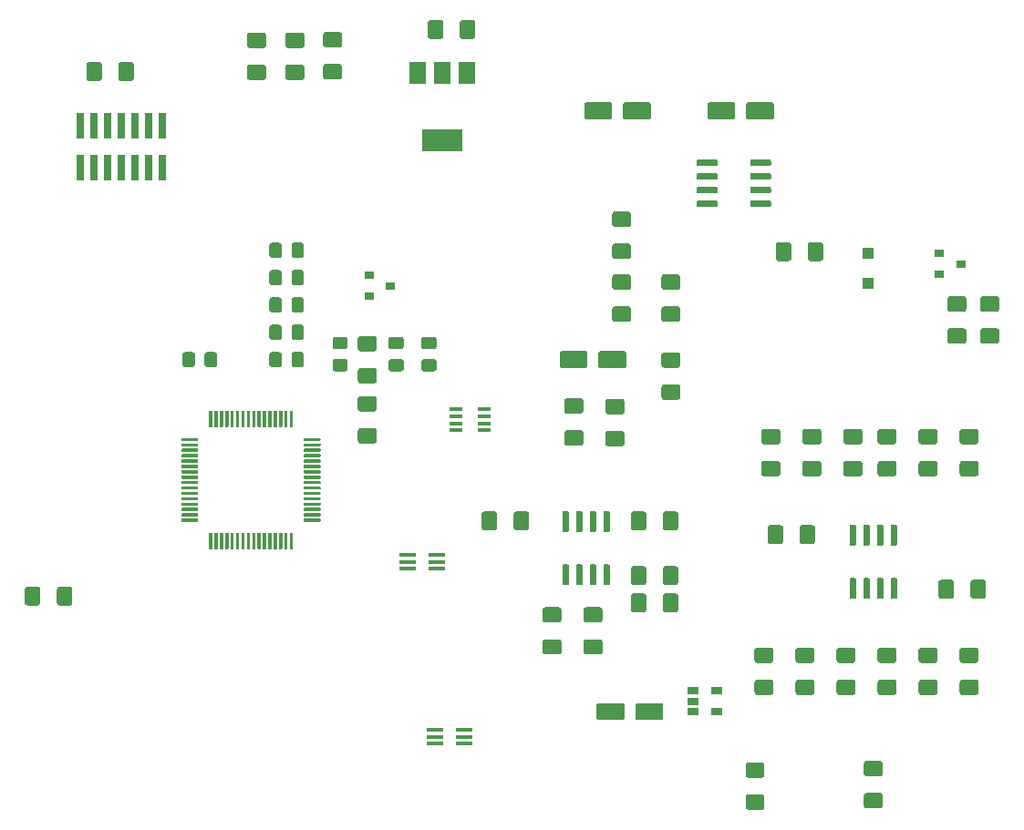
<source format=gbr>
G04 #@! TF.GenerationSoftware,KiCad,Pcbnew,(5.1.5-0-10_14)*
G04 #@! TF.CreationDate,2020-03-04T03:31:15+00:00*
G04 #@! TF.ProjectId,FunctionGeneratorCortexM4,46756e63-7469-46f6-9e47-656e65726174,rev?*
G04 #@! TF.SameCoordinates,Original*
G04 #@! TF.FileFunction,Paste,Top*
G04 #@! TF.FilePolarity,Positive*
%FSLAX46Y46*%
G04 Gerber Fmt 4.6, Leading zero omitted, Abs format (unit mm)*
G04 Created by KiCad (PCBNEW (5.1.5-0-10_14)) date 2020-03-04 03:31:15*
%MOMM*%
%LPD*%
G04 APERTURE LIST*
%ADD10R,1.060000X0.650000*%
%ADD11C,0.100000*%
%ADD12R,0.900000X0.800000*%
%ADD13R,1.500000X2.000000*%
%ADD14R,3.800000X2.000000*%
%ADD15R,1.500000X0.400000*%
%ADD16R,1.100000X1.100000*%
%ADD17R,1.220000X0.400000*%
%ADD18R,0.740000X2.400000*%
G04 APERTURE END LIST*
D10*
X169629000Y-108524000D03*
X169629000Y-110424000D03*
X167429000Y-110424000D03*
X167429000Y-109474000D03*
X167429000Y-108524000D03*
D11*
G36*
X173814004Y-115149204D02*
G01*
X173838273Y-115152804D01*
X173862071Y-115158765D01*
X173885171Y-115167030D01*
X173907349Y-115177520D01*
X173928393Y-115190133D01*
X173948098Y-115204747D01*
X173966277Y-115221223D01*
X173982753Y-115239402D01*
X173997367Y-115259107D01*
X174009980Y-115280151D01*
X174020470Y-115302329D01*
X174028735Y-115325429D01*
X174034696Y-115349227D01*
X174038296Y-115373496D01*
X174039500Y-115398000D01*
X174039500Y-116323000D01*
X174038296Y-116347504D01*
X174034696Y-116371773D01*
X174028735Y-116395571D01*
X174020470Y-116418671D01*
X174009980Y-116440849D01*
X173997367Y-116461893D01*
X173982753Y-116481598D01*
X173966277Y-116499777D01*
X173948098Y-116516253D01*
X173928393Y-116530867D01*
X173907349Y-116543480D01*
X173885171Y-116553970D01*
X173862071Y-116562235D01*
X173838273Y-116568196D01*
X173814004Y-116571796D01*
X173789500Y-116573000D01*
X172539500Y-116573000D01*
X172514996Y-116571796D01*
X172490727Y-116568196D01*
X172466929Y-116562235D01*
X172443829Y-116553970D01*
X172421651Y-116543480D01*
X172400607Y-116530867D01*
X172380902Y-116516253D01*
X172362723Y-116499777D01*
X172346247Y-116481598D01*
X172331633Y-116461893D01*
X172319020Y-116440849D01*
X172308530Y-116418671D01*
X172300265Y-116395571D01*
X172294304Y-116371773D01*
X172290704Y-116347504D01*
X172289500Y-116323000D01*
X172289500Y-115398000D01*
X172290704Y-115373496D01*
X172294304Y-115349227D01*
X172300265Y-115325429D01*
X172308530Y-115302329D01*
X172319020Y-115280151D01*
X172331633Y-115259107D01*
X172346247Y-115239402D01*
X172362723Y-115221223D01*
X172380902Y-115204747D01*
X172400607Y-115190133D01*
X172421651Y-115177520D01*
X172443829Y-115167030D01*
X172466929Y-115158765D01*
X172490727Y-115152804D01*
X172514996Y-115149204D01*
X172539500Y-115148000D01*
X173789500Y-115148000D01*
X173814004Y-115149204D01*
G37*
G36*
X173814004Y-118124204D02*
G01*
X173838273Y-118127804D01*
X173862071Y-118133765D01*
X173885171Y-118142030D01*
X173907349Y-118152520D01*
X173928393Y-118165133D01*
X173948098Y-118179747D01*
X173966277Y-118196223D01*
X173982753Y-118214402D01*
X173997367Y-118234107D01*
X174009980Y-118255151D01*
X174020470Y-118277329D01*
X174028735Y-118300429D01*
X174034696Y-118324227D01*
X174038296Y-118348496D01*
X174039500Y-118373000D01*
X174039500Y-119298000D01*
X174038296Y-119322504D01*
X174034696Y-119346773D01*
X174028735Y-119370571D01*
X174020470Y-119393671D01*
X174009980Y-119415849D01*
X173997367Y-119436893D01*
X173982753Y-119456598D01*
X173966277Y-119474777D01*
X173948098Y-119491253D01*
X173928393Y-119505867D01*
X173907349Y-119518480D01*
X173885171Y-119528970D01*
X173862071Y-119537235D01*
X173838273Y-119543196D01*
X173814004Y-119546796D01*
X173789500Y-119548000D01*
X172539500Y-119548000D01*
X172514996Y-119546796D01*
X172490727Y-119543196D01*
X172466929Y-119537235D01*
X172443829Y-119528970D01*
X172421651Y-119518480D01*
X172400607Y-119505867D01*
X172380902Y-119491253D01*
X172362723Y-119474777D01*
X172346247Y-119456598D01*
X172331633Y-119436893D01*
X172319020Y-119415849D01*
X172308530Y-119393671D01*
X172300265Y-119370571D01*
X172294304Y-119346773D01*
X172290704Y-119322504D01*
X172289500Y-119298000D01*
X172289500Y-118373000D01*
X172290704Y-118348496D01*
X172294304Y-118324227D01*
X172300265Y-118300429D01*
X172308530Y-118277329D01*
X172319020Y-118255151D01*
X172331633Y-118234107D01*
X172346247Y-118214402D01*
X172362723Y-118196223D01*
X172380902Y-118179747D01*
X172400607Y-118165133D01*
X172421651Y-118152520D01*
X172443829Y-118142030D01*
X172466929Y-118133765D01*
X172490727Y-118127804D01*
X172514996Y-118124204D01*
X172539500Y-118123000D01*
X173789500Y-118123000D01*
X173814004Y-118124204D01*
G37*
G36*
X160818504Y-109627704D02*
G01*
X160842773Y-109631304D01*
X160866571Y-109637265D01*
X160889671Y-109645530D01*
X160911849Y-109656020D01*
X160932893Y-109668633D01*
X160952598Y-109683247D01*
X160970777Y-109699723D01*
X160987253Y-109717902D01*
X161001867Y-109737607D01*
X161014480Y-109758651D01*
X161024970Y-109780829D01*
X161033235Y-109803929D01*
X161039196Y-109827727D01*
X161042796Y-109851996D01*
X161044000Y-109876500D01*
X161044000Y-110976500D01*
X161042796Y-111001004D01*
X161039196Y-111025273D01*
X161033235Y-111049071D01*
X161024970Y-111072171D01*
X161014480Y-111094349D01*
X161001867Y-111115393D01*
X160987253Y-111135098D01*
X160970777Y-111153277D01*
X160952598Y-111169753D01*
X160932893Y-111184367D01*
X160911849Y-111196980D01*
X160889671Y-111207470D01*
X160866571Y-111215735D01*
X160842773Y-111221696D01*
X160818504Y-111225296D01*
X160794000Y-111226500D01*
X158694000Y-111226500D01*
X158669496Y-111225296D01*
X158645227Y-111221696D01*
X158621429Y-111215735D01*
X158598329Y-111207470D01*
X158576151Y-111196980D01*
X158555107Y-111184367D01*
X158535402Y-111169753D01*
X158517223Y-111153277D01*
X158500747Y-111135098D01*
X158486133Y-111115393D01*
X158473520Y-111094349D01*
X158463030Y-111072171D01*
X158454765Y-111049071D01*
X158448804Y-111025273D01*
X158445204Y-111001004D01*
X158444000Y-110976500D01*
X158444000Y-109876500D01*
X158445204Y-109851996D01*
X158448804Y-109827727D01*
X158454765Y-109803929D01*
X158463030Y-109780829D01*
X158473520Y-109758651D01*
X158486133Y-109737607D01*
X158500747Y-109717902D01*
X158517223Y-109699723D01*
X158535402Y-109683247D01*
X158555107Y-109668633D01*
X158576151Y-109656020D01*
X158598329Y-109645530D01*
X158621429Y-109637265D01*
X158645227Y-109631304D01*
X158669496Y-109627704D01*
X158694000Y-109626500D01*
X160794000Y-109626500D01*
X160818504Y-109627704D01*
G37*
G36*
X164418504Y-109627704D02*
G01*
X164442773Y-109631304D01*
X164466571Y-109637265D01*
X164489671Y-109645530D01*
X164511849Y-109656020D01*
X164532893Y-109668633D01*
X164552598Y-109683247D01*
X164570777Y-109699723D01*
X164587253Y-109717902D01*
X164601867Y-109737607D01*
X164614480Y-109758651D01*
X164624970Y-109780829D01*
X164633235Y-109803929D01*
X164639196Y-109827727D01*
X164642796Y-109851996D01*
X164644000Y-109876500D01*
X164644000Y-110976500D01*
X164642796Y-111001004D01*
X164639196Y-111025273D01*
X164633235Y-111049071D01*
X164624970Y-111072171D01*
X164614480Y-111094349D01*
X164601867Y-111115393D01*
X164587253Y-111135098D01*
X164570777Y-111153277D01*
X164552598Y-111169753D01*
X164532893Y-111184367D01*
X164511849Y-111196980D01*
X164489671Y-111207470D01*
X164466571Y-111215735D01*
X164442773Y-111221696D01*
X164418504Y-111225296D01*
X164394000Y-111226500D01*
X162294000Y-111226500D01*
X162269496Y-111225296D01*
X162245227Y-111221696D01*
X162221429Y-111215735D01*
X162198329Y-111207470D01*
X162176151Y-111196980D01*
X162155107Y-111184367D01*
X162135402Y-111169753D01*
X162117223Y-111153277D01*
X162100747Y-111135098D01*
X162086133Y-111115393D01*
X162073520Y-111094349D01*
X162063030Y-111072171D01*
X162054765Y-111049071D01*
X162048804Y-111025273D01*
X162045204Y-111001004D01*
X162044000Y-110976500D01*
X162044000Y-109876500D01*
X162045204Y-109851996D01*
X162048804Y-109827727D01*
X162054765Y-109803929D01*
X162063030Y-109780829D01*
X162073520Y-109758651D01*
X162086133Y-109737607D01*
X162100747Y-109717902D01*
X162117223Y-109699723D01*
X162135402Y-109683247D01*
X162155107Y-109668633D01*
X162176151Y-109656020D01*
X162198329Y-109645530D01*
X162221429Y-109637265D01*
X162245227Y-109631304D01*
X162269496Y-109627704D01*
X162294000Y-109626500D01*
X164394000Y-109626500D01*
X164418504Y-109627704D01*
G37*
G36*
X131078504Y-47331204D02*
G01*
X131102773Y-47334804D01*
X131126571Y-47340765D01*
X131149671Y-47349030D01*
X131171849Y-47359520D01*
X131192893Y-47372133D01*
X131212598Y-47386747D01*
X131230777Y-47403223D01*
X131247253Y-47421402D01*
X131261867Y-47441107D01*
X131274480Y-47462151D01*
X131284970Y-47484329D01*
X131293235Y-47507429D01*
X131299196Y-47531227D01*
X131302796Y-47555496D01*
X131304000Y-47580000D01*
X131304000Y-48505000D01*
X131302796Y-48529504D01*
X131299196Y-48553773D01*
X131293235Y-48577571D01*
X131284970Y-48600671D01*
X131274480Y-48622849D01*
X131261867Y-48643893D01*
X131247253Y-48663598D01*
X131230777Y-48681777D01*
X131212598Y-48698253D01*
X131192893Y-48712867D01*
X131171849Y-48725480D01*
X131149671Y-48735970D01*
X131126571Y-48744235D01*
X131102773Y-48750196D01*
X131078504Y-48753796D01*
X131054000Y-48755000D01*
X129804000Y-48755000D01*
X129779496Y-48753796D01*
X129755227Y-48750196D01*
X129731429Y-48744235D01*
X129708329Y-48735970D01*
X129686151Y-48725480D01*
X129665107Y-48712867D01*
X129645402Y-48698253D01*
X129627223Y-48681777D01*
X129610747Y-48663598D01*
X129596133Y-48643893D01*
X129583520Y-48622849D01*
X129573030Y-48600671D01*
X129564765Y-48577571D01*
X129558804Y-48553773D01*
X129555204Y-48529504D01*
X129554000Y-48505000D01*
X129554000Y-47580000D01*
X129555204Y-47555496D01*
X129558804Y-47531227D01*
X129564765Y-47507429D01*
X129573030Y-47484329D01*
X129583520Y-47462151D01*
X129596133Y-47441107D01*
X129610747Y-47421402D01*
X129627223Y-47403223D01*
X129645402Y-47386747D01*
X129665107Y-47372133D01*
X129686151Y-47359520D01*
X129708329Y-47349030D01*
X129731429Y-47340765D01*
X129755227Y-47334804D01*
X129779496Y-47331204D01*
X129804000Y-47330000D01*
X131054000Y-47330000D01*
X131078504Y-47331204D01*
G37*
G36*
X131078504Y-50306204D02*
G01*
X131102773Y-50309804D01*
X131126571Y-50315765D01*
X131149671Y-50324030D01*
X131171849Y-50334520D01*
X131192893Y-50347133D01*
X131212598Y-50361747D01*
X131230777Y-50378223D01*
X131247253Y-50396402D01*
X131261867Y-50416107D01*
X131274480Y-50437151D01*
X131284970Y-50459329D01*
X131293235Y-50482429D01*
X131299196Y-50506227D01*
X131302796Y-50530496D01*
X131304000Y-50555000D01*
X131304000Y-51480000D01*
X131302796Y-51504504D01*
X131299196Y-51528773D01*
X131293235Y-51552571D01*
X131284970Y-51575671D01*
X131274480Y-51597849D01*
X131261867Y-51618893D01*
X131247253Y-51638598D01*
X131230777Y-51656777D01*
X131212598Y-51673253D01*
X131192893Y-51687867D01*
X131171849Y-51700480D01*
X131149671Y-51710970D01*
X131126571Y-51719235D01*
X131102773Y-51725196D01*
X131078504Y-51728796D01*
X131054000Y-51730000D01*
X129804000Y-51730000D01*
X129779496Y-51728796D01*
X129755227Y-51725196D01*
X129731429Y-51719235D01*
X129708329Y-51710970D01*
X129686151Y-51700480D01*
X129665107Y-51687867D01*
X129645402Y-51673253D01*
X129627223Y-51656777D01*
X129610747Y-51638598D01*
X129596133Y-51618893D01*
X129583520Y-51597849D01*
X129573030Y-51575671D01*
X129564765Y-51552571D01*
X129558804Y-51528773D01*
X129555204Y-51504504D01*
X129554000Y-51480000D01*
X129554000Y-50555000D01*
X129555204Y-50530496D01*
X129558804Y-50506227D01*
X129564765Y-50482429D01*
X129573030Y-50459329D01*
X129583520Y-50437151D01*
X129596133Y-50416107D01*
X129610747Y-50396402D01*
X129627223Y-50378223D01*
X129645402Y-50361747D01*
X129665107Y-50347133D01*
X129686151Y-50334520D01*
X129708329Y-50324030D01*
X129731429Y-50315765D01*
X129755227Y-50309804D01*
X129779496Y-50306204D01*
X129804000Y-50305000D01*
X131054000Y-50305000D01*
X131078504Y-50306204D01*
G37*
G36*
X161431504Y-66943204D02*
G01*
X161455773Y-66946804D01*
X161479571Y-66952765D01*
X161502671Y-66961030D01*
X161524849Y-66971520D01*
X161545893Y-66984133D01*
X161565598Y-66998747D01*
X161583777Y-67015223D01*
X161600253Y-67033402D01*
X161614867Y-67053107D01*
X161627480Y-67074151D01*
X161637970Y-67096329D01*
X161646235Y-67119429D01*
X161652196Y-67143227D01*
X161655796Y-67167496D01*
X161657000Y-67192000D01*
X161657000Y-68117000D01*
X161655796Y-68141504D01*
X161652196Y-68165773D01*
X161646235Y-68189571D01*
X161637970Y-68212671D01*
X161627480Y-68234849D01*
X161614867Y-68255893D01*
X161600253Y-68275598D01*
X161583777Y-68293777D01*
X161565598Y-68310253D01*
X161545893Y-68324867D01*
X161524849Y-68337480D01*
X161502671Y-68347970D01*
X161479571Y-68356235D01*
X161455773Y-68362196D01*
X161431504Y-68365796D01*
X161407000Y-68367000D01*
X160157000Y-68367000D01*
X160132496Y-68365796D01*
X160108227Y-68362196D01*
X160084429Y-68356235D01*
X160061329Y-68347970D01*
X160039151Y-68337480D01*
X160018107Y-68324867D01*
X159998402Y-68310253D01*
X159980223Y-68293777D01*
X159963747Y-68275598D01*
X159949133Y-68255893D01*
X159936520Y-68234849D01*
X159926030Y-68212671D01*
X159917765Y-68189571D01*
X159911804Y-68165773D01*
X159908204Y-68141504D01*
X159907000Y-68117000D01*
X159907000Y-67192000D01*
X159908204Y-67167496D01*
X159911804Y-67143227D01*
X159917765Y-67119429D01*
X159926030Y-67096329D01*
X159936520Y-67074151D01*
X159949133Y-67053107D01*
X159963747Y-67033402D01*
X159980223Y-67015223D01*
X159998402Y-66998747D01*
X160018107Y-66984133D01*
X160039151Y-66971520D01*
X160061329Y-66961030D01*
X160084429Y-66952765D01*
X160108227Y-66946804D01*
X160132496Y-66943204D01*
X160157000Y-66942000D01*
X161407000Y-66942000D01*
X161431504Y-66943204D01*
G37*
G36*
X161431504Y-63968204D02*
G01*
X161455773Y-63971804D01*
X161479571Y-63977765D01*
X161502671Y-63986030D01*
X161524849Y-63996520D01*
X161545893Y-64009133D01*
X161565598Y-64023747D01*
X161583777Y-64040223D01*
X161600253Y-64058402D01*
X161614867Y-64078107D01*
X161627480Y-64099151D01*
X161637970Y-64121329D01*
X161646235Y-64144429D01*
X161652196Y-64168227D01*
X161655796Y-64192496D01*
X161657000Y-64217000D01*
X161657000Y-65142000D01*
X161655796Y-65166504D01*
X161652196Y-65190773D01*
X161646235Y-65214571D01*
X161637970Y-65237671D01*
X161627480Y-65259849D01*
X161614867Y-65280893D01*
X161600253Y-65300598D01*
X161583777Y-65318777D01*
X161565598Y-65335253D01*
X161545893Y-65349867D01*
X161524849Y-65362480D01*
X161502671Y-65372970D01*
X161479571Y-65381235D01*
X161455773Y-65387196D01*
X161431504Y-65390796D01*
X161407000Y-65392000D01*
X160157000Y-65392000D01*
X160132496Y-65390796D01*
X160108227Y-65387196D01*
X160084429Y-65381235D01*
X160061329Y-65372970D01*
X160039151Y-65362480D01*
X160018107Y-65349867D01*
X159998402Y-65335253D01*
X159980223Y-65318777D01*
X159963747Y-65300598D01*
X159949133Y-65280893D01*
X159936520Y-65259849D01*
X159926030Y-65237671D01*
X159917765Y-65214571D01*
X159911804Y-65190773D01*
X159908204Y-65166504D01*
X159907000Y-65142000D01*
X159907000Y-64217000D01*
X159908204Y-64192496D01*
X159911804Y-64168227D01*
X159917765Y-64144429D01*
X159926030Y-64121329D01*
X159936520Y-64099151D01*
X159949133Y-64078107D01*
X159963747Y-64058402D01*
X159980223Y-64040223D01*
X159998402Y-64023747D01*
X160018107Y-64009133D01*
X160039151Y-63996520D01*
X160061329Y-63986030D01*
X160084429Y-63977765D01*
X160108227Y-63971804D01*
X160132496Y-63968204D01*
X160157000Y-63967000D01*
X161407000Y-63967000D01*
X161431504Y-63968204D01*
G37*
G36*
X195594504Y-74817204D02*
G01*
X195618773Y-74820804D01*
X195642571Y-74826765D01*
X195665671Y-74835030D01*
X195687849Y-74845520D01*
X195708893Y-74858133D01*
X195728598Y-74872747D01*
X195746777Y-74889223D01*
X195763253Y-74907402D01*
X195777867Y-74927107D01*
X195790480Y-74948151D01*
X195800970Y-74970329D01*
X195809235Y-74993429D01*
X195815196Y-75017227D01*
X195818796Y-75041496D01*
X195820000Y-75066000D01*
X195820000Y-75991000D01*
X195818796Y-76015504D01*
X195815196Y-76039773D01*
X195809235Y-76063571D01*
X195800970Y-76086671D01*
X195790480Y-76108849D01*
X195777867Y-76129893D01*
X195763253Y-76149598D01*
X195746777Y-76167777D01*
X195728598Y-76184253D01*
X195708893Y-76198867D01*
X195687849Y-76211480D01*
X195665671Y-76221970D01*
X195642571Y-76230235D01*
X195618773Y-76236196D01*
X195594504Y-76239796D01*
X195570000Y-76241000D01*
X194320000Y-76241000D01*
X194295496Y-76239796D01*
X194271227Y-76236196D01*
X194247429Y-76230235D01*
X194224329Y-76221970D01*
X194202151Y-76211480D01*
X194181107Y-76198867D01*
X194161402Y-76184253D01*
X194143223Y-76167777D01*
X194126747Y-76149598D01*
X194112133Y-76129893D01*
X194099520Y-76108849D01*
X194089030Y-76086671D01*
X194080765Y-76063571D01*
X194074804Y-76039773D01*
X194071204Y-76015504D01*
X194070000Y-75991000D01*
X194070000Y-75066000D01*
X194071204Y-75041496D01*
X194074804Y-75017227D01*
X194080765Y-74993429D01*
X194089030Y-74970329D01*
X194099520Y-74948151D01*
X194112133Y-74927107D01*
X194126747Y-74907402D01*
X194143223Y-74889223D01*
X194161402Y-74872747D01*
X194181107Y-74858133D01*
X194202151Y-74845520D01*
X194224329Y-74835030D01*
X194247429Y-74826765D01*
X194271227Y-74820804D01*
X194295496Y-74817204D01*
X194320000Y-74816000D01*
X195570000Y-74816000D01*
X195594504Y-74817204D01*
G37*
G36*
X195594504Y-71842204D02*
G01*
X195618773Y-71845804D01*
X195642571Y-71851765D01*
X195665671Y-71860030D01*
X195687849Y-71870520D01*
X195708893Y-71883133D01*
X195728598Y-71897747D01*
X195746777Y-71914223D01*
X195763253Y-71932402D01*
X195777867Y-71952107D01*
X195790480Y-71973151D01*
X195800970Y-71995329D01*
X195809235Y-72018429D01*
X195815196Y-72042227D01*
X195818796Y-72066496D01*
X195820000Y-72091000D01*
X195820000Y-73016000D01*
X195818796Y-73040504D01*
X195815196Y-73064773D01*
X195809235Y-73088571D01*
X195800970Y-73111671D01*
X195790480Y-73133849D01*
X195777867Y-73154893D01*
X195763253Y-73174598D01*
X195746777Y-73192777D01*
X195728598Y-73209253D01*
X195708893Y-73223867D01*
X195687849Y-73236480D01*
X195665671Y-73246970D01*
X195642571Y-73255235D01*
X195618773Y-73261196D01*
X195594504Y-73264796D01*
X195570000Y-73266000D01*
X194320000Y-73266000D01*
X194295496Y-73264796D01*
X194271227Y-73261196D01*
X194247429Y-73255235D01*
X194224329Y-73246970D01*
X194202151Y-73236480D01*
X194181107Y-73223867D01*
X194161402Y-73209253D01*
X194143223Y-73192777D01*
X194126747Y-73174598D01*
X194112133Y-73154893D01*
X194099520Y-73133849D01*
X194089030Y-73111671D01*
X194080765Y-73088571D01*
X194074804Y-73064773D01*
X194071204Y-73040504D01*
X194070000Y-73016000D01*
X194070000Y-72091000D01*
X194071204Y-72066496D01*
X194074804Y-72042227D01*
X194080765Y-72018429D01*
X194089030Y-71995329D01*
X194099520Y-71973151D01*
X194112133Y-71952107D01*
X194126747Y-71932402D01*
X194143223Y-71914223D01*
X194161402Y-71897747D01*
X194181107Y-71883133D01*
X194202151Y-71870520D01*
X194224329Y-71860030D01*
X194247429Y-71851765D01*
X194271227Y-71845804D01*
X194295496Y-71842204D01*
X194320000Y-71841000D01*
X195570000Y-71841000D01*
X195594504Y-71842204D01*
G37*
G36*
X127522504Y-47331204D02*
G01*
X127546773Y-47334804D01*
X127570571Y-47340765D01*
X127593671Y-47349030D01*
X127615849Y-47359520D01*
X127636893Y-47372133D01*
X127656598Y-47386747D01*
X127674777Y-47403223D01*
X127691253Y-47421402D01*
X127705867Y-47441107D01*
X127718480Y-47462151D01*
X127728970Y-47484329D01*
X127737235Y-47507429D01*
X127743196Y-47531227D01*
X127746796Y-47555496D01*
X127748000Y-47580000D01*
X127748000Y-48505000D01*
X127746796Y-48529504D01*
X127743196Y-48553773D01*
X127737235Y-48577571D01*
X127728970Y-48600671D01*
X127718480Y-48622849D01*
X127705867Y-48643893D01*
X127691253Y-48663598D01*
X127674777Y-48681777D01*
X127656598Y-48698253D01*
X127636893Y-48712867D01*
X127615849Y-48725480D01*
X127593671Y-48735970D01*
X127570571Y-48744235D01*
X127546773Y-48750196D01*
X127522504Y-48753796D01*
X127498000Y-48755000D01*
X126248000Y-48755000D01*
X126223496Y-48753796D01*
X126199227Y-48750196D01*
X126175429Y-48744235D01*
X126152329Y-48735970D01*
X126130151Y-48725480D01*
X126109107Y-48712867D01*
X126089402Y-48698253D01*
X126071223Y-48681777D01*
X126054747Y-48663598D01*
X126040133Y-48643893D01*
X126027520Y-48622849D01*
X126017030Y-48600671D01*
X126008765Y-48577571D01*
X126002804Y-48553773D01*
X125999204Y-48529504D01*
X125998000Y-48505000D01*
X125998000Y-47580000D01*
X125999204Y-47555496D01*
X126002804Y-47531227D01*
X126008765Y-47507429D01*
X126017030Y-47484329D01*
X126027520Y-47462151D01*
X126040133Y-47441107D01*
X126054747Y-47421402D01*
X126071223Y-47403223D01*
X126089402Y-47386747D01*
X126109107Y-47372133D01*
X126130151Y-47359520D01*
X126152329Y-47349030D01*
X126175429Y-47340765D01*
X126199227Y-47334804D01*
X126223496Y-47331204D01*
X126248000Y-47330000D01*
X127498000Y-47330000D01*
X127522504Y-47331204D01*
G37*
G36*
X127522504Y-50306204D02*
G01*
X127546773Y-50309804D01*
X127570571Y-50315765D01*
X127593671Y-50324030D01*
X127615849Y-50334520D01*
X127636893Y-50347133D01*
X127656598Y-50361747D01*
X127674777Y-50378223D01*
X127691253Y-50396402D01*
X127705867Y-50416107D01*
X127718480Y-50437151D01*
X127728970Y-50459329D01*
X127737235Y-50482429D01*
X127743196Y-50506227D01*
X127746796Y-50530496D01*
X127748000Y-50555000D01*
X127748000Y-51480000D01*
X127746796Y-51504504D01*
X127743196Y-51528773D01*
X127737235Y-51552571D01*
X127728970Y-51575671D01*
X127718480Y-51597849D01*
X127705867Y-51618893D01*
X127691253Y-51638598D01*
X127674777Y-51656777D01*
X127656598Y-51673253D01*
X127636893Y-51687867D01*
X127615849Y-51700480D01*
X127593671Y-51710970D01*
X127570571Y-51719235D01*
X127546773Y-51725196D01*
X127522504Y-51728796D01*
X127498000Y-51730000D01*
X126248000Y-51730000D01*
X126223496Y-51728796D01*
X126199227Y-51725196D01*
X126175429Y-51719235D01*
X126152329Y-51710970D01*
X126130151Y-51700480D01*
X126109107Y-51687867D01*
X126089402Y-51673253D01*
X126071223Y-51656777D01*
X126054747Y-51638598D01*
X126040133Y-51618893D01*
X126027520Y-51597849D01*
X126017030Y-51575671D01*
X126008765Y-51552571D01*
X126002804Y-51528773D01*
X125999204Y-51504504D01*
X125998000Y-51480000D01*
X125998000Y-50555000D01*
X125999204Y-50530496D01*
X126002804Y-50506227D01*
X126008765Y-50482429D01*
X126017030Y-50459329D01*
X126027520Y-50437151D01*
X126040133Y-50416107D01*
X126054747Y-50396402D01*
X126071223Y-50378223D01*
X126089402Y-50361747D01*
X126109107Y-50347133D01*
X126130151Y-50334520D01*
X126152329Y-50324030D01*
X126175429Y-50315765D01*
X126199227Y-50309804D01*
X126223496Y-50306204D01*
X126248000Y-50305000D01*
X127498000Y-50305000D01*
X127522504Y-50306204D01*
G37*
G36*
X161431504Y-72785204D02*
G01*
X161455773Y-72788804D01*
X161479571Y-72794765D01*
X161502671Y-72803030D01*
X161524849Y-72813520D01*
X161545893Y-72826133D01*
X161565598Y-72840747D01*
X161583777Y-72857223D01*
X161600253Y-72875402D01*
X161614867Y-72895107D01*
X161627480Y-72916151D01*
X161637970Y-72938329D01*
X161646235Y-72961429D01*
X161652196Y-72985227D01*
X161655796Y-73009496D01*
X161657000Y-73034000D01*
X161657000Y-73959000D01*
X161655796Y-73983504D01*
X161652196Y-74007773D01*
X161646235Y-74031571D01*
X161637970Y-74054671D01*
X161627480Y-74076849D01*
X161614867Y-74097893D01*
X161600253Y-74117598D01*
X161583777Y-74135777D01*
X161565598Y-74152253D01*
X161545893Y-74166867D01*
X161524849Y-74179480D01*
X161502671Y-74189970D01*
X161479571Y-74198235D01*
X161455773Y-74204196D01*
X161431504Y-74207796D01*
X161407000Y-74209000D01*
X160157000Y-74209000D01*
X160132496Y-74207796D01*
X160108227Y-74204196D01*
X160084429Y-74198235D01*
X160061329Y-74189970D01*
X160039151Y-74179480D01*
X160018107Y-74166867D01*
X159998402Y-74152253D01*
X159980223Y-74135777D01*
X159963747Y-74117598D01*
X159949133Y-74097893D01*
X159936520Y-74076849D01*
X159926030Y-74054671D01*
X159917765Y-74031571D01*
X159911804Y-74007773D01*
X159908204Y-73983504D01*
X159907000Y-73959000D01*
X159907000Y-73034000D01*
X159908204Y-73009496D01*
X159911804Y-72985227D01*
X159917765Y-72961429D01*
X159926030Y-72938329D01*
X159936520Y-72916151D01*
X159949133Y-72895107D01*
X159963747Y-72875402D01*
X159980223Y-72857223D01*
X159998402Y-72840747D01*
X160018107Y-72826133D01*
X160039151Y-72813520D01*
X160061329Y-72803030D01*
X160084429Y-72794765D01*
X160108227Y-72788804D01*
X160132496Y-72785204D01*
X160157000Y-72784000D01*
X161407000Y-72784000D01*
X161431504Y-72785204D01*
G37*
G36*
X161431504Y-69810204D02*
G01*
X161455773Y-69813804D01*
X161479571Y-69819765D01*
X161502671Y-69828030D01*
X161524849Y-69838520D01*
X161545893Y-69851133D01*
X161565598Y-69865747D01*
X161583777Y-69882223D01*
X161600253Y-69900402D01*
X161614867Y-69920107D01*
X161627480Y-69941151D01*
X161637970Y-69963329D01*
X161646235Y-69986429D01*
X161652196Y-70010227D01*
X161655796Y-70034496D01*
X161657000Y-70059000D01*
X161657000Y-70984000D01*
X161655796Y-71008504D01*
X161652196Y-71032773D01*
X161646235Y-71056571D01*
X161637970Y-71079671D01*
X161627480Y-71101849D01*
X161614867Y-71122893D01*
X161600253Y-71142598D01*
X161583777Y-71160777D01*
X161565598Y-71177253D01*
X161545893Y-71191867D01*
X161524849Y-71204480D01*
X161502671Y-71214970D01*
X161479571Y-71223235D01*
X161455773Y-71229196D01*
X161431504Y-71232796D01*
X161407000Y-71234000D01*
X160157000Y-71234000D01*
X160132496Y-71232796D01*
X160108227Y-71229196D01*
X160084429Y-71223235D01*
X160061329Y-71214970D01*
X160039151Y-71204480D01*
X160018107Y-71191867D01*
X159998402Y-71177253D01*
X159980223Y-71160777D01*
X159963747Y-71142598D01*
X159949133Y-71122893D01*
X159936520Y-71101849D01*
X159926030Y-71079671D01*
X159917765Y-71056571D01*
X159911804Y-71032773D01*
X159908204Y-71008504D01*
X159907000Y-70984000D01*
X159907000Y-70059000D01*
X159908204Y-70034496D01*
X159911804Y-70010227D01*
X159917765Y-69986429D01*
X159926030Y-69963329D01*
X159936520Y-69941151D01*
X159949133Y-69920107D01*
X159963747Y-69900402D01*
X159980223Y-69882223D01*
X159998402Y-69865747D01*
X160018107Y-69851133D01*
X160039151Y-69838520D01*
X160061329Y-69828030D01*
X160084429Y-69819765D01*
X160108227Y-69813804D01*
X160132496Y-69810204D01*
X160157000Y-69809000D01*
X161407000Y-69809000D01*
X161431504Y-69810204D01*
G37*
G36*
X192546504Y-74817204D02*
G01*
X192570773Y-74820804D01*
X192594571Y-74826765D01*
X192617671Y-74835030D01*
X192639849Y-74845520D01*
X192660893Y-74858133D01*
X192680598Y-74872747D01*
X192698777Y-74889223D01*
X192715253Y-74907402D01*
X192729867Y-74927107D01*
X192742480Y-74948151D01*
X192752970Y-74970329D01*
X192761235Y-74993429D01*
X192767196Y-75017227D01*
X192770796Y-75041496D01*
X192772000Y-75066000D01*
X192772000Y-75991000D01*
X192770796Y-76015504D01*
X192767196Y-76039773D01*
X192761235Y-76063571D01*
X192752970Y-76086671D01*
X192742480Y-76108849D01*
X192729867Y-76129893D01*
X192715253Y-76149598D01*
X192698777Y-76167777D01*
X192680598Y-76184253D01*
X192660893Y-76198867D01*
X192639849Y-76211480D01*
X192617671Y-76221970D01*
X192594571Y-76230235D01*
X192570773Y-76236196D01*
X192546504Y-76239796D01*
X192522000Y-76241000D01*
X191272000Y-76241000D01*
X191247496Y-76239796D01*
X191223227Y-76236196D01*
X191199429Y-76230235D01*
X191176329Y-76221970D01*
X191154151Y-76211480D01*
X191133107Y-76198867D01*
X191113402Y-76184253D01*
X191095223Y-76167777D01*
X191078747Y-76149598D01*
X191064133Y-76129893D01*
X191051520Y-76108849D01*
X191041030Y-76086671D01*
X191032765Y-76063571D01*
X191026804Y-76039773D01*
X191023204Y-76015504D01*
X191022000Y-75991000D01*
X191022000Y-75066000D01*
X191023204Y-75041496D01*
X191026804Y-75017227D01*
X191032765Y-74993429D01*
X191041030Y-74970329D01*
X191051520Y-74948151D01*
X191064133Y-74927107D01*
X191078747Y-74907402D01*
X191095223Y-74889223D01*
X191113402Y-74872747D01*
X191133107Y-74858133D01*
X191154151Y-74845520D01*
X191176329Y-74835030D01*
X191199429Y-74826765D01*
X191223227Y-74820804D01*
X191247496Y-74817204D01*
X191272000Y-74816000D01*
X192522000Y-74816000D01*
X192546504Y-74817204D01*
G37*
G36*
X192546504Y-71842204D02*
G01*
X192570773Y-71845804D01*
X192594571Y-71851765D01*
X192617671Y-71860030D01*
X192639849Y-71870520D01*
X192660893Y-71883133D01*
X192680598Y-71897747D01*
X192698777Y-71914223D01*
X192715253Y-71932402D01*
X192729867Y-71952107D01*
X192742480Y-71973151D01*
X192752970Y-71995329D01*
X192761235Y-72018429D01*
X192767196Y-72042227D01*
X192770796Y-72066496D01*
X192772000Y-72091000D01*
X192772000Y-73016000D01*
X192770796Y-73040504D01*
X192767196Y-73064773D01*
X192761235Y-73088571D01*
X192752970Y-73111671D01*
X192742480Y-73133849D01*
X192729867Y-73154893D01*
X192715253Y-73174598D01*
X192698777Y-73192777D01*
X192680598Y-73209253D01*
X192660893Y-73223867D01*
X192639849Y-73236480D01*
X192617671Y-73246970D01*
X192594571Y-73255235D01*
X192570773Y-73261196D01*
X192546504Y-73264796D01*
X192522000Y-73266000D01*
X191272000Y-73266000D01*
X191247496Y-73264796D01*
X191223227Y-73261196D01*
X191199429Y-73255235D01*
X191176329Y-73246970D01*
X191154151Y-73236480D01*
X191133107Y-73223867D01*
X191113402Y-73209253D01*
X191095223Y-73192777D01*
X191078747Y-73174598D01*
X191064133Y-73154893D01*
X191051520Y-73133849D01*
X191041030Y-73111671D01*
X191032765Y-73088571D01*
X191026804Y-73064773D01*
X191023204Y-73040504D01*
X191022000Y-73016000D01*
X191022000Y-72091000D01*
X191023204Y-72066496D01*
X191026804Y-72042227D01*
X191032765Y-72018429D01*
X191041030Y-71995329D01*
X191051520Y-71973151D01*
X191064133Y-71952107D01*
X191078747Y-71932402D01*
X191095223Y-71914223D01*
X191113402Y-71897747D01*
X191133107Y-71883133D01*
X191154151Y-71870520D01*
X191176329Y-71860030D01*
X191199429Y-71851765D01*
X191223227Y-71845804D01*
X191247496Y-71842204D01*
X191272000Y-71841000D01*
X192522000Y-71841000D01*
X192546504Y-71842204D01*
G37*
G36*
X169560703Y-62946722D02*
G01*
X169575264Y-62948882D01*
X169589543Y-62952459D01*
X169603403Y-62957418D01*
X169616710Y-62963712D01*
X169629336Y-62971280D01*
X169641159Y-62980048D01*
X169652066Y-62989934D01*
X169661952Y-63000841D01*
X169670720Y-63012664D01*
X169678288Y-63025290D01*
X169684582Y-63038597D01*
X169689541Y-63052457D01*
X169693118Y-63066736D01*
X169695278Y-63081297D01*
X169696000Y-63096000D01*
X169696000Y-63396000D01*
X169695278Y-63410703D01*
X169693118Y-63425264D01*
X169689541Y-63439543D01*
X169684582Y-63453403D01*
X169678288Y-63466710D01*
X169670720Y-63479336D01*
X169661952Y-63491159D01*
X169652066Y-63502066D01*
X169641159Y-63511952D01*
X169629336Y-63520720D01*
X169616710Y-63528288D01*
X169603403Y-63534582D01*
X169589543Y-63539541D01*
X169575264Y-63543118D01*
X169560703Y-63545278D01*
X169546000Y-63546000D01*
X167896000Y-63546000D01*
X167881297Y-63545278D01*
X167866736Y-63543118D01*
X167852457Y-63539541D01*
X167838597Y-63534582D01*
X167825290Y-63528288D01*
X167812664Y-63520720D01*
X167800841Y-63511952D01*
X167789934Y-63502066D01*
X167780048Y-63491159D01*
X167771280Y-63479336D01*
X167763712Y-63466710D01*
X167757418Y-63453403D01*
X167752459Y-63439543D01*
X167748882Y-63425264D01*
X167746722Y-63410703D01*
X167746000Y-63396000D01*
X167746000Y-63096000D01*
X167746722Y-63081297D01*
X167748882Y-63066736D01*
X167752459Y-63052457D01*
X167757418Y-63038597D01*
X167763712Y-63025290D01*
X167771280Y-63012664D01*
X167780048Y-63000841D01*
X167789934Y-62989934D01*
X167800841Y-62980048D01*
X167812664Y-62971280D01*
X167825290Y-62963712D01*
X167838597Y-62957418D01*
X167852457Y-62952459D01*
X167866736Y-62948882D01*
X167881297Y-62946722D01*
X167896000Y-62946000D01*
X169546000Y-62946000D01*
X169560703Y-62946722D01*
G37*
G36*
X169560703Y-61676722D02*
G01*
X169575264Y-61678882D01*
X169589543Y-61682459D01*
X169603403Y-61687418D01*
X169616710Y-61693712D01*
X169629336Y-61701280D01*
X169641159Y-61710048D01*
X169652066Y-61719934D01*
X169661952Y-61730841D01*
X169670720Y-61742664D01*
X169678288Y-61755290D01*
X169684582Y-61768597D01*
X169689541Y-61782457D01*
X169693118Y-61796736D01*
X169695278Y-61811297D01*
X169696000Y-61826000D01*
X169696000Y-62126000D01*
X169695278Y-62140703D01*
X169693118Y-62155264D01*
X169689541Y-62169543D01*
X169684582Y-62183403D01*
X169678288Y-62196710D01*
X169670720Y-62209336D01*
X169661952Y-62221159D01*
X169652066Y-62232066D01*
X169641159Y-62241952D01*
X169629336Y-62250720D01*
X169616710Y-62258288D01*
X169603403Y-62264582D01*
X169589543Y-62269541D01*
X169575264Y-62273118D01*
X169560703Y-62275278D01*
X169546000Y-62276000D01*
X167896000Y-62276000D01*
X167881297Y-62275278D01*
X167866736Y-62273118D01*
X167852457Y-62269541D01*
X167838597Y-62264582D01*
X167825290Y-62258288D01*
X167812664Y-62250720D01*
X167800841Y-62241952D01*
X167789934Y-62232066D01*
X167780048Y-62221159D01*
X167771280Y-62209336D01*
X167763712Y-62196710D01*
X167757418Y-62183403D01*
X167752459Y-62169543D01*
X167748882Y-62155264D01*
X167746722Y-62140703D01*
X167746000Y-62126000D01*
X167746000Y-61826000D01*
X167746722Y-61811297D01*
X167748882Y-61796736D01*
X167752459Y-61782457D01*
X167757418Y-61768597D01*
X167763712Y-61755290D01*
X167771280Y-61742664D01*
X167780048Y-61730841D01*
X167789934Y-61719934D01*
X167800841Y-61710048D01*
X167812664Y-61701280D01*
X167825290Y-61693712D01*
X167838597Y-61687418D01*
X167852457Y-61682459D01*
X167866736Y-61678882D01*
X167881297Y-61676722D01*
X167896000Y-61676000D01*
X169546000Y-61676000D01*
X169560703Y-61676722D01*
G37*
G36*
X169560703Y-60406722D02*
G01*
X169575264Y-60408882D01*
X169589543Y-60412459D01*
X169603403Y-60417418D01*
X169616710Y-60423712D01*
X169629336Y-60431280D01*
X169641159Y-60440048D01*
X169652066Y-60449934D01*
X169661952Y-60460841D01*
X169670720Y-60472664D01*
X169678288Y-60485290D01*
X169684582Y-60498597D01*
X169689541Y-60512457D01*
X169693118Y-60526736D01*
X169695278Y-60541297D01*
X169696000Y-60556000D01*
X169696000Y-60856000D01*
X169695278Y-60870703D01*
X169693118Y-60885264D01*
X169689541Y-60899543D01*
X169684582Y-60913403D01*
X169678288Y-60926710D01*
X169670720Y-60939336D01*
X169661952Y-60951159D01*
X169652066Y-60962066D01*
X169641159Y-60971952D01*
X169629336Y-60980720D01*
X169616710Y-60988288D01*
X169603403Y-60994582D01*
X169589543Y-60999541D01*
X169575264Y-61003118D01*
X169560703Y-61005278D01*
X169546000Y-61006000D01*
X167896000Y-61006000D01*
X167881297Y-61005278D01*
X167866736Y-61003118D01*
X167852457Y-60999541D01*
X167838597Y-60994582D01*
X167825290Y-60988288D01*
X167812664Y-60980720D01*
X167800841Y-60971952D01*
X167789934Y-60962066D01*
X167780048Y-60951159D01*
X167771280Y-60939336D01*
X167763712Y-60926710D01*
X167757418Y-60913403D01*
X167752459Y-60899543D01*
X167748882Y-60885264D01*
X167746722Y-60870703D01*
X167746000Y-60856000D01*
X167746000Y-60556000D01*
X167746722Y-60541297D01*
X167748882Y-60526736D01*
X167752459Y-60512457D01*
X167757418Y-60498597D01*
X167763712Y-60485290D01*
X167771280Y-60472664D01*
X167780048Y-60460841D01*
X167789934Y-60449934D01*
X167800841Y-60440048D01*
X167812664Y-60431280D01*
X167825290Y-60423712D01*
X167838597Y-60417418D01*
X167852457Y-60412459D01*
X167866736Y-60408882D01*
X167881297Y-60406722D01*
X167896000Y-60406000D01*
X169546000Y-60406000D01*
X169560703Y-60406722D01*
G37*
G36*
X169560703Y-59136722D02*
G01*
X169575264Y-59138882D01*
X169589543Y-59142459D01*
X169603403Y-59147418D01*
X169616710Y-59153712D01*
X169629336Y-59161280D01*
X169641159Y-59170048D01*
X169652066Y-59179934D01*
X169661952Y-59190841D01*
X169670720Y-59202664D01*
X169678288Y-59215290D01*
X169684582Y-59228597D01*
X169689541Y-59242457D01*
X169693118Y-59256736D01*
X169695278Y-59271297D01*
X169696000Y-59286000D01*
X169696000Y-59586000D01*
X169695278Y-59600703D01*
X169693118Y-59615264D01*
X169689541Y-59629543D01*
X169684582Y-59643403D01*
X169678288Y-59656710D01*
X169670720Y-59669336D01*
X169661952Y-59681159D01*
X169652066Y-59692066D01*
X169641159Y-59701952D01*
X169629336Y-59710720D01*
X169616710Y-59718288D01*
X169603403Y-59724582D01*
X169589543Y-59729541D01*
X169575264Y-59733118D01*
X169560703Y-59735278D01*
X169546000Y-59736000D01*
X167896000Y-59736000D01*
X167881297Y-59735278D01*
X167866736Y-59733118D01*
X167852457Y-59729541D01*
X167838597Y-59724582D01*
X167825290Y-59718288D01*
X167812664Y-59710720D01*
X167800841Y-59701952D01*
X167789934Y-59692066D01*
X167780048Y-59681159D01*
X167771280Y-59669336D01*
X167763712Y-59656710D01*
X167757418Y-59643403D01*
X167752459Y-59629543D01*
X167748882Y-59615264D01*
X167746722Y-59600703D01*
X167746000Y-59586000D01*
X167746000Y-59286000D01*
X167746722Y-59271297D01*
X167748882Y-59256736D01*
X167752459Y-59242457D01*
X167757418Y-59228597D01*
X167763712Y-59215290D01*
X167771280Y-59202664D01*
X167780048Y-59190841D01*
X167789934Y-59179934D01*
X167800841Y-59170048D01*
X167812664Y-59161280D01*
X167825290Y-59153712D01*
X167838597Y-59147418D01*
X167852457Y-59142459D01*
X167866736Y-59138882D01*
X167881297Y-59136722D01*
X167896000Y-59136000D01*
X169546000Y-59136000D01*
X169560703Y-59136722D01*
G37*
G36*
X174510703Y-59136722D02*
G01*
X174525264Y-59138882D01*
X174539543Y-59142459D01*
X174553403Y-59147418D01*
X174566710Y-59153712D01*
X174579336Y-59161280D01*
X174591159Y-59170048D01*
X174602066Y-59179934D01*
X174611952Y-59190841D01*
X174620720Y-59202664D01*
X174628288Y-59215290D01*
X174634582Y-59228597D01*
X174639541Y-59242457D01*
X174643118Y-59256736D01*
X174645278Y-59271297D01*
X174646000Y-59286000D01*
X174646000Y-59586000D01*
X174645278Y-59600703D01*
X174643118Y-59615264D01*
X174639541Y-59629543D01*
X174634582Y-59643403D01*
X174628288Y-59656710D01*
X174620720Y-59669336D01*
X174611952Y-59681159D01*
X174602066Y-59692066D01*
X174591159Y-59701952D01*
X174579336Y-59710720D01*
X174566710Y-59718288D01*
X174553403Y-59724582D01*
X174539543Y-59729541D01*
X174525264Y-59733118D01*
X174510703Y-59735278D01*
X174496000Y-59736000D01*
X172846000Y-59736000D01*
X172831297Y-59735278D01*
X172816736Y-59733118D01*
X172802457Y-59729541D01*
X172788597Y-59724582D01*
X172775290Y-59718288D01*
X172762664Y-59710720D01*
X172750841Y-59701952D01*
X172739934Y-59692066D01*
X172730048Y-59681159D01*
X172721280Y-59669336D01*
X172713712Y-59656710D01*
X172707418Y-59643403D01*
X172702459Y-59629543D01*
X172698882Y-59615264D01*
X172696722Y-59600703D01*
X172696000Y-59586000D01*
X172696000Y-59286000D01*
X172696722Y-59271297D01*
X172698882Y-59256736D01*
X172702459Y-59242457D01*
X172707418Y-59228597D01*
X172713712Y-59215290D01*
X172721280Y-59202664D01*
X172730048Y-59190841D01*
X172739934Y-59179934D01*
X172750841Y-59170048D01*
X172762664Y-59161280D01*
X172775290Y-59153712D01*
X172788597Y-59147418D01*
X172802457Y-59142459D01*
X172816736Y-59138882D01*
X172831297Y-59136722D01*
X172846000Y-59136000D01*
X174496000Y-59136000D01*
X174510703Y-59136722D01*
G37*
G36*
X174510703Y-60406722D02*
G01*
X174525264Y-60408882D01*
X174539543Y-60412459D01*
X174553403Y-60417418D01*
X174566710Y-60423712D01*
X174579336Y-60431280D01*
X174591159Y-60440048D01*
X174602066Y-60449934D01*
X174611952Y-60460841D01*
X174620720Y-60472664D01*
X174628288Y-60485290D01*
X174634582Y-60498597D01*
X174639541Y-60512457D01*
X174643118Y-60526736D01*
X174645278Y-60541297D01*
X174646000Y-60556000D01*
X174646000Y-60856000D01*
X174645278Y-60870703D01*
X174643118Y-60885264D01*
X174639541Y-60899543D01*
X174634582Y-60913403D01*
X174628288Y-60926710D01*
X174620720Y-60939336D01*
X174611952Y-60951159D01*
X174602066Y-60962066D01*
X174591159Y-60971952D01*
X174579336Y-60980720D01*
X174566710Y-60988288D01*
X174553403Y-60994582D01*
X174539543Y-60999541D01*
X174525264Y-61003118D01*
X174510703Y-61005278D01*
X174496000Y-61006000D01*
X172846000Y-61006000D01*
X172831297Y-61005278D01*
X172816736Y-61003118D01*
X172802457Y-60999541D01*
X172788597Y-60994582D01*
X172775290Y-60988288D01*
X172762664Y-60980720D01*
X172750841Y-60971952D01*
X172739934Y-60962066D01*
X172730048Y-60951159D01*
X172721280Y-60939336D01*
X172713712Y-60926710D01*
X172707418Y-60913403D01*
X172702459Y-60899543D01*
X172698882Y-60885264D01*
X172696722Y-60870703D01*
X172696000Y-60856000D01*
X172696000Y-60556000D01*
X172696722Y-60541297D01*
X172698882Y-60526736D01*
X172702459Y-60512457D01*
X172707418Y-60498597D01*
X172713712Y-60485290D01*
X172721280Y-60472664D01*
X172730048Y-60460841D01*
X172739934Y-60449934D01*
X172750841Y-60440048D01*
X172762664Y-60431280D01*
X172775290Y-60423712D01*
X172788597Y-60417418D01*
X172802457Y-60412459D01*
X172816736Y-60408882D01*
X172831297Y-60406722D01*
X172846000Y-60406000D01*
X174496000Y-60406000D01*
X174510703Y-60406722D01*
G37*
G36*
X174510703Y-61676722D02*
G01*
X174525264Y-61678882D01*
X174539543Y-61682459D01*
X174553403Y-61687418D01*
X174566710Y-61693712D01*
X174579336Y-61701280D01*
X174591159Y-61710048D01*
X174602066Y-61719934D01*
X174611952Y-61730841D01*
X174620720Y-61742664D01*
X174628288Y-61755290D01*
X174634582Y-61768597D01*
X174639541Y-61782457D01*
X174643118Y-61796736D01*
X174645278Y-61811297D01*
X174646000Y-61826000D01*
X174646000Y-62126000D01*
X174645278Y-62140703D01*
X174643118Y-62155264D01*
X174639541Y-62169543D01*
X174634582Y-62183403D01*
X174628288Y-62196710D01*
X174620720Y-62209336D01*
X174611952Y-62221159D01*
X174602066Y-62232066D01*
X174591159Y-62241952D01*
X174579336Y-62250720D01*
X174566710Y-62258288D01*
X174553403Y-62264582D01*
X174539543Y-62269541D01*
X174525264Y-62273118D01*
X174510703Y-62275278D01*
X174496000Y-62276000D01*
X172846000Y-62276000D01*
X172831297Y-62275278D01*
X172816736Y-62273118D01*
X172802457Y-62269541D01*
X172788597Y-62264582D01*
X172775290Y-62258288D01*
X172762664Y-62250720D01*
X172750841Y-62241952D01*
X172739934Y-62232066D01*
X172730048Y-62221159D01*
X172721280Y-62209336D01*
X172713712Y-62196710D01*
X172707418Y-62183403D01*
X172702459Y-62169543D01*
X172698882Y-62155264D01*
X172696722Y-62140703D01*
X172696000Y-62126000D01*
X172696000Y-61826000D01*
X172696722Y-61811297D01*
X172698882Y-61796736D01*
X172702459Y-61782457D01*
X172707418Y-61768597D01*
X172713712Y-61755290D01*
X172721280Y-61742664D01*
X172730048Y-61730841D01*
X172739934Y-61719934D01*
X172750841Y-61710048D01*
X172762664Y-61701280D01*
X172775290Y-61693712D01*
X172788597Y-61687418D01*
X172802457Y-61682459D01*
X172816736Y-61678882D01*
X172831297Y-61676722D01*
X172846000Y-61676000D01*
X174496000Y-61676000D01*
X174510703Y-61676722D01*
G37*
G36*
X174510703Y-62946722D02*
G01*
X174525264Y-62948882D01*
X174539543Y-62952459D01*
X174553403Y-62957418D01*
X174566710Y-62963712D01*
X174579336Y-62971280D01*
X174591159Y-62980048D01*
X174602066Y-62989934D01*
X174611952Y-63000841D01*
X174620720Y-63012664D01*
X174628288Y-63025290D01*
X174634582Y-63038597D01*
X174639541Y-63052457D01*
X174643118Y-63066736D01*
X174645278Y-63081297D01*
X174646000Y-63096000D01*
X174646000Y-63396000D01*
X174645278Y-63410703D01*
X174643118Y-63425264D01*
X174639541Y-63439543D01*
X174634582Y-63453403D01*
X174628288Y-63466710D01*
X174620720Y-63479336D01*
X174611952Y-63491159D01*
X174602066Y-63502066D01*
X174591159Y-63511952D01*
X174579336Y-63520720D01*
X174566710Y-63528288D01*
X174553403Y-63534582D01*
X174539543Y-63539541D01*
X174525264Y-63543118D01*
X174510703Y-63545278D01*
X174496000Y-63546000D01*
X172846000Y-63546000D01*
X172831297Y-63545278D01*
X172816736Y-63543118D01*
X172802457Y-63539541D01*
X172788597Y-63534582D01*
X172775290Y-63528288D01*
X172762664Y-63520720D01*
X172750841Y-63511952D01*
X172739934Y-63502066D01*
X172730048Y-63491159D01*
X172721280Y-63479336D01*
X172713712Y-63466710D01*
X172707418Y-63453403D01*
X172702459Y-63439543D01*
X172698882Y-63425264D01*
X172696722Y-63410703D01*
X172696000Y-63396000D01*
X172696000Y-63096000D01*
X172696722Y-63081297D01*
X172698882Y-63066736D01*
X172702459Y-63052457D01*
X172707418Y-63038597D01*
X172713712Y-63025290D01*
X172721280Y-63012664D01*
X172730048Y-63000841D01*
X172739934Y-62989934D01*
X172750841Y-62980048D01*
X172762664Y-62971280D01*
X172775290Y-62963712D01*
X172788597Y-62957418D01*
X172802457Y-62952459D01*
X172816736Y-62948882D01*
X172831297Y-62946722D01*
X172846000Y-62946000D01*
X174496000Y-62946000D01*
X174510703Y-62946722D01*
G37*
D12*
X139303000Y-70866000D03*
X137303000Y-71816000D03*
X137303000Y-69916000D03*
D13*
X146445000Y-51079000D03*
X141845000Y-51079000D03*
X144145000Y-51079000D03*
D14*
X144145000Y-57379000D03*
D11*
G36*
X184799504Y-115022204D02*
G01*
X184823773Y-115025804D01*
X184847571Y-115031765D01*
X184870671Y-115040030D01*
X184892849Y-115050520D01*
X184913893Y-115063133D01*
X184933598Y-115077747D01*
X184951777Y-115094223D01*
X184968253Y-115112402D01*
X184982867Y-115132107D01*
X184995480Y-115153151D01*
X185005970Y-115175329D01*
X185014235Y-115198429D01*
X185020196Y-115222227D01*
X185023796Y-115246496D01*
X185025000Y-115271000D01*
X185025000Y-116196000D01*
X185023796Y-116220504D01*
X185020196Y-116244773D01*
X185014235Y-116268571D01*
X185005970Y-116291671D01*
X184995480Y-116313849D01*
X184982867Y-116334893D01*
X184968253Y-116354598D01*
X184951777Y-116372777D01*
X184933598Y-116389253D01*
X184913893Y-116403867D01*
X184892849Y-116416480D01*
X184870671Y-116426970D01*
X184847571Y-116435235D01*
X184823773Y-116441196D01*
X184799504Y-116444796D01*
X184775000Y-116446000D01*
X183525000Y-116446000D01*
X183500496Y-116444796D01*
X183476227Y-116441196D01*
X183452429Y-116435235D01*
X183429329Y-116426970D01*
X183407151Y-116416480D01*
X183386107Y-116403867D01*
X183366402Y-116389253D01*
X183348223Y-116372777D01*
X183331747Y-116354598D01*
X183317133Y-116334893D01*
X183304520Y-116313849D01*
X183294030Y-116291671D01*
X183285765Y-116268571D01*
X183279804Y-116244773D01*
X183276204Y-116220504D01*
X183275000Y-116196000D01*
X183275000Y-115271000D01*
X183276204Y-115246496D01*
X183279804Y-115222227D01*
X183285765Y-115198429D01*
X183294030Y-115175329D01*
X183304520Y-115153151D01*
X183317133Y-115132107D01*
X183331747Y-115112402D01*
X183348223Y-115094223D01*
X183366402Y-115077747D01*
X183386107Y-115063133D01*
X183407151Y-115050520D01*
X183429329Y-115040030D01*
X183452429Y-115031765D01*
X183476227Y-115025804D01*
X183500496Y-115022204D01*
X183525000Y-115021000D01*
X184775000Y-115021000D01*
X184799504Y-115022204D01*
G37*
G36*
X184799504Y-117997204D02*
G01*
X184823773Y-118000804D01*
X184847571Y-118006765D01*
X184870671Y-118015030D01*
X184892849Y-118025520D01*
X184913893Y-118038133D01*
X184933598Y-118052747D01*
X184951777Y-118069223D01*
X184968253Y-118087402D01*
X184982867Y-118107107D01*
X184995480Y-118128151D01*
X185005970Y-118150329D01*
X185014235Y-118173429D01*
X185020196Y-118197227D01*
X185023796Y-118221496D01*
X185025000Y-118246000D01*
X185025000Y-119171000D01*
X185023796Y-119195504D01*
X185020196Y-119219773D01*
X185014235Y-119243571D01*
X185005970Y-119266671D01*
X184995480Y-119288849D01*
X184982867Y-119309893D01*
X184968253Y-119329598D01*
X184951777Y-119347777D01*
X184933598Y-119364253D01*
X184913893Y-119378867D01*
X184892849Y-119391480D01*
X184870671Y-119401970D01*
X184847571Y-119410235D01*
X184823773Y-119416196D01*
X184799504Y-119419796D01*
X184775000Y-119421000D01*
X183525000Y-119421000D01*
X183500496Y-119419796D01*
X183476227Y-119416196D01*
X183452429Y-119410235D01*
X183429329Y-119401970D01*
X183407151Y-119391480D01*
X183386107Y-119378867D01*
X183366402Y-119364253D01*
X183348223Y-119347777D01*
X183331747Y-119329598D01*
X183317133Y-119309893D01*
X183304520Y-119288849D01*
X183294030Y-119266671D01*
X183285765Y-119243571D01*
X183279804Y-119219773D01*
X183276204Y-119195504D01*
X183275000Y-119171000D01*
X183275000Y-118246000D01*
X183276204Y-118221496D01*
X183279804Y-118197227D01*
X183285765Y-118173429D01*
X183294030Y-118150329D01*
X183304520Y-118128151D01*
X183317133Y-118107107D01*
X183331747Y-118087402D01*
X183348223Y-118069223D01*
X183366402Y-118052747D01*
X183386107Y-118038133D01*
X183407151Y-118025520D01*
X183429329Y-118015030D01*
X183452429Y-118006765D01*
X183476227Y-118000804D01*
X183500496Y-117997204D01*
X183525000Y-117996000D01*
X184775000Y-117996000D01*
X184799504Y-117997204D01*
G37*
G36*
X143982704Y-46167004D02*
G01*
X144006973Y-46170604D01*
X144030771Y-46176565D01*
X144053871Y-46184830D01*
X144076049Y-46195320D01*
X144097093Y-46207933D01*
X144116798Y-46222547D01*
X144134977Y-46239023D01*
X144151453Y-46257202D01*
X144166067Y-46276907D01*
X144178680Y-46297951D01*
X144189170Y-46320129D01*
X144197435Y-46343229D01*
X144203396Y-46367027D01*
X144206996Y-46391296D01*
X144208200Y-46415800D01*
X144208200Y-47665800D01*
X144206996Y-47690304D01*
X144203396Y-47714573D01*
X144197435Y-47738371D01*
X144189170Y-47761471D01*
X144178680Y-47783649D01*
X144166067Y-47804693D01*
X144151453Y-47824398D01*
X144134977Y-47842577D01*
X144116798Y-47859053D01*
X144097093Y-47873667D01*
X144076049Y-47886280D01*
X144053871Y-47896770D01*
X144030771Y-47905035D01*
X144006973Y-47910996D01*
X143982704Y-47914596D01*
X143958200Y-47915800D01*
X143033200Y-47915800D01*
X143008696Y-47914596D01*
X142984427Y-47910996D01*
X142960629Y-47905035D01*
X142937529Y-47896770D01*
X142915351Y-47886280D01*
X142894307Y-47873667D01*
X142874602Y-47859053D01*
X142856423Y-47842577D01*
X142839947Y-47824398D01*
X142825333Y-47804693D01*
X142812720Y-47783649D01*
X142802230Y-47761471D01*
X142793965Y-47738371D01*
X142788004Y-47714573D01*
X142784404Y-47690304D01*
X142783200Y-47665800D01*
X142783200Y-46415800D01*
X142784404Y-46391296D01*
X142788004Y-46367027D01*
X142793965Y-46343229D01*
X142802230Y-46320129D01*
X142812720Y-46297951D01*
X142825333Y-46276907D01*
X142839947Y-46257202D01*
X142856423Y-46239023D01*
X142874602Y-46222547D01*
X142894307Y-46207933D01*
X142915351Y-46195320D01*
X142937529Y-46184830D01*
X142960629Y-46176565D01*
X142984427Y-46170604D01*
X143008696Y-46167004D01*
X143033200Y-46165800D01*
X143958200Y-46165800D01*
X143982704Y-46167004D01*
G37*
G36*
X146957704Y-46167004D02*
G01*
X146981973Y-46170604D01*
X147005771Y-46176565D01*
X147028871Y-46184830D01*
X147051049Y-46195320D01*
X147072093Y-46207933D01*
X147091798Y-46222547D01*
X147109977Y-46239023D01*
X147126453Y-46257202D01*
X147141067Y-46276907D01*
X147153680Y-46297951D01*
X147164170Y-46320129D01*
X147172435Y-46343229D01*
X147178396Y-46367027D01*
X147181996Y-46391296D01*
X147183200Y-46415800D01*
X147183200Y-47665800D01*
X147181996Y-47690304D01*
X147178396Y-47714573D01*
X147172435Y-47738371D01*
X147164170Y-47761471D01*
X147153680Y-47783649D01*
X147141067Y-47804693D01*
X147126453Y-47824398D01*
X147109977Y-47842577D01*
X147091798Y-47859053D01*
X147072093Y-47873667D01*
X147051049Y-47886280D01*
X147028871Y-47896770D01*
X147005771Y-47905035D01*
X146981973Y-47910996D01*
X146957704Y-47914596D01*
X146933200Y-47915800D01*
X146008200Y-47915800D01*
X145983696Y-47914596D01*
X145959427Y-47910996D01*
X145935629Y-47905035D01*
X145912529Y-47896770D01*
X145890351Y-47886280D01*
X145869307Y-47873667D01*
X145849602Y-47859053D01*
X145831423Y-47842577D01*
X145814947Y-47824398D01*
X145800333Y-47804693D01*
X145787720Y-47783649D01*
X145777230Y-47761471D01*
X145768965Y-47738371D01*
X145763004Y-47714573D01*
X145759404Y-47690304D01*
X145758200Y-47665800D01*
X145758200Y-46415800D01*
X145759404Y-46391296D01*
X145763004Y-46367027D01*
X145768965Y-46343229D01*
X145777230Y-46320129D01*
X145787720Y-46297951D01*
X145800333Y-46276907D01*
X145814947Y-46257202D01*
X145831423Y-46239023D01*
X145849602Y-46222547D01*
X145869307Y-46207933D01*
X145890351Y-46195320D01*
X145912529Y-46184830D01*
X145935629Y-46176565D01*
X145959427Y-46170604D01*
X145983696Y-46167004D01*
X146008200Y-46165800D01*
X146933200Y-46165800D01*
X146957704Y-46167004D01*
G37*
G36*
X134583704Y-47280404D02*
G01*
X134607973Y-47284004D01*
X134631771Y-47289965D01*
X134654871Y-47298230D01*
X134677049Y-47308720D01*
X134698093Y-47321333D01*
X134717798Y-47335947D01*
X134735977Y-47352423D01*
X134752453Y-47370602D01*
X134767067Y-47390307D01*
X134779680Y-47411351D01*
X134790170Y-47433529D01*
X134798435Y-47456629D01*
X134804396Y-47480427D01*
X134807996Y-47504696D01*
X134809200Y-47529200D01*
X134809200Y-48454200D01*
X134807996Y-48478704D01*
X134804396Y-48502973D01*
X134798435Y-48526771D01*
X134790170Y-48549871D01*
X134779680Y-48572049D01*
X134767067Y-48593093D01*
X134752453Y-48612798D01*
X134735977Y-48630977D01*
X134717798Y-48647453D01*
X134698093Y-48662067D01*
X134677049Y-48674680D01*
X134654871Y-48685170D01*
X134631771Y-48693435D01*
X134607973Y-48699396D01*
X134583704Y-48702996D01*
X134559200Y-48704200D01*
X133309200Y-48704200D01*
X133284696Y-48702996D01*
X133260427Y-48699396D01*
X133236629Y-48693435D01*
X133213529Y-48685170D01*
X133191351Y-48674680D01*
X133170307Y-48662067D01*
X133150602Y-48647453D01*
X133132423Y-48630977D01*
X133115947Y-48612798D01*
X133101333Y-48593093D01*
X133088720Y-48572049D01*
X133078230Y-48549871D01*
X133069965Y-48526771D01*
X133064004Y-48502973D01*
X133060404Y-48478704D01*
X133059200Y-48454200D01*
X133059200Y-47529200D01*
X133060404Y-47504696D01*
X133064004Y-47480427D01*
X133069965Y-47456629D01*
X133078230Y-47433529D01*
X133088720Y-47411351D01*
X133101333Y-47390307D01*
X133115947Y-47370602D01*
X133132423Y-47352423D01*
X133150602Y-47335947D01*
X133170307Y-47321333D01*
X133191351Y-47308720D01*
X133213529Y-47298230D01*
X133236629Y-47289965D01*
X133260427Y-47284004D01*
X133284696Y-47280404D01*
X133309200Y-47279200D01*
X134559200Y-47279200D01*
X134583704Y-47280404D01*
G37*
G36*
X134583704Y-50255404D02*
G01*
X134607973Y-50259004D01*
X134631771Y-50264965D01*
X134654871Y-50273230D01*
X134677049Y-50283720D01*
X134698093Y-50296333D01*
X134717798Y-50310947D01*
X134735977Y-50327423D01*
X134752453Y-50345602D01*
X134767067Y-50365307D01*
X134779680Y-50386351D01*
X134790170Y-50408529D01*
X134798435Y-50431629D01*
X134804396Y-50455427D01*
X134807996Y-50479696D01*
X134809200Y-50504200D01*
X134809200Y-51429200D01*
X134807996Y-51453704D01*
X134804396Y-51477973D01*
X134798435Y-51501771D01*
X134790170Y-51524871D01*
X134779680Y-51547049D01*
X134767067Y-51568093D01*
X134752453Y-51587798D01*
X134735977Y-51605977D01*
X134717798Y-51622453D01*
X134698093Y-51637067D01*
X134677049Y-51649680D01*
X134654871Y-51660170D01*
X134631771Y-51668435D01*
X134607973Y-51674396D01*
X134583704Y-51677996D01*
X134559200Y-51679200D01*
X133309200Y-51679200D01*
X133284696Y-51677996D01*
X133260427Y-51674396D01*
X133236629Y-51668435D01*
X133213529Y-51660170D01*
X133191351Y-51649680D01*
X133170307Y-51637067D01*
X133150602Y-51622453D01*
X133132423Y-51605977D01*
X133115947Y-51587798D01*
X133101333Y-51568093D01*
X133088720Y-51547049D01*
X133078230Y-51524871D01*
X133069965Y-51501771D01*
X133064004Y-51477973D01*
X133060404Y-51453704D01*
X133059200Y-51429200D01*
X133059200Y-50504200D01*
X133060404Y-50479696D01*
X133064004Y-50455427D01*
X133069965Y-50431629D01*
X133078230Y-50408529D01*
X133088720Y-50386351D01*
X133101333Y-50365307D01*
X133115947Y-50345602D01*
X133132423Y-50327423D01*
X133150602Y-50310947D01*
X133170307Y-50296333D01*
X133191351Y-50283720D01*
X133213529Y-50273230D01*
X133236629Y-50264965D01*
X133260427Y-50259004D01*
X133284696Y-50255404D01*
X133309200Y-50254200D01*
X134559200Y-50254200D01*
X134583704Y-50255404D01*
G37*
D15*
X140910000Y-97170000D03*
X140910000Y-96520000D03*
X140910000Y-95870000D03*
X143570000Y-95870000D03*
X143570000Y-96520000D03*
X143570000Y-97170000D03*
X146110000Y-112126000D03*
X146110000Y-112776000D03*
X146110000Y-113426000D03*
X143450000Y-113426000D03*
X143450000Y-112776000D03*
X143450000Y-112126000D03*
D16*
X183642000Y-67815000D03*
X183642000Y-70615000D03*
D11*
G36*
X143349505Y-77667204D02*
G01*
X143373773Y-77670804D01*
X143397572Y-77676765D01*
X143420671Y-77685030D01*
X143442850Y-77695520D01*
X143463893Y-77708132D01*
X143483599Y-77722747D01*
X143501777Y-77739223D01*
X143518253Y-77757401D01*
X143532868Y-77777107D01*
X143545480Y-77798150D01*
X143555970Y-77820329D01*
X143564235Y-77843428D01*
X143570196Y-77867227D01*
X143573796Y-77891495D01*
X143575000Y-77915999D01*
X143575000Y-78566001D01*
X143573796Y-78590505D01*
X143570196Y-78614773D01*
X143564235Y-78638572D01*
X143555970Y-78661671D01*
X143545480Y-78683850D01*
X143532868Y-78704893D01*
X143518253Y-78724599D01*
X143501777Y-78742777D01*
X143483599Y-78759253D01*
X143463893Y-78773868D01*
X143442850Y-78786480D01*
X143420671Y-78796970D01*
X143397572Y-78805235D01*
X143373773Y-78811196D01*
X143349505Y-78814796D01*
X143325001Y-78816000D01*
X142424999Y-78816000D01*
X142400495Y-78814796D01*
X142376227Y-78811196D01*
X142352428Y-78805235D01*
X142329329Y-78796970D01*
X142307150Y-78786480D01*
X142286107Y-78773868D01*
X142266401Y-78759253D01*
X142248223Y-78742777D01*
X142231747Y-78724599D01*
X142217132Y-78704893D01*
X142204520Y-78683850D01*
X142194030Y-78661671D01*
X142185765Y-78638572D01*
X142179804Y-78614773D01*
X142176204Y-78590505D01*
X142175000Y-78566001D01*
X142175000Y-77915999D01*
X142176204Y-77891495D01*
X142179804Y-77867227D01*
X142185765Y-77843428D01*
X142194030Y-77820329D01*
X142204520Y-77798150D01*
X142217132Y-77777107D01*
X142231747Y-77757401D01*
X142248223Y-77739223D01*
X142266401Y-77722747D01*
X142286107Y-77708132D01*
X142307150Y-77695520D01*
X142329329Y-77685030D01*
X142352428Y-77676765D01*
X142376227Y-77670804D01*
X142400495Y-77667204D01*
X142424999Y-77666000D01*
X143325001Y-77666000D01*
X143349505Y-77667204D01*
G37*
G36*
X143349505Y-75617204D02*
G01*
X143373773Y-75620804D01*
X143397572Y-75626765D01*
X143420671Y-75635030D01*
X143442850Y-75645520D01*
X143463893Y-75658132D01*
X143483599Y-75672747D01*
X143501777Y-75689223D01*
X143518253Y-75707401D01*
X143532868Y-75727107D01*
X143545480Y-75748150D01*
X143555970Y-75770329D01*
X143564235Y-75793428D01*
X143570196Y-75817227D01*
X143573796Y-75841495D01*
X143575000Y-75865999D01*
X143575000Y-76516001D01*
X143573796Y-76540505D01*
X143570196Y-76564773D01*
X143564235Y-76588572D01*
X143555970Y-76611671D01*
X143545480Y-76633850D01*
X143532868Y-76654893D01*
X143518253Y-76674599D01*
X143501777Y-76692777D01*
X143483599Y-76709253D01*
X143463893Y-76723868D01*
X143442850Y-76736480D01*
X143420671Y-76746970D01*
X143397572Y-76755235D01*
X143373773Y-76761196D01*
X143349505Y-76764796D01*
X143325001Y-76766000D01*
X142424999Y-76766000D01*
X142400495Y-76764796D01*
X142376227Y-76761196D01*
X142352428Y-76755235D01*
X142329329Y-76746970D01*
X142307150Y-76736480D01*
X142286107Y-76723868D01*
X142266401Y-76709253D01*
X142248223Y-76692777D01*
X142231747Y-76674599D01*
X142217132Y-76654893D01*
X142204520Y-76633850D01*
X142194030Y-76611671D01*
X142185765Y-76588572D01*
X142179804Y-76564773D01*
X142176204Y-76540505D01*
X142175000Y-76516001D01*
X142175000Y-75865999D01*
X142176204Y-75841495D01*
X142179804Y-75817227D01*
X142185765Y-75793428D01*
X142194030Y-75770329D01*
X142204520Y-75748150D01*
X142217132Y-75727107D01*
X142231747Y-75707401D01*
X142248223Y-75689223D01*
X142266401Y-75672747D01*
X142286107Y-75658132D01*
X142307150Y-75645520D01*
X142329329Y-75635030D01*
X142352428Y-75626765D01*
X142376227Y-75620804D01*
X142400495Y-75617204D01*
X142424999Y-75616000D01*
X143325001Y-75616000D01*
X143349505Y-75617204D01*
G37*
G36*
X140301505Y-77667204D02*
G01*
X140325773Y-77670804D01*
X140349572Y-77676765D01*
X140372671Y-77685030D01*
X140394850Y-77695520D01*
X140415893Y-77708132D01*
X140435599Y-77722747D01*
X140453777Y-77739223D01*
X140470253Y-77757401D01*
X140484868Y-77777107D01*
X140497480Y-77798150D01*
X140507970Y-77820329D01*
X140516235Y-77843428D01*
X140522196Y-77867227D01*
X140525796Y-77891495D01*
X140527000Y-77915999D01*
X140527000Y-78566001D01*
X140525796Y-78590505D01*
X140522196Y-78614773D01*
X140516235Y-78638572D01*
X140507970Y-78661671D01*
X140497480Y-78683850D01*
X140484868Y-78704893D01*
X140470253Y-78724599D01*
X140453777Y-78742777D01*
X140435599Y-78759253D01*
X140415893Y-78773868D01*
X140394850Y-78786480D01*
X140372671Y-78796970D01*
X140349572Y-78805235D01*
X140325773Y-78811196D01*
X140301505Y-78814796D01*
X140277001Y-78816000D01*
X139376999Y-78816000D01*
X139352495Y-78814796D01*
X139328227Y-78811196D01*
X139304428Y-78805235D01*
X139281329Y-78796970D01*
X139259150Y-78786480D01*
X139238107Y-78773868D01*
X139218401Y-78759253D01*
X139200223Y-78742777D01*
X139183747Y-78724599D01*
X139169132Y-78704893D01*
X139156520Y-78683850D01*
X139146030Y-78661671D01*
X139137765Y-78638572D01*
X139131804Y-78614773D01*
X139128204Y-78590505D01*
X139127000Y-78566001D01*
X139127000Y-77915999D01*
X139128204Y-77891495D01*
X139131804Y-77867227D01*
X139137765Y-77843428D01*
X139146030Y-77820329D01*
X139156520Y-77798150D01*
X139169132Y-77777107D01*
X139183747Y-77757401D01*
X139200223Y-77739223D01*
X139218401Y-77722747D01*
X139238107Y-77708132D01*
X139259150Y-77695520D01*
X139281329Y-77685030D01*
X139304428Y-77676765D01*
X139328227Y-77670804D01*
X139352495Y-77667204D01*
X139376999Y-77666000D01*
X140277001Y-77666000D01*
X140301505Y-77667204D01*
G37*
G36*
X140301505Y-75617204D02*
G01*
X140325773Y-75620804D01*
X140349572Y-75626765D01*
X140372671Y-75635030D01*
X140394850Y-75645520D01*
X140415893Y-75658132D01*
X140435599Y-75672747D01*
X140453777Y-75689223D01*
X140470253Y-75707401D01*
X140484868Y-75727107D01*
X140497480Y-75748150D01*
X140507970Y-75770329D01*
X140516235Y-75793428D01*
X140522196Y-75817227D01*
X140525796Y-75841495D01*
X140527000Y-75865999D01*
X140527000Y-76516001D01*
X140525796Y-76540505D01*
X140522196Y-76564773D01*
X140516235Y-76588572D01*
X140507970Y-76611671D01*
X140497480Y-76633850D01*
X140484868Y-76654893D01*
X140470253Y-76674599D01*
X140453777Y-76692777D01*
X140435599Y-76709253D01*
X140415893Y-76723868D01*
X140394850Y-76736480D01*
X140372671Y-76746970D01*
X140349572Y-76755235D01*
X140325773Y-76761196D01*
X140301505Y-76764796D01*
X140277001Y-76766000D01*
X139376999Y-76766000D01*
X139352495Y-76764796D01*
X139328227Y-76761196D01*
X139304428Y-76755235D01*
X139281329Y-76746970D01*
X139259150Y-76736480D01*
X139238107Y-76723868D01*
X139218401Y-76709253D01*
X139200223Y-76692777D01*
X139183747Y-76674599D01*
X139169132Y-76654893D01*
X139156520Y-76633850D01*
X139146030Y-76611671D01*
X139137765Y-76588572D01*
X139131804Y-76564773D01*
X139128204Y-76540505D01*
X139127000Y-76516001D01*
X139127000Y-75865999D01*
X139128204Y-75841495D01*
X139131804Y-75817227D01*
X139137765Y-75793428D01*
X139146030Y-75770329D01*
X139156520Y-75748150D01*
X139169132Y-75727107D01*
X139183747Y-75707401D01*
X139200223Y-75689223D01*
X139218401Y-75672747D01*
X139238107Y-75658132D01*
X139259150Y-75645520D01*
X139281329Y-75635030D01*
X139304428Y-75626765D01*
X139328227Y-75620804D01*
X139352495Y-75617204D01*
X139376999Y-75616000D01*
X140277001Y-75616000D01*
X140301505Y-75617204D01*
G37*
G36*
X131041505Y-66865204D02*
G01*
X131065773Y-66868804D01*
X131089572Y-66874765D01*
X131112671Y-66883030D01*
X131134850Y-66893520D01*
X131155893Y-66906132D01*
X131175599Y-66920747D01*
X131193777Y-66937223D01*
X131210253Y-66955401D01*
X131224868Y-66975107D01*
X131237480Y-66996150D01*
X131247970Y-67018329D01*
X131256235Y-67041428D01*
X131262196Y-67065227D01*
X131265796Y-67089495D01*
X131267000Y-67113999D01*
X131267000Y-68014001D01*
X131265796Y-68038505D01*
X131262196Y-68062773D01*
X131256235Y-68086572D01*
X131247970Y-68109671D01*
X131237480Y-68131850D01*
X131224868Y-68152893D01*
X131210253Y-68172599D01*
X131193777Y-68190777D01*
X131175599Y-68207253D01*
X131155893Y-68221868D01*
X131134850Y-68234480D01*
X131112671Y-68244970D01*
X131089572Y-68253235D01*
X131065773Y-68259196D01*
X131041505Y-68262796D01*
X131017001Y-68264000D01*
X130366999Y-68264000D01*
X130342495Y-68262796D01*
X130318227Y-68259196D01*
X130294428Y-68253235D01*
X130271329Y-68244970D01*
X130249150Y-68234480D01*
X130228107Y-68221868D01*
X130208401Y-68207253D01*
X130190223Y-68190777D01*
X130173747Y-68172599D01*
X130159132Y-68152893D01*
X130146520Y-68131850D01*
X130136030Y-68109671D01*
X130127765Y-68086572D01*
X130121804Y-68062773D01*
X130118204Y-68038505D01*
X130117000Y-68014001D01*
X130117000Y-67113999D01*
X130118204Y-67089495D01*
X130121804Y-67065227D01*
X130127765Y-67041428D01*
X130136030Y-67018329D01*
X130146520Y-66996150D01*
X130159132Y-66975107D01*
X130173747Y-66955401D01*
X130190223Y-66937223D01*
X130208401Y-66920747D01*
X130228107Y-66906132D01*
X130249150Y-66893520D01*
X130271329Y-66883030D01*
X130294428Y-66874765D01*
X130318227Y-66868804D01*
X130342495Y-66865204D01*
X130366999Y-66864000D01*
X131017001Y-66864000D01*
X131041505Y-66865204D01*
G37*
G36*
X128991505Y-66865204D02*
G01*
X129015773Y-66868804D01*
X129039572Y-66874765D01*
X129062671Y-66883030D01*
X129084850Y-66893520D01*
X129105893Y-66906132D01*
X129125599Y-66920747D01*
X129143777Y-66937223D01*
X129160253Y-66955401D01*
X129174868Y-66975107D01*
X129187480Y-66996150D01*
X129197970Y-67018329D01*
X129206235Y-67041428D01*
X129212196Y-67065227D01*
X129215796Y-67089495D01*
X129217000Y-67113999D01*
X129217000Y-68014001D01*
X129215796Y-68038505D01*
X129212196Y-68062773D01*
X129206235Y-68086572D01*
X129197970Y-68109671D01*
X129187480Y-68131850D01*
X129174868Y-68152893D01*
X129160253Y-68172599D01*
X129143777Y-68190777D01*
X129125599Y-68207253D01*
X129105893Y-68221868D01*
X129084850Y-68234480D01*
X129062671Y-68244970D01*
X129039572Y-68253235D01*
X129015773Y-68259196D01*
X128991505Y-68262796D01*
X128967001Y-68264000D01*
X128316999Y-68264000D01*
X128292495Y-68262796D01*
X128268227Y-68259196D01*
X128244428Y-68253235D01*
X128221329Y-68244970D01*
X128199150Y-68234480D01*
X128178107Y-68221868D01*
X128158401Y-68207253D01*
X128140223Y-68190777D01*
X128123747Y-68172599D01*
X128109132Y-68152893D01*
X128096520Y-68131850D01*
X128086030Y-68109671D01*
X128077765Y-68086572D01*
X128071804Y-68062773D01*
X128068204Y-68038505D01*
X128067000Y-68014001D01*
X128067000Y-67113999D01*
X128068204Y-67089495D01*
X128071804Y-67065227D01*
X128077765Y-67041428D01*
X128086030Y-67018329D01*
X128096520Y-66996150D01*
X128109132Y-66975107D01*
X128123747Y-66955401D01*
X128140223Y-66937223D01*
X128158401Y-66920747D01*
X128178107Y-66906132D01*
X128199150Y-66893520D01*
X128221329Y-66883030D01*
X128244428Y-66874765D01*
X128268227Y-66868804D01*
X128292495Y-66865204D01*
X128316999Y-66864000D01*
X128967001Y-66864000D01*
X128991505Y-66865204D01*
G37*
G36*
X131041505Y-69405204D02*
G01*
X131065773Y-69408804D01*
X131089572Y-69414765D01*
X131112671Y-69423030D01*
X131134850Y-69433520D01*
X131155893Y-69446132D01*
X131175599Y-69460747D01*
X131193777Y-69477223D01*
X131210253Y-69495401D01*
X131224868Y-69515107D01*
X131237480Y-69536150D01*
X131247970Y-69558329D01*
X131256235Y-69581428D01*
X131262196Y-69605227D01*
X131265796Y-69629495D01*
X131267000Y-69653999D01*
X131267000Y-70554001D01*
X131265796Y-70578505D01*
X131262196Y-70602773D01*
X131256235Y-70626572D01*
X131247970Y-70649671D01*
X131237480Y-70671850D01*
X131224868Y-70692893D01*
X131210253Y-70712599D01*
X131193777Y-70730777D01*
X131175599Y-70747253D01*
X131155893Y-70761868D01*
X131134850Y-70774480D01*
X131112671Y-70784970D01*
X131089572Y-70793235D01*
X131065773Y-70799196D01*
X131041505Y-70802796D01*
X131017001Y-70804000D01*
X130366999Y-70804000D01*
X130342495Y-70802796D01*
X130318227Y-70799196D01*
X130294428Y-70793235D01*
X130271329Y-70784970D01*
X130249150Y-70774480D01*
X130228107Y-70761868D01*
X130208401Y-70747253D01*
X130190223Y-70730777D01*
X130173747Y-70712599D01*
X130159132Y-70692893D01*
X130146520Y-70671850D01*
X130136030Y-70649671D01*
X130127765Y-70626572D01*
X130121804Y-70602773D01*
X130118204Y-70578505D01*
X130117000Y-70554001D01*
X130117000Y-69653999D01*
X130118204Y-69629495D01*
X130121804Y-69605227D01*
X130127765Y-69581428D01*
X130136030Y-69558329D01*
X130146520Y-69536150D01*
X130159132Y-69515107D01*
X130173747Y-69495401D01*
X130190223Y-69477223D01*
X130208401Y-69460747D01*
X130228107Y-69446132D01*
X130249150Y-69433520D01*
X130271329Y-69423030D01*
X130294428Y-69414765D01*
X130318227Y-69408804D01*
X130342495Y-69405204D01*
X130366999Y-69404000D01*
X131017001Y-69404000D01*
X131041505Y-69405204D01*
G37*
G36*
X128991505Y-69405204D02*
G01*
X129015773Y-69408804D01*
X129039572Y-69414765D01*
X129062671Y-69423030D01*
X129084850Y-69433520D01*
X129105893Y-69446132D01*
X129125599Y-69460747D01*
X129143777Y-69477223D01*
X129160253Y-69495401D01*
X129174868Y-69515107D01*
X129187480Y-69536150D01*
X129197970Y-69558329D01*
X129206235Y-69581428D01*
X129212196Y-69605227D01*
X129215796Y-69629495D01*
X129217000Y-69653999D01*
X129217000Y-70554001D01*
X129215796Y-70578505D01*
X129212196Y-70602773D01*
X129206235Y-70626572D01*
X129197970Y-70649671D01*
X129187480Y-70671850D01*
X129174868Y-70692893D01*
X129160253Y-70712599D01*
X129143777Y-70730777D01*
X129125599Y-70747253D01*
X129105893Y-70761868D01*
X129084850Y-70774480D01*
X129062671Y-70784970D01*
X129039572Y-70793235D01*
X129015773Y-70799196D01*
X128991505Y-70802796D01*
X128967001Y-70804000D01*
X128316999Y-70804000D01*
X128292495Y-70802796D01*
X128268227Y-70799196D01*
X128244428Y-70793235D01*
X128221329Y-70784970D01*
X128199150Y-70774480D01*
X128178107Y-70761868D01*
X128158401Y-70747253D01*
X128140223Y-70730777D01*
X128123747Y-70712599D01*
X128109132Y-70692893D01*
X128096520Y-70671850D01*
X128086030Y-70649671D01*
X128077765Y-70626572D01*
X128071804Y-70602773D01*
X128068204Y-70578505D01*
X128067000Y-70554001D01*
X128067000Y-69653999D01*
X128068204Y-69629495D01*
X128071804Y-69605227D01*
X128077765Y-69581428D01*
X128086030Y-69558329D01*
X128096520Y-69536150D01*
X128109132Y-69515107D01*
X128123747Y-69495401D01*
X128140223Y-69477223D01*
X128158401Y-69460747D01*
X128178107Y-69446132D01*
X128199150Y-69433520D01*
X128221329Y-69423030D01*
X128244428Y-69414765D01*
X128268227Y-69408804D01*
X128292495Y-69405204D01*
X128316999Y-69404000D01*
X128967001Y-69404000D01*
X128991505Y-69405204D01*
G37*
G36*
X131041505Y-71945204D02*
G01*
X131065773Y-71948804D01*
X131089572Y-71954765D01*
X131112671Y-71963030D01*
X131134850Y-71973520D01*
X131155893Y-71986132D01*
X131175599Y-72000747D01*
X131193777Y-72017223D01*
X131210253Y-72035401D01*
X131224868Y-72055107D01*
X131237480Y-72076150D01*
X131247970Y-72098329D01*
X131256235Y-72121428D01*
X131262196Y-72145227D01*
X131265796Y-72169495D01*
X131267000Y-72193999D01*
X131267000Y-73094001D01*
X131265796Y-73118505D01*
X131262196Y-73142773D01*
X131256235Y-73166572D01*
X131247970Y-73189671D01*
X131237480Y-73211850D01*
X131224868Y-73232893D01*
X131210253Y-73252599D01*
X131193777Y-73270777D01*
X131175599Y-73287253D01*
X131155893Y-73301868D01*
X131134850Y-73314480D01*
X131112671Y-73324970D01*
X131089572Y-73333235D01*
X131065773Y-73339196D01*
X131041505Y-73342796D01*
X131017001Y-73344000D01*
X130366999Y-73344000D01*
X130342495Y-73342796D01*
X130318227Y-73339196D01*
X130294428Y-73333235D01*
X130271329Y-73324970D01*
X130249150Y-73314480D01*
X130228107Y-73301868D01*
X130208401Y-73287253D01*
X130190223Y-73270777D01*
X130173747Y-73252599D01*
X130159132Y-73232893D01*
X130146520Y-73211850D01*
X130136030Y-73189671D01*
X130127765Y-73166572D01*
X130121804Y-73142773D01*
X130118204Y-73118505D01*
X130117000Y-73094001D01*
X130117000Y-72193999D01*
X130118204Y-72169495D01*
X130121804Y-72145227D01*
X130127765Y-72121428D01*
X130136030Y-72098329D01*
X130146520Y-72076150D01*
X130159132Y-72055107D01*
X130173747Y-72035401D01*
X130190223Y-72017223D01*
X130208401Y-72000747D01*
X130228107Y-71986132D01*
X130249150Y-71973520D01*
X130271329Y-71963030D01*
X130294428Y-71954765D01*
X130318227Y-71948804D01*
X130342495Y-71945204D01*
X130366999Y-71944000D01*
X131017001Y-71944000D01*
X131041505Y-71945204D01*
G37*
G36*
X128991505Y-71945204D02*
G01*
X129015773Y-71948804D01*
X129039572Y-71954765D01*
X129062671Y-71963030D01*
X129084850Y-71973520D01*
X129105893Y-71986132D01*
X129125599Y-72000747D01*
X129143777Y-72017223D01*
X129160253Y-72035401D01*
X129174868Y-72055107D01*
X129187480Y-72076150D01*
X129197970Y-72098329D01*
X129206235Y-72121428D01*
X129212196Y-72145227D01*
X129215796Y-72169495D01*
X129217000Y-72193999D01*
X129217000Y-73094001D01*
X129215796Y-73118505D01*
X129212196Y-73142773D01*
X129206235Y-73166572D01*
X129197970Y-73189671D01*
X129187480Y-73211850D01*
X129174868Y-73232893D01*
X129160253Y-73252599D01*
X129143777Y-73270777D01*
X129125599Y-73287253D01*
X129105893Y-73301868D01*
X129084850Y-73314480D01*
X129062671Y-73324970D01*
X129039572Y-73333235D01*
X129015773Y-73339196D01*
X128991505Y-73342796D01*
X128967001Y-73344000D01*
X128316999Y-73344000D01*
X128292495Y-73342796D01*
X128268227Y-73339196D01*
X128244428Y-73333235D01*
X128221329Y-73324970D01*
X128199150Y-73314480D01*
X128178107Y-73301868D01*
X128158401Y-73287253D01*
X128140223Y-73270777D01*
X128123747Y-73252599D01*
X128109132Y-73232893D01*
X128096520Y-73211850D01*
X128086030Y-73189671D01*
X128077765Y-73166572D01*
X128071804Y-73142773D01*
X128068204Y-73118505D01*
X128067000Y-73094001D01*
X128067000Y-72193999D01*
X128068204Y-72169495D01*
X128071804Y-72145227D01*
X128077765Y-72121428D01*
X128086030Y-72098329D01*
X128096520Y-72076150D01*
X128109132Y-72055107D01*
X128123747Y-72035401D01*
X128140223Y-72017223D01*
X128158401Y-72000747D01*
X128178107Y-71986132D01*
X128199150Y-71973520D01*
X128221329Y-71963030D01*
X128244428Y-71954765D01*
X128268227Y-71948804D01*
X128292495Y-71945204D01*
X128316999Y-71944000D01*
X128967001Y-71944000D01*
X128991505Y-71945204D01*
G37*
G36*
X131041505Y-74485204D02*
G01*
X131065773Y-74488804D01*
X131089572Y-74494765D01*
X131112671Y-74503030D01*
X131134850Y-74513520D01*
X131155893Y-74526132D01*
X131175599Y-74540747D01*
X131193777Y-74557223D01*
X131210253Y-74575401D01*
X131224868Y-74595107D01*
X131237480Y-74616150D01*
X131247970Y-74638329D01*
X131256235Y-74661428D01*
X131262196Y-74685227D01*
X131265796Y-74709495D01*
X131267000Y-74733999D01*
X131267000Y-75634001D01*
X131265796Y-75658505D01*
X131262196Y-75682773D01*
X131256235Y-75706572D01*
X131247970Y-75729671D01*
X131237480Y-75751850D01*
X131224868Y-75772893D01*
X131210253Y-75792599D01*
X131193777Y-75810777D01*
X131175599Y-75827253D01*
X131155893Y-75841868D01*
X131134850Y-75854480D01*
X131112671Y-75864970D01*
X131089572Y-75873235D01*
X131065773Y-75879196D01*
X131041505Y-75882796D01*
X131017001Y-75884000D01*
X130366999Y-75884000D01*
X130342495Y-75882796D01*
X130318227Y-75879196D01*
X130294428Y-75873235D01*
X130271329Y-75864970D01*
X130249150Y-75854480D01*
X130228107Y-75841868D01*
X130208401Y-75827253D01*
X130190223Y-75810777D01*
X130173747Y-75792599D01*
X130159132Y-75772893D01*
X130146520Y-75751850D01*
X130136030Y-75729671D01*
X130127765Y-75706572D01*
X130121804Y-75682773D01*
X130118204Y-75658505D01*
X130117000Y-75634001D01*
X130117000Y-74733999D01*
X130118204Y-74709495D01*
X130121804Y-74685227D01*
X130127765Y-74661428D01*
X130136030Y-74638329D01*
X130146520Y-74616150D01*
X130159132Y-74595107D01*
X130173747Y-74575401D01*
X130190223Y-74557223D01*
X130208401Y-74540747D01*
X130228107Y-74526132D01*
X130249150Y-74513520D01*
X130271329Y-74503030D01*
X130294428Y-74494765D01*
X130318227Y-74488804D01*
X130342495Y-74485204D01*
X130366999Y-74484000D01*
X131017001Y-74484000D01*
X131041505Y-74485204D01*
G37*
G36*
X128991505Y-74485204D02*
G01*
X129015773Y-74488804D01*
X129039572Y-74494765D01*
X129062671Y-74503030D01*
X129084850Y-74513520D01*
X129105893Y-74526132D01*
X129125599Y-74540747D01*
X129143777Y-74557223D01*
X129160253Y-74575401D01*
X129174868Y-74595107D01*
X129187480Y-74616150D01*
X129197970Y-74638329D01*
X129206235Y-74661428D01*
X129212196Y-74685227D01*
X129215796Y-74709495D01*
X129217000Y-74733999D01*
X129217000Y-75634001D01*
X129215796Y-75658505D01*
X129212196Y-75682773D01*
X129206235Y-75706572D01*
X129197970Y-75729671D01*
X129187480Y-75751850D01*
X129174868Y-75772893D01*
X129160253Y-75792599D01*
X129143777Y-75810777D01*
X129125599Y-75827253D01*
X129105893Y-75841868D01*
X129084850Y-75854480D01*
X129062671Y-75864970D01*
X129039572Y-75873235D01*
X129015773Y-75879196D01*
X128991505Y-75882796D01*
X128967001Y-75884000D01*
X128316999Y-75884000D01*
X128292495Y-75882796D01*
X128268227Y-75879196D01*
X128244428Y-75873235D01*
X128221329Y-75864970D01*
X128199150Y-75854480D01*
X128178107Y-75841868D01*
X128158401Y-75827253D01*
X128140223Y-75810777D01*
X128123747Y-75792599D01*
X128109132Y-75772893D01*
X128096520Y-75751850D01*
X128086030Y-75729671D01*
X128077765Y-75706572D01*
X128071804Y-75682773D01*
X128068204Y-75658505D01*
X128067000Y-75634001D01*
X128067000Y-74733999D01*
X128068204Y-74709495D01*
X128071804Y-74685227D01*
X128077765Y-74661428D01*
X128086030Y-74638329D01*
X128096520Y-74616150D01*
X128109132Y-74595107D01*
X128123747Y-74575401D01*
X128140223Y-74557223D01*
X128158401Y-74540747D01*
X128178107Y-74526132D01*
X128199150Y-74513520D01*
X128221329Y-74503030D01*
X128244428Y-74494765D01*
X128268227Y-74488804D01*
X128292495Y-74485204D01*
X128316999Y-74484000D01*
X128967001Y-74484000D01*
X128991505Y-74485204D01*
G37*
G36*
X131041505Y-77025204D02*
G01*
X131065773Y-77028804D01*
X131089572Y-77034765D01*
X131112671Y-77043030D01*
X131134850Y-77053520D01*
X131155893Y-77066132D01*
X131175599Y-77080747D01*
X131193777Y-77097223D01*
X131210253Y-77115401D01*
X131224868Y-77135107D01*
X131237480Y-77156150D01*
X131247970Y-77178329D01*
X131256235Y-77201428D01*
X131262196Y-77225227D01*
X131265796Y-77249495D01*
X131267000Y-77273999D01*
X131267000Y-78174001D01*
X131265796Y-78198505D01*
X131262196Y-78222773D01*
X131256235Y-78246572D01*
X131247970Y-78269671D01*
X131237480Y-78291850D01*
X131224868Y-78312893D01*
X131210253Y-78332599D01*
X131193777Y-78350777D01*
X131175599Y-78367253D01*
X131155893Y-78381868D01*
X131134850Y-78394480D01*
X131112671Y-78404970D01*
X131089572Y-78413235D01*
X131065773Y-78419196D01*
X131041505Y-78422796D01*
X131017001Y-78424000D01*
X130366999Y-78424000D01*
X130342495Y-78422796D01*
X130318227Y-78419196D01*
X130294428Y-78413235D01*
X130271329Y-78404970D01*
X130249150Y-78394480D01*
X130228107Y-78381868D01*
X130208401Y-78367253D01*
X130190223Y-78350777D01*
X130173747Y-78332599D01*
X130159132Y-78312893D01*
X130146520Y-78291850D01*
X130136030Y-78269671D01*
X130127765Y-78246572D01*
X130121804Y-78222773D01*
X130118204Y-78198505D01*
X130117000Y-78174001D01*
X130117000Y-77273999D01*
X130118204Y-77249495D01*
X130121804Y-77225227D01*
X130127765Y-77201428D01*
X130136030Y-77178329D01*
X130146520Y-77156150D01*
X130159132Y-77135107D01*
X130173747Y-77115401D01*
X130190223Y-77097223D01*
X130208401Y-77080747D01*
X130228107Y-77066132D01*
X130249150Y-77053520D01*
X130271329Y-77043030D01*
X130294428Y-77034765D01*
X130318227Y-77028804D01*
X130342495Y-77025204D01*
X130366999Y-77024000D01*
X131017001Y-77024000D01*
X131041505Y-77025204D01*
G37*
G36*
X128991505Y-77025204D02*
G01*
X129015773Y-77028804D01*
X129039572Y-77034765D01*
X129062671Y-77043030D01*
X129084850Y-77053520D01*
X129105893Y-77066132D01*
X129125599Y-77080747D01*
X129143777Y-77097223D01*
X129160253Y-77115401D01*
X129174868Y-77135107D01*
X129187480Y-77156150D01*
X129197970Y-77178329D01*
X129206235Y-77201428D01*
X129212196Y-77225227D01*
X129215796Y-77249495D01*
X129217000Y-77273999D01*
X129217000Y-78174001D01*
X129215796Y-78198505D01*
X129212196Y-78222773D01*
X129206235Y-78246572D01*
X129197970Y-78269671D01*
X129187480Y-78291850D01*
X129174868Y-78312893D01*
X129160253Y-78332599D01*
X129143777Y-78350777D01*
X129125599Y-78367253D01*
X129105893Y-78381868D01*
X129084850Y-78394480D01*
X129062671Y-78404970D01*
X129039572Y-78413235D01*
X129015773Y-78419196D01*
X128991505Y-78422796D01*
X128967001Y-78424000D01*
X128316999Y-78424000D01*
X128292495Y-78422796D01*
X128268227Y-78419196D01*
X128244428Y-78413235D01*
X128221329Y-78404970D01*
X128199150Y-78394480D01*
X128178107Y-78381868D01*
X128158401Y-78367253D01*
X128140223Y-78350777D01*
X128123747Y-78332599D01*
X128109132Y-78312893D01*
X128096520Y-78291850D01*
X128086030Y-78269671D01*
X128077765Y-78246572D01*
X128071804Y-78222773D01*
X128068204Y-78198505D01*
X128067000Y-78174001D01*
X128067000Y-77273999D01*
X128068204Y-77249495D01*
X128071804Y-77225227D01*
X128077765Y-77201428D01*
X128086030Y-77178329D01*
X128096520Y-77156150D01*
X128109132Y-77135107D01*
X128123747Y-77115401D01*
X128140223Y-77097223D01*
X128158401Y-77080747D01*
X128178107Y-77066132D01*
X128199150Y-77053520D01*
X128221329Y-77043030D01*
X128244428Y-77034765D01*
X128268227Y-77028804D01*
X128292495Y-77025204D01*
X128316999Y-77024000D01*
X128967001Y-77024000D01*
X128991505Y-77025204D01*
G37*
G36*
X120927005Y-77025204D02*
G01*
X120951273Y-77028804D01*
X120975072Y-77034765D01*
X120998171Y-77043030D01*
X121020350Y-77053520D01*
X121041393Y-77066132D01*
X121061099Y-77080747D01*
X121079277Y-77097223D01*
X121095753Y-77115401D01*
X121110368Y-77135107D01*
X121122980Y-77156150D01*
X121133470Y-77178329D01*
X121141735Y-77201428D01*
X121147696Y-77225227D01*
X121151296Y-77249495D01*
X121152500Y-77273999D01*
X121152500Y-78174001D01*
X121151296Y-78198505D01*
X121147696Y-78222773D01*
X121141735Y-78246572D01*
X121133470Y-78269671D01*
X121122980Y-78291850D01*
X121110368Y-78312893D01*
X121095753Y-78332599D01*
X121079277Y-78350777D01*
X121061099Y-78367253D01*
X121041393Y-78381868D01*
X121020350Y-78394480D01*
X120998171Y-78404970D01*
X120975072Y-78413235D01*
X120951273Y-78419196D01*
X120927005Y-78422796D01*
X120902501Y-78424000D01*
X120252499Y-78424000D01*
X120227995Y-78422796D01*
X120203727Y-78419196D01*
X120179928Y-78413235D01*
X120156829Y-78404970D01*
X120134650Y-78394480D01*
X120113607Y-78381868D01*
X120093901Y-78367253D01*
X120075723Y-78350777D01*
X120059247Y-78332599D01*
X120044632Y-78312893D01*
X120032020Y-78291850D01*
X120021530Y-78269671D01*
X120013265Y-78246572D01*
X120007304Y-78222773D01*
X120003704Y-78198505D01*
X120002500Y-78174001D01*
X120002500Y-77273999D01*
X120003704Y-77249495D01*
X120007304Y-77225227D01*
X120013265Y-77201428D01*
X120021530Y-77178329D01*
X120032020Y-77156150D01*
X120044632Y-77135107D01*
X120059247Y-77115401D01*
X120075723Y-77097223D01*
X120093901Y-77080747D01*
X120113607Y-77066132D01*
X120134650Y-77053520D01*
X120156829Y-77043030D01*
X120179928Y-77034765D01*
X120203727Y-77028804D01*
X120227995Y-77025204D01*
X120252499Y-77024000D01*
X120902501Y-77024000D01*
X120927005Y-77025204D01*
G37*
G36*
X122977005Y-77025204D02*
G01*
X123001273Y-77028804D01*
X123025072Y-77034765D01*
X123048171Y-77043030D01*
X123070350Y-77053520D01*
X123091393Y-77066132D01*
X123111099Y-77080747D01*
X123129277Y-77097223D01*
X123145753Y-77115401D01*
X123160368Y-77135107D01*
X123172980Y-77156150D01*
X123183470Y-77178329D01*
X123191735Y-77201428D01*
X123197696Y-77225227D01*
X123201296Y-77249495D01*
X123202500Y-77273999D01*
X123202500Y-78174001D01*
X123201296Y-78198505D01*
X123197696Y-78222773D01*
X123191735Y-78246572D01*
X123183470Y-78269671D01*
X123172980Y-78291850D01*
X123160368Y-78312893D01*
X123145753Y-78332599D01*
X123129277Y-78350777D01*
X123111099Y-78367253D01*
X123091393Y-78381868D01*
X123070350Y-78394480D01*
X123048171Y-78404970D01*
X123025072Y-78413235D01*
X123001273Y-78419196D01*
X122977005Y-78422796D01*
X122952501Y-78424000D01*
X122302499Y-78424000D01*
X122277995Y-78422796D01*
X122253727Y-78419196D01*
X122229928Y-78413235D01*
X122206829Y-78404970D01*
X122184650Y-78394480D01*
X122163607Y-78381868D01*
X122143901Y-78367253D01*
X122125723Y-78350777D01*
X122109247Y-78332599D01*
X122094632Y-78312893D01*
X122082020Y-78291850D01*
X122071530Y-78269671D01*
X122063265Y-78246572D01*
X122057304Y-78222773D01*
X122053704Y-78198505D01*
X122052500Y-78174001D01*
X122052500Y-77273999D01*
X122053704Y-77249495D01*
X122057304Y-77225227D01*
X122063265Y-77201428D01*
X122071530Y-77178329D01*
X122082020Y-77156150D01*
X122094632Y-77135107D01*
X122109247Y-77115401D01*
X122125723Y-77097223D01*
X122143901Y-77080747D01*
X122163607Y-77066132D01*
X122184650Y-77053520D01*
X122206829Y-77043030D01*
X122229928Y-77034765D01*
X122253727Y-77028804D01*
X122277995Y-77025204D01*
X122302499Y-77024000D01*
X122952501Y-77024000D01*
X122977005Y-77025204D01*
G37*
G36*
X135094505Y-77667204D02*
G01*
X135118773Y-77670804D01*
X135142572Y-77676765D01*
X135165671Y-77685030D01*
X135187850Y-77695520D01*
X135208893Y-77708132D01*
X135228599Y-77722747D01*
X135246777Y-77739223D01*
X135263253Y-77757401D01*
X135277868Y-77777107D01*
X135290480Y-77798150D01*
X135300970Y-77820329D01*
X135309235Y-77843428D01*
X135315196Y-77867227D01*
X135318796Y-77891495D01*
X135320000Y-77915999D01*
X135320000Y-78566001D01*
X135318796Y-78590505D01*
X135315196Y-78614773D01*
X135309235Y-78638572D01*
X135300970Y-78661671D01*
X135290480Y-78683850D01*
X135277868Y-78704893D01*
X135263253Y-78724599D01*
X135246777Y-78742777D01*
X135228599Y-78759253D01*
X135208893Y-78773868D01*
X135187850Y-78786480D01*
X135165671Y-78796970D01*
X135142572Y-78805235D01*
X135118773Y-78811196D01*
X135094505Y-78814796D01*
X135070001Y-78816000D01*
X134169999Y-78816000D01*
X134145495Y-78814796D01*
X134121227Y-78811196D01*
X134097428Y-78805235D01*
X134074329Y-78796970D01*
X134052150Y-78786480D01*
X134031107Y-78773868D01*
X134011401Y-78759253D01*
X133993223Y-78742777D01*
X133976747Y-78724599D01*
X133962132Y-78704893D01*
X133949520Y-78683850D01*
X133939030Y-78661671D01*
X133930765Y-78638572D01*
X133924804Y-78614773D01*
X133921204Y-78590505D01*
X133920000Y-78566001D01*
X133920000Y-77915999D01*
X133921204Y-77891495D01*
X133924804Y-77867227D01*
X133930765Y-77843428D01*
X133939030Y-77820329D01*
X133949520Y-77798150D01*
X133962132Y-77777107D01*
X133976747Y-77757401D01*
X133993223Y-77739223D01*
X134011401Y-77722747D01*
X134031107Y-77708132D01*
X134052150Y-77695520D01*
X134074329Y-77685030D01*
X134097428Y-77676765D01*
X134121227Y-77670804D01*
X134145495Y-77667204D01*
X134169999Y-77666000D01*
X135070001Y-77666000D01*
X135094505Y-77667204D01*
G37*
G36*
X135094505Y-75617204D02*
G01*
X135118773Y-75620804D01*
X135142572Y-75626765D01*
X135165671Y-75635030D01*
X135187850Y-75645520D01*
X135208893Y-75658132D01*
X135228599Y-75672747D01*
X135246777Y-75689223D01*
X135263253Y-75707401D01*
X135277868Y-75727107D01*
X135290480Y-75748150D01*
X135300970Y-75770329D01*
X135309235Y-75793428D01*
X135315196Y-75817227D01*
X135318796Y-75841495D01*
X135320000Y-75865999D01*
X135320000Y-76516001D01*
X135318796Y-76540505D01*
X135315196Y-76564773D01*
X135309235Y-76588572D01*
X135300970Y-76611671D01*
X135290480Y-76633850D01*
X135277868Y-76654893D01*
X135263253Y-76674599D01*
X135246777Y-76692777D01*
X135228599Y-76709253D01*
X135208893Y-76723868D01*
X135187850Y-76736480D01*
X135165671Y-76746970D01*
X135142572Y-76755235D01*
X135118773Y-76761196D01*
X135094505Y-76764796D01*
X135070001Y-76766000D01*
X134169999Y-76766000D01*
X134145495Y-76764796D01*
X134121227Y-76761196D01*
X134097428Y-76755235D01*
X134074329Y-76746970D01*
X134052150Y-76736480D01*
X134031107Y-76723868D01*
X134011401Y-76709253D01*
X133993223Y-76692777D01*
X133976747Y-76674599D01*
X133962132Y-76654893D01*
X133949520Y-76633850D01*
X133939030Y-76611671D01*
X133930765Y-76588572D01*
X133924804Y-76564773D01*
X133921204Y-76540505D01*
X133920000Y-76516001D01*
X133920000Y-75865999D01*
X133921204Y-75841495D01*
X133924804Y-75817227D01*
X133930765Y-75793428D01*
X133939030Y-75770329D01*
X133949520Y-75748150D01*
X133962132Y-75727107D01*
X133976747Y-75707401D01*
X133993223Y-75689223D01*
X134011401Y-75672747D01*
X134031107Y-75658132D01*
X134052150Y-75645520D01*
X134074329Y-75635030D01*
X134097428Y-75626765D01*
X134121227Y-75620804D01*
X134145495Y-75617204D01*
X134169999Y-75616000D01*
X135070001Y-75616000D01*
X135094505Y-75617204D01*
G37*
G36*
X186219703Y-98020722D02*
G01*
X186234264Y-98022882D01*
X186248543Y-98026459D01*
X186262403Y-98031418D01*
X186275710Y-98037712D01*
X186288336Y-98045280D01*
X186300159Y-98054048D01*
X186311066Y-98063934D01*
X186320952Y-98074841D01*
X186329720Y-98086664D01*
X186337288Y-98099290D01*
X186343582Y-98112597D01*
X186348541Y-98126457D01*
X186352118Y-98140736D01*
X186354278Y-98155297D01*
X186355000Y-98170000D01*
X186355000Y-99820000D01*
X186354278Y-99834703D01*
X186352118Y-99849264D01*
X186348541Y-99863543D01*
X186343582Y-99877403D01*
X186337288Y-99890710D01*
X186329720Y-99903336D01*
X186320952Y-99915159D01*
X186311066Y-99926066D01*
X186300159Y-99935952D01*
X186288336Y-99944720D01*
X186275710Y-99952288D01*
X186262403Y-99958582D01*
X186248543Y-99963541D01*
X186234264Y-99967118D01*
X186219703Y-99969278D01*
X186205000Y-99970000D01*
X185905000Y-99970000D01*
X185890297Y-99969278D01*
X185875736Y-99967118D01*
X185861457Y-99963541D01*
X185847597Y-99958582D01*
X185834290Y-99952288D01*
X185821664Y-99944720D01*
X185809841Y-99935952D01*
X185798934Y-99926066D01*
X185789048Y-99915159D01*
X185780280Y-99903336D01*
X185772712Y-99890710D01*
X185766418Y-99877403D01*
X185761459Y-99863543D01*
X185757882Y-99849264D01*
X185755722Y-99834703D01*
X185755000Y-99820000D01*
X185755000Y-98170000D01*
X185755722Y-98155297D01*
X185757882Y-98140736D01*
X185761459Y-98126457D01*
X185766418Y-98112597D01*
X185772712Y-98099290D01*
X185780280Y-98086664D01*
X185789048Y-98074841D01*
X185798934Y-98063934D01*
X185809841Y-98054048D01*
X185821664Y-98045280D01*
X185834290Y-98037712D01*
X185847597Y-98031418D01*
X185861457Y-98026459D01*
X185875736Y-98022882D01*
X185890297Y-98020722D01*
X185905000Y-98020000D01*
X186205000Y-98020000D01*
X186219703Y-98020722D01*
G37*
G36*
X184949703Y-98020722D02*
G01*
X184964264Y-98022882D01*
X184978543Y-98026459D01*
X184992403Y-98031418D01*
X185005710Y-98037712D01*
X185018336Y-98045280D01*
X185030159Y-98054048D01*
X185041066Y-98063934D01*
X185050952Y-98074841D01*
X185059720Y-98086664D01*
X185067288Y-98099290D01*
X185073582Y-98112597D01*
X185078541Y-98126457D01*
X185082118Y-98140736D01*
X185084278Y-98155297D01*
X185085000Y-98170000D01*
X185085000Y-99820000D01*
X185084278Y-99834703D01*
X185082118Y-99849264D01*
X185078541Y-99863543D01*
X185073582Y-99877403D01*
X185067288Y-99890710D01*
X185059720Y-99903336D01*
X185050952Y-99915159D01*
X185041066Y-99926066D01*
X185030159Y-99935952D01*
X185018336Y-99944720D01*
X185005710Y-99952288D01*
X184992403Y-99958582D01*
X184978543Y-99963541D01*
X184964264Y-99967118D01*
X184949703Y-99969278D01*
X184935000Y-99970000D01*
X184635000Y-99970000D01*
X184620297Y-99969278D01*
X184605736Y-99967118D01*
X184591457Y-99963541D01*
X184577597Y-99958582D01*
X184564290Y-99952288D01*
X184551664Y-99944720D01*
X184539841Y-99935952D01*
X184528934Y-99926066D01*
X184519048Y-99915159D01*
X184510280Y-99903336D01*
X184502712Y-99890710D01*
X184496418Y-99877403D01*
X184491459Y-99863543D01*
X184487882Y-99849264D01*
X184485722Y-99834703D01*
X184485000Y-99820000D01*
X184485000Y-98170000D01*
X184485722Y-98155297D01*
X184487882Y-98140736D01*
X184491459Y-98126457D01*
X184496418Y-98112597D01*
X184502712Y-98099290D01*
X184510280Y-98086664D01*
X184519048Y-98074841D01*
X184528934Y-98063934D01*
X184539841Y-98054048D01*
X184551664Y-98045280D01*
X184564290Y-98037712D01*
X184577597Y-98031418D01*
X184591457Y-98026459D01*
X184605736Y-98022882D01*
X184620297Y-98020722D01*
X184635000Y-98020000D01*
X184935000Y-98020000D01*
X184949703Y-98020722D01*
G37*
G36*
X183679703Y-98020722D02*
G01*
X183694264Y-98022882D01*
X183708543Y-98026459D01*
X183722403Y-98031418D01*
X183735710Y-98037712D01*
X183748336Y-98045280D01*
X183760159Y-98054048D01*
X183771066Y-98063934D01*
X183780952Y-98074841D01*
X183789720Y-98086664D01*
X183797288Y-98099290D01*
X183803582Y-98112597D01*
X183808541Y-98126457D01*
X183812118Y-98140736D01*
X183814278Y-98155297D01*
X183815000Y-98170000D01*
X183815000Y-99820000D01*
X183814278Y-99834703D01*
X183812118Y-99849264D01*
X183808541Y-99863543D01*
X183803582Y-99877403D01*
X183797288Y-99890710D01*
X183789720Y-99903336D01*
X183780952Y-99915159D01*
X183771066Y-99926066D01*
X183760159Y-99935952D01*
X183748336Y-99944720D01*
X183735710Y-99952288D01*
X183722403Y-99958582D01*
X183708543Y-99963541D01*
X183694264Y-99967118D01*
X183679703Y-99969278D01*
X183665000Y-99970000D01*
X183365000Y-99970000D01*
X183350297Y-99969278D01*
X183335736Y-99967118D01*
X183321457Y-99963541D01*
X183307597Y-99958582D01*
X183294290Y-99952288D01*
X183281664Y-99944720D01*
X183269841Y-99935952D01*
X183258934Y-99926066D01*
X183249048Y-99915159D01*
X183240280Y-99903336D01*
X183232712Y-99890710D01*
X183226418Y-99877403D01*
X183221459Y-99863543D01*
X183217882Y-99849264D01*
X183215722Y-99834703D01*
X183215000Y-99820000D01*
X183215000Y-98170000D01*
X183215722Y-98155297D01*
X183217882Y-98140736D01*
X183221459Y-98126457D01*
X183226418Y-98112597D01*
X183232712Y-98099290D01*
X183240280Y-98086664D01*
X183249048Y-98074841D01*
X183258934Y-98063934D01*
X183269841Y-98054048D01*
X183281664Y-98045280D01*
X183294290Y-98037712D01*
X183307597Y-98031418D01*
X183321457Y-98026459D01*
X183335736Y-98022882D01*
X183350297Y-98020722D01*
X183365000Y-98020000D01*
X183665000Y-98020000D01*
X183679703Y-98020722D01*
G37*
G36*
X182409703Y-98020722D02*
G01*
X182424264Y-98022882D01*
X182438543Y-98026459D01*
X182452403Y-98031418D01*
X182465710Y-98037712D01*
X182478336Y-98045280D01*
X182490159Y-98054048D01*
X182501066Y-98063934D01*
X182510952Y-98074841D01*
X182519720Y-98086664D01*
X182527288Y-98099290D01*
X182533582Y-98112597D01*
X182538541Y-98126457D01*
X182542118Y-98140736D01*
X182544278Y-98155297D01*
X182545000Y-98170000D01*
X182545000Y-99820000D01*
X182544278Y-99834703D01*
X182542118Y-99849264D01*
X182538541Y-99863543D01*
X182533582Y-99877403D01*
X182527288Y-99890710D01*
X182519720Y-99903336D01*
X182510952Y-99915159D01*
X182501066Y-99926066D01*
X182490159Y-99935952D01*
X182478336Y-99944720D01*
X182465710Y-99952288D01*
X182452403Y-99958582D01*
X182438543Y-99963541D01*
X182424264Y-99967118D01*
X182409703Y-99969278D01*
X182395000Y-99970000D01*
X182095000Y-99970000D01*
X182080297Y-99969278D01*
X182065736Y-99967118D01*
X182051457Y-99963541D01*
X182037597Y-99958582D01*
X182024290Y-99952288D01*
X182011664Y-99944720D01*
X181999841Y-99935952D01*
X181988934Y-99926066D01*
X181979048Y-99915159D01*
X181970280Y-99903336D01*
X181962712Y-99890710D01*
X181956418Y-99877403D01*
X181951459Y-99863543D01*
X181947882Y-99849264D01*
X181945722Y-99834703D01*
X181945000Y-99820000D01*
X181945000Y-98170000D01*
X181945722Y-98155297D01*
X181947882Y-98140736D01*
X181951459Y-98126457D01*
X181956418Y-98112597D01*
X181962712Y-98099290D01*
X181970280Y-98086664D01*
X181979048Y-98074841D01*
X181988934Y-98063934D01*
X181999841Y-98054048D01*
X182011664Y-98045280D01*
X182024290Y-98037712D01*
X182037597Y-98031418D01*
X182051457Y-98026459D01*
X182065736Y-98022882D01*
X182080297Y-98020722D01*
X182095000Y-98020000D01*
X182395000Y-98020000D01*
X182409703Y-98020722D01*
G37*
G36*
X182409703Y-93070722D02*
G01*
X182424264Y-93072882D01*
X182438543Y-93076459D01*
X182452403Y-93081418D01*
X182465710Y-93087712D01*
X182478336Y-93095280D01*
X182490159Y-93104048D01*
X182501066Y-93113934D01*
X182510952Y-93124841D01*
X182519720Y-93136664D01*
X182527288Y-93149290D01*
X182533582Y-93162597D01*
X182538541Y-93176457D01*
X182542118Y-93190736D01*
X182544278Y-93205297D01*
X182545000Y-93220000D01*
X182545000Y-94870000D01*
X182544278Y-94884703D01*
X182542118Y-94899264D01*
X182538541Y-94913543D01*
X182533582Y-94927403D01*
X182527288Y-94940710D01*
X182519720Y-94953336D01*
X182510952Y-94965159D01*
X182501066Y-94976066D01*
X182490159Y-94985952D01*
X182478336Y-94994720D01*
X182465710Y-95002288D01*
X182452403Y-95008582D01*
X182438543Y-95013541D01*
X182424264Y-95017118D01*
X182409703Y-95019278D01*
X182395000Y-95020000D01*
X182095000Y-95020000D01*
X182080297Y-95019278D01*
X182065736Y-95017118D01*
X182051457Y-95013541D01*
X182037597Y-95008582D01*
X182024290Y-95002288D01*
X182011664Y-94994720D01*
X181999841Y-94985952D01*
X181988934Y-94976066D01*
X181979048Y-94965159D01*
X181970280Y-94953336D01*
X181962712Y-94940710D01*
X181956418Y-94927403D01*
X181951459Y-94913543D01*
X181947882Y-94899264D01*
X181945722Y-94884703D01*
X181945000Y-94870000D01*
X181945000Y-93220000D01*
X181945722Y-93205297D01*
X181947882Y-93190736D01*
X181951459Y-93176457D01*
X181956418Y-93162597D01*
X181962712Y-93149290D01*
X181970280Y-93136664D01*
X181979048Y-93124841D01*
X181988934Y-93113934D01*
X181999841Y-93104048D01*
X182011664Y-93095280D01*
X182024290Y-93087712D01*
X182037597Y-93081418D01*
X182051457Y-93076459D01*
X182065736Y-93072882D01*
X182080297Y-93070722D01*
X182095000Y-93070000D01*
X182395000Y-93070000D01*
X182409703Y-93070722D01*
G37*
G36*
X183679703Y-93070722D02*
G01*
X183694264Y-93072882D01*
X183708543Y-93076459D01*
X183722403Y-93081418D01*
X183735710Y-93087712D01*
X183748336Y-93095280D01*
X183760159Y-93104048D01*
X183771066Y-93113934D01*
X183780952Y-93124841D01*
X183789720Y-93136664D01*
X183797288Y-93149290D01*
X183803582Y-93162597D01*
X183808541Y-93176457D01*
X183812118Y-93190736D01*
X183814278Y-93205297D01*
X183815000Y-93220000D01*
X183815000Y-94870000D01*
X183814278Y-94884703D01*
X183812118Y-94899264D01*
X183808541Y-94913543D01*
X183803582Y-94927403D01*
X183797288Y-94940710D01*
X183789720Y-94953336D01*
X183780952Y-94965159D01*
X183771066Y-94976066D01*
X183760159Y-94985952D01*
X183748336Y-94994720D01*
X183735710Y-95002288D01*
X183722403Y-95008582D01*
X183708543Y-95013541D01*
X183694264Y-95017118D01*
X183679703Y-95019278D01*
X183665000Y-95020000D01*
X183365000Y-95020000D01*
X183350297Y-95019278D01*
X183335736Y-95017118D01*
X183321457Y-95013541D01*
X183307597Y-95008582D01*
X183294290Y-95002288D01*
X183281664Y-94994720D01*
X183269841Y-94985952D01*
X183258934Y-94976066D01*
X183249048Y-94965159D01*
X183240280Y-94953336D01*
X183232712Y-94940710D01*
X183226418Y-94927403D01*
X183221459Y-94913543D01*
X183217882Y-94899264D01*
X183215722Y-94884703D01*
X183215000Y-94870000D01*
X183215000Y-93220000D01*
X183215722Y-93205297D01*
X183217882Y-93190736D01*
X183221459Y-93176457D01*
X183226418Y-93162597D01*
X183232712Y-93149290D01*
X183240280Y-93136664D01*
X183249048Y-93124841D01*
X183258934Y-93113934D01*
X183269841Y-93104048D01*
X183281664Y-93095280D01*
X183294290Y-93087712D01*
X183307597Y-93081418D01*
X183321457Y-93076459D01*
X183335736Y-93072882D01*
X183350297Y-93070722D01*
X183365000Y-93070000D01*
X183665000Y-93070000D01*
X183679703Y-93070722D01*
G37*
G36*
X184949703Y-93070722D02*
G01*
X184964264Y-93072882D01*
X184978543Y-93076459D01*
X184992403Y-93081418D01*
X185005710Y-93087712D01*
X185018336Y-93095280D01*
X185030159Y-93104048D01*
X185041066Y-93113934D01*
X185050952Y-93124841D01*
X185059720Y-93136664D01*
X185067288Y-93149290D01*
X185073582Y-93162597D01*
X185078541Y-93176457D01*
X185082118Y-93190736D01*
X185084278Y-93205297D01*
X185085000Y-93220000D01*
X185085000Y-94870000D01*
X185084278Y-94884703D01*
X185082118Y-94899264D01*
X185078541Y-94913543D01*
X185073582Y-94927403D01*
X185067288Y-94940710D01*
X185059720Y-94953336D01*
X185050952Y-94965159D01*
X185041066Y-94976066D01*
X185030159Y-94985952D01*
X185018336Y-94994720D01*
X185005710Y-95002288D01*
X184992403Y-95008582D01*
X184978543Y-95013541D01*
X184964264Y-95017118D01*
X184949703Y-95019278D01*
X184935000Y-95020000D01*
X184635000Y-95020000D01*
X184620297Y-95019278D01*
X184605736Y-95017118D01*
X184591457Y-95013541D01*
X184577597Y-95008582D01*
X184564290Y-95002288D01*
X184551664Y-94994720D01*
X184539841Y-94985952D01*
X184528934Y-94976066D01*
X184519048Y-94965159D01*
X184510280Y-94953336D01*
X184502712Y-94940710D01*
X184496418Y-94927403D01*
X184491459Y-94913543D01*
X184487882Y-94899264D01*
X184485722Y-94884703D01*
X184485000Y-94870000D01*
X184485000Y-93220000D01*
X184485722Y-93205297D01*
X184487882Y-93190736D01*
X184491459Y-93176457D01*
X184496418Y-93162597D01*
X184502712Y-93149290D01*
X184510280Y-93136664D01*
X184519048Y-93124841D01*
X184528934Y-93113934D01*
X184539841Y-93104048D01*
X184551664Y-93095280D01*
X184564290Y-93087712D01*
X184577597Y-93081418D01*
X184591457Y-93076459D01*
X184605736Y-93072882D01*
X184620297Y-93070722D01*
X184635000Y-93070000D01*
X184935000Y-93070000D01*
X184949703Y-93070722D01*
G37*
G36*
X186219703Y-93070722D02*
G01*
X186234264Y-93072882D01*
X186248543Y-93076459D01*
X186262403Y-93081418D01*
X186275710Y-93087712D01*
X186288336Y-93095280D01*
X186300159Y-93104048D01*
X186311066Y-93113934D01*
X186320952Y-93124841D01*
X186329720Y-93136664D01*
X186337288Y-93149290D01*
X186343582Y-93162597D01*
X186348541Y-93176457D01*
X186352118Y-93190736D01*
X186354278Y-93205297D01*
X186355000Y-93220000D01*
X186355000Y-94870000D01*
X186354278Y-94884703D01*
X186352118Y-94899264D01*
X186348541Y-94913543D01*
X186343582Y-94927403D01*
X186337288Y-94940710D01*
X186329720Y-94953336D01*
X186320952Y-94965159D01*
X186311066Y-94976066D01*
X186300159Y-94985952D01*
X186288336Y-94994720D01*
X186275710Y-95002288D01*
X186262403Y-95008582D01*
X186248543Y-95013541D01*
X186234264Y-95017118D01*
X186219703Y-95019278D01*
X186205000Y-95020000D01*
X185905000Y-95020000D01*
X185890297Y-95019278D01*
X185875736Y-95017118D01*
X185861457Y-95013541D01*
X185847597Y-95008582D01*
X185834290Y-95002288D01*
X185821664Y-94994720D01*
X185809841Y-94985952D01*
X185798934Y-94976066D01*
X185789048Y-94965159D01*
X185780280Y-94953336D01*
X185772712Y-94940710D01*
X185766418Y-94927403D01*
X185761459Y-94913543D01*
X185757882Y-94899264D01*
X185755722Y-94884703D01*
X185755000Y-94870000D01*
X185755000Y-93220000D01*
X185755722Y-93205297D01*
X185757882Y-93190736D01*
X185761459Y-93176457D01*
X185766418Y-93162597D01*
X185772712Y-93149290D01*
X185780280Y-93136664D01*
X185789048Y-93124841D01*
X185798934Y-93113934D01*
X185809841Y-93104048D01*
X185821664Y-93095280D01*
X185834290Y-93087712D01*
X185847597Y-93081418D01*
X185861457Y-93076459D01*
X185875736Y-93072882D01*
X185890297Y-93070722D01*
X185905000Y-93070000D01*
X186205000Y-93070000D01*
X186219703Y-93070722D01*
G37*
G36*
X159549703Y-96750722D02*
G01*
X159564264Y-96752882D01*
X159578543Y-96756459D01*
X159592403Y-96761418D01*
X159605710Y-96767712D01*
X159618336Y-96775280D01*
X159630159Y-96784048D01*
X159641066Y-96793934D01*
X159650952Y-96804841D01*
X159659720Y-96816664D01*
X159667288Y-96829290D01*
X159673582Y-96842597D01*
X159678541Y-96856457D01*
X159682118Y-96870736D01*
X159684278Y-96885297D01*
X159685000Y-96900000D01*
X159685000Y-98550000D01*
X159684278Y-98564703D01*
X159682118Y-98579264D01*
X159678541Y-98593543D01*
X159673582Y-98607403D01*
X159667288Y-98620710D01*
X159659720Y-98633336D01*
X159650952Y-98645159D01*
X159641066Y-98656066D01*
X159630159Y-98665952D01*
X159618336Y-98674720D01*
X159605710Y-98682288D01*
X159592403Y-98688582D01*
X159578543Y-98693541D01*
X159564264Y-98697118D01*
X159549703Y-98699278D01*
X159535000Y-98700000D01*
X159235000Y-98700000D01*
X159220297Y-98699278D01*
X159205736Y-98697118D01*
X159191457Y-98693541D01*
X159177597Y-98688582D01*
X159164290Y-98682288D01*
X159151664Y-98674720D01*
X159139841Y-98665952D01*
X159128934Y-98656066D01*
X159119048Y-98645159D01*
X159110280Y-98633336D01*
X159102712Y-98620710D01*
X159096418Y-98607403D01*
X159091459Y-98593543D01*
X159087882Y-98579264D01*
X159085722Y-98564703D01*
X159085000Y-98550000D01*
X159085000Y-96900000D01*
X159085722Y-96885297D01*
X159087882Y-96870736D01*
X159091459Y-96856457D01*
X159096418Y-96842597D01*
X159102712Y-96829290D01*
X159110280Y-96816664D01*
X159119048Y-96804841D01*
X159128934Y-96793934D01*
X159139841Y-96784048D01*
X159151664Y-96775280D01*
X159164290Y-96767712D01*
X159177597Y-96761418D01*
X159191457Y-96756459D01*
X159205736Y-96752882D01*
X159220297Y-96750722D01*
X159235000Y-96750000D01*
X159535000Y-96750000D01*
X159549703Y-96750722D01*
G37*
G36*
X158279703Y-96750722D02*
G01*
X158294264Y-96752882D01*
X158308543Y-96756459D01*
X158322403Y-96761418D01*
X158335710Y-96767712D01*
X158348336Y-96775280D01*
X158360159Y-96784048D01*
X158371066Y-96793934D01*
X158380952Y-96804841D01*
X158389720Y-96816664D01*
X158397288Y-96829290D01*
X158403582Y-96842597D01*
X158408541Y-96856457D01*
X158412118Y-96870736D01*
X158414278Y-96885297D01*
X158415000Y-96900000D01*
X158415000Y-98550000D01*
X158414278Y-98564703D01*
X158412118Y-98579264D01*
X158408541Y-98593543D01*
X158403582Y-98607403D01*
X158397288Y-98620710D01*
X158389720Y-98633336D01*
X158380952Y-98645159D01*
X158371066Y-98656066D01*
X158360159Y-98665952D01*
X158348336Y-98674720D01*
X158335710Y-98682288D01*
X158322403Y-98688582D01*
X158308543Y-98693541D01*
X158294264Y-98697118D01*
X158279703Y-98699278D01*
X158265000Y-98700000D01*
X157965000Y-98700000D01*
X157950297Y-98699278D01*
X157935736Y-98697118D01*
X157921457Y-98693541D01*
X157907597Y-98688582D01*
X157894290Y-98682288D01*
X157881664Y-98674720D01*
X157869841Y-98665952D01*
X157858934Y-98656066D01*
X157849048Y-98645159D01*
X157840280Y-98633336D01*
X157832712Y-98620710D01*
X157826418Y-98607403D01*
X157821459Y-98593543D01*
X157817882Y-98579264D01*
X157815722Y-98564703D01*
X157815000Y-98550000D01*
X157815000Y-96900000D01*
X157815722Y-96885297D01*
X157817882Y-96870736D01*
X157821459Y-96856457D01*
X157826418Y-96842597D01*
X157832712Y-96829290D01*
X157840280Y-96816664D01*
X157849048Y-96804841D01*
X157858934Y-96793934D01*
X157869841Y-96784048D01*
X157881664Y-96775280D01*
X157894290Y-96767712D01*
X157907597Y-96761418D01*
X157921457Y-96756459D01*
X157935736Y-96752882D01*
X157950297Y-96750722D01*
X157965000Y-96750000D01*
X158265000Y-96750000D01*
X158279703Y-96750722D01*
G37*
G36*
X157009703Y-96750722D02*
G01*
X157024264Y-96752882D01*
X157038543Y-96756459D01*
X157052403Y-96761418D01*
X157065710Y-96767712D01*
X157078336Y-96775280D01*
X157090159Y-96784048D01*
X157101066Y-96793934D01*
X157110952Y-96804841D01*
X157119720Y-96816664D01*
X157127288Y-96829290D01*
X157133582Y-96842597D01*
X157138541Y-96856457D01*
X157142118Y-96870736D01*
X157144278Y-96885297D01*
X157145000Y-96900000D01*
X157145000Y-98550000D01*
X157144278Y-98564703D01*
X157142118Y-98579264D01*
X157138541Y-98593543D01*
X157133582Y-98607403D01*
X157127288Y-98620710D01*
X157119720Y-98633336D01*
X157110952Y-98645159D01*
X157101066Y-98656066D01*
X157090159Y-98665952D01*
X157078336Y-98674720D01*
X157065710Y-98682288D01*
X157052403Y-98688582D01*
X157038543Y-98693541D01*
X157024264Y-98697118D01*
X157009703Y-98699278D01*
X156995000Y-98700000D01*
X156695000Y-98700000D01*
X156680297Y-98699278D01*
X156665736Y-98697118D01*
X156651457Y-98693541D01*
X156637597Y-98688582D01*
X156624290Y-98682288D01*
X156611664Y-98674720D01*
X156599841Y-98665952D01*
X156588934Y-98656066D01*
X156579048Y-98645159D01*
X156570280Y-98633336D01*
X156562712Y-98620710D01*
X156556418Y-98607403D01*
X156551459Y-98593543D01*
X156547882Y-98579264D01*
X156545722Y-98564703D01*
X156545000Y-98550000D01*
X156545000Y-96900000D01*
X156545722Y-96885297D01*
X156547882Y-96870736D01*
X156551459Y-96856457D01*
X156556418Y-96842597D01*
X156562712Y-96829290D01*
X156570280Y-96816664D01*
X156579048Y-96804841D01*
X156588934Y-96793934D01*
X156599841Y-96784048D01*
X156611664Y-96775280D01*
X156624290Y-96767712D01*
X156637597Y-96761418D01*
X156651457Y-96756459D01*
X156665736Y-96752882D01*
X156680297Y-96750722D01*
X156695000Y-96750000D01*
X156995000Y-96750000D01*
X157009703Y-96750722D01*
G37*
G36*
X155739703Y-96750722D02*
G01*
X155754264Y-96752882D01*
X155768543Y-96756459D01*
X155782403Y-96761418D01*
X155795710Y-96767712D01*
X155808336Y-96775280D01*
X155820159Y-96784048D01*
X155831066Y-96793934D01*
X155840952Y-96804841D01*
X155849720Y-96816664D01*
X155857288Y-96829290D01*
X155863582Y-96842597D01*
X155868541Y-96856457D01*
X155872118Y-96870736D01*
X155874278Y-96885297D01*
X155875000Y-96900000D01*
X155875000Y-98550000D01*
X155874278Y-98564703D01*
X155872118Y-98579264D01*
X155868541Y-98593543D01*
X155863582Y-98607403D01*
X155857288Y-98620710D01*
X155849720Y-98633336D01*
X155840952Y-98645159D01*
X155831066Y-98656066D01*
X155820159Y-98665952D01*
X155808336Y-98674720D01*
X155795710Y-98682288D01*
X155782403Y-98688582D01*
X155768543Y-98693541D01*
X155754264Y-98697118D01*
X155739703Y-98699278D01*
X155725000Y-98700000D01*
X155425000Y-98700000D01*
X155410297Y-98699278D01*
X155395736Y-98697118D01*
X155381457Y-98693541D01*
X155367597Y-98688582D01*
X155354290Y-98682288D01*
X155341664Y-98674720D01*
X155329841Y-98665952D01*
X155318934Y-98656066D01*
X155309048Y-98645159D01*
X155300280Y-98633336D01*
X155292712Y-98620710D01*
X155286418Y-98607403D01*
X155281459Y-98593543D01*
X155277882Y-98579264D01*
X155275722Y-98564703D01*
X155275000Y-98550000D01*
X155275000Y-96900000D01*
X155275722Y-96885297D01*
X155277882Y-96870736D01*
X155281459Y-96856457D01*
X155286418Y-96842597D01*
X155292712Y-96829290D01*
X155300280Y-96816664D01*
X155309048Y-96804841D01*
X155318934Y-96793934D01*
X155329841Y-96784048D01*
X155341664Y-96775280D01*
X155354290Y-96767712D01*
X155367597Y-96761418D01*
X155381457Y-96756459D01*
X155395736Y-96752882D01*
X155410297Y-96750722D01*
X155425000Y-96750000D01*
X155725000Y-96750000D01*
X155739703Y-96750722D01*
G37*
G36*
X155739703Y-91800722D02*
G01*
X155754264Y-91802882D01*
X155768543Y-91806459D01*
X155782403Y-91811418D01*
X155795710Y-91817712D01*
X155808336Y-91825280D01*
X155820159Y-91834048D01*
X155831066Y-91843934D01*
X155840952Y-91854841D01*
X155849720Y-91866664D01*
X155857288Y-91879290D01*
X155863582Y-91892597D01*
X155868541Y-91906457D01*
X155872118Y-91920736D01*
X155874278Y-91935297D01*
X155875000Y-91950000D01*
X155875000Y-93600000D01*
X155874278Y-93614703D01*
X155872118Y-93629264D01*
X155868541Y-93643543D01*
X155863582Y-93657403D01*
X155857288Y-93670710D01*
X155849720Y-93683336D01*
X155840952Y-93695159D01*
X155831066Y-93706066D01*
X155820159Y-93715952D01*
X155808336Y-93724720D01*
X155795710Y-93732288D01*
X155782403Y-93738582D01*
X155768543Y-93743541D01*
X155754264Y-93747118D01*
X155739703Y-93749278D01*
X155725000Y-93750000D01*
X155425000Y-93750000D01*
X155410297Y-93749278D01*
X155395736Y-93747118D01*
X155381457Y-93743541D01*
X155367597Y-93738582D01*
X155354290Y-93732288D01*
X155341664Y-93724720D01*
X155329841Y-93715952D01*
X155318934Y-93706066D01*
X155309048Y-93695159D01*
X155300280Y-93683336D01*
X155292712Y-93670710D01*
X155286418Y-93657403D01*
X155281459Y-93643543D01*
X155277882Y-93629264D01*
X155275722Y-93614703D01*
X155275000Y-93600000D01*
X155275000Y-91950000D01*
X155275722Y-91935297D01*
X155277882Y-91920736D01*
X155281459Y-91906457D01*
X155286418Y-91892597D01*
X155292712Y-91879290D01*
X155300280Y-91866664D01*
X155309048Y-91854841D01*
X155318934Y-91843934D01*
X155329841Y-91834048D01*
X155341664Y-91825280D01*
X155354290Y-91817712D01*
X155367597Y-91811418D01*
X155381457Y-91806459D01*
X155395736Y-91802882D01*
X155410297Y-91800722D01*
X155425000Y-91800000D01*
X155725000Y-91800000D01*
X155739703Y-91800722D01*
G37*
G36*
X157009703Y-91800722D02*
G01*
X157024264Y-91802882D01*
X157038543Y-91806459D01*
X157052403Y-91811418D01*
X157065710Y-91817712D01*
X157078336Y-91825280D01*
X157090159Y-91834048D01*
X157101066Y-91843934D01*
X157110952Y-91854841D01*
X157119720Y-91866664D01*
X157127288Y-91879290D01*
X157133582Y-91892597D01*
X157138541Y-91906457D01*
X157142118Y-91920736D01*
X157144278Y-91935297D01*
X157145000Y-91950000D01*
X157145000Y-93600000D01*
X157144278Y-93614703D01*
X157142118Y-93629264D01*
X157138541Y-93643543D01*
X157133582Y-93657403D01*
X157127288Y-93670710D01*
X157119720Y-93683336D01*
X157110952Y-93695159D01*
X157101066Y-93706066D01*
X157090159Y-93715952D01*
X157078336Y-93724720D01*
X157065710Y-93732288D01*
X157052403Y-93738582D01*
X157038543Y-93743541D01*
X157024264Y-93747118D01*
X157009703Y-93749278D01*
X156995000Y-93750000D01*
X156695000Y-93750000D01*
X156680297Y-93749278D01*
X156665736Y-93747118D01*
X156651457Y-93743541D01*
X156637597Y-93738582D01*
X156624290Y-93732288D01*
X156611664Y-93724720D01*
X156599841Y-93715952D01*
X156588934Y-93706066D01*
X156579048Y-93695159D01*
X156570280Y-93683336D01*
X156562712Y-93670710D01*
X156556418Y-93657403D01*
X156551459Y-93643543D01*
X156547882Y-93629264D01*
X156545722Y-93614703D01*
X156545000Y-93600000D01*
X156545000Y-91950000D01*
X156545722Y-91935297D01*
X156547882Y-91920736D01*
X156551459Y-91906457D01*
X156556418Y-91892597D01*
X156562712Y-91879290D01*
X156570280Y-91866664D01*
X156579048Y-91854841D01*
X156588934Y-91843934D01*
X156599841Y-91834048D01*
X156611664Y-91825280D01*
X156624290Y-91817712D01*
X156637597Y-91811418D01*
X156651457Y-91806459D01*
X156665736Y-91802882D01*
X156680297Y-91800722D01*
X156695000Y-91800000D01*
X156995000Y-91800000D01*
X157009703Y-91800722D01*
G37*
G36*
X158279703Y-91800722D02*
G01*
X158294264Y-91802882D01*
X158308543Y-91806459D01*
X158322403Y-91811418D01*
X158335710Y-91817712D01*
X158348336Y-91825280D01*
X158360159Y-91834048D01*
X158371066Y-91843934D01*
X158380952Y-91854841D01*
X158389720Y-91866664D01*
X158397288Y-91879290D01*
X158403582Y-91892597D01*
X158408541Y-91906457D01*
X158412118Y-91920736D01*
X158414278Y-91935297D01*
X158415000Y-91950000D01*
X158415000Y-93600000D01*
X158414278Y-93614703D01*
X158412118Y-93629264D01*
X158408541Y-93643543D01*
X158403582Y-93657403D01*
X158397288Y-93670710D01*
X158389720Y-93683336D01*
X158380952Y-93695159D01*
X158371066Y-93706066D01*
X158360159Y-93715952D01*
X158348336Y-93724720D01*
X158335710Y-93732288D01*
X158322403Y-93738582D01*
X158308543Y-93743541D01*
X158294264Y-93747118D01*
X158279703Y-93749278D01*
X158265000Y-93750000D01*
X157965000Y-93750000D01*
X157950297Y-93749278D01*
X157935736Y-93747118D01*
X157921457Y-93743541D01*
X157907597Y-93738582D01*
X157894290Y-93732288D01*
X157881664Y-93724720D01*
X157869841Y-93715952D01*
X157858934Y-93706066D01*
X157849048Y-93695159D01*
X157840280Y-93683336D01*
X157832712Y-93670710D01*
X157826418Y-93657403D01*
X157821459Y-93643543D01*
X157817882Y-93629264D01*
X157815722Y-93614703D01*
X157815000Y-93600000D01*
X157815000Y-91950000D01*
X157815722Y-91935297D01*
X157817882Y-91920736D01*
X157821459Y-91906457D01*
X157826418Y-91892597D01*
X157832712Y-91879290D01*
X157840280Y-91866664D01*
X157849048Y-91854841D01*
X157858934Y-91843934D01*
X157869841Y-91834048D01*
X157881664Y-91825280D01*
X157894290Y-91817712D01*
X157907597Y-91811418D01*
X157921457Y-91806459D01*
X157935736Y-91802882D01*
X157950297Y-91800722D01*
X157965000Y-91800000D01*
X158265000Y-91800000D01*
X158279703Y-91800722D01*
G37*
G36*
X159549703Y-91800722D02*
G01*
X159564264Y-91802882D01*
X159578543Y-91806459D01*
X159592403Y-91811418D01*
X159605710Y-91817712D01*
X159618336Y-91825280D01*
X159630159Y-91834048D01*
X159641066Y-91843934D01*
X159650952Y-91854841D01*
X159659720Y-91866664D01*
X159667288Y-91879290D01*
X159673582Y-91892597D01*
X159678541Y-91906457D01*
X159682118Y-91920736D01*
X159684278Y-91935297D01*
X159685000Y-91950000D01*
X159685000Y-93600000D01*
X159684278Y-93614703D01*
X159682118Y-93629264D01*
X159678541Y-93643543D01*
X159673582Y-93657403D01*
X159667288Y-93670710D01*
X159659720Y-93683336D01*
X159650952Y-93695159D01*
X159641066Y-93706066D01*
X159630159Y-93715952D01*
X159618336Y-93724720D01*
X159605710Y-93732288D01*
X159592403Y-93738582D01*
X159578543Y-93743541D01*
X159564264Y-93747118D01*
X159549703Y-93749278D01*
X159535000Y-93750000D01*
X159235000Y-93750000D01*
X159220297Y-93749278D01*
X159205736Y-93747118D01*
X159191457Y-93743541D01*
X159177597Y-93738582D01*
X159164290Y-93732288D01*
X159151664Y-93724720D01*
X159139841Y-93715952D01*
X159128934Y-93706066D01*
X159119048Y-93695159D01*
X159110280Y-93683336D01*
X159102712Y-93670710D01*
X159096418Y-93657403D01*
X159091459Y-93643543D01*
X159087882Y-93629264D01*
X159085722Y-93614703D01*
X159085000Y-93600000D01*
X159085000Y-91950000D01*
X159085722Y-91935297D01*
X159087882Y-91920736D01*
X159091459Y-91906457D01*
X159096418Y-91892597D01*
X159102712Y-91879290D01*
X159110280Y-91866664D01*
X159119048Y-91854841D01*
X159128934Y-91843934D01*
X159139841Y-91834048D01*
X159151664Y-91825280D01*
X159164290Y-91817712D01*
X159177597Y-91811418D01*
X159191457Y-91806459D01*
X159205736Y-91802882D01*
X159220297Y-91800722D01*
X159235000Y-91800000D01*
X159535000Y-91800000D01*
X159549703Y-91800722D01*
G37*
D17*
X145375000Y-84282000D03*
X145375000Y-83642000D03*
X145375000Y-82982000D03*
X145375000Y-82342000D03*
X147995000Y-82342000D03*
X147995000Y-82982000D03*
X147995000Y-83642000D03*
X147995000Y-84282000D03*
D11*
G36*
X121397351Y-92500361D02*
G01*
X121404632Y-92501441D01*
X121411771Y-92503229D01*
X121418701Y-92505709D01*
X121425355Y-92508856D01*
X121431668Y-92512640D01*
X121437579Y-92517024D01*
X121443033Y-92521967D01*
X121447976Y-92527421D01*
X121452360Y-92533332D01*
X121456144Y-92539645D01*
X121459291Y-92546299D01*
X121461771Y-92553229D01*
X121463559Y-92560368D01*
X121464639Y-92567649D01*
X121465000Y-92575000D01*
X121465000Y-92725000D01*
X121464639Y-92732351D01*
X121463559Y-92739632D01*
X121461771Y-92746771D01*
X121459291Y-92753701D01*
X121456144Y-92760355D01*
X121452360Y-92766668D01*
X121447976Y-92772579D01*
X121443033Y-92778033D01*
X121437579Y-92782976D01*
X121431668Y-92787360D01*
X121425355Y-92791144D01*
X121418701Y-92794291D01*
X121411771Y-92796771D01*
X121404632Y-92798559D01*
X121397351Y-92799639D01*
X121390000Y-92800000D01*
X119990000Y-92800000D01*
X119982649Y-92799639D01*
X119975368Y-92798559D01*
X119968229Y-92796771D01*
X119961299Y-92794291D01*
X119954645Y-92791144D01*
X119948332Y-92787360D01*
X119942421Y-92782976D01*
X119936967Y-92778033D01*
X119932024Y-92772579D01*
X119927640Y-92766668D01*
X119923856Y-92760355D01*
X119920709Y-92753701D01*
X119918229Y-92746771D01*
X119916441Y-92739632D01*
X119915361Y-92732351D01*
X119915000Y-92725000D01*
X119915000Y-92575000D01*
X119915361Y-92567649D01*
X119916441Y-92560368D01*
X119918229Y-92553229D01*
X119920709Y-92546299D01*
X119923856Y-92539645D01*
X119927640Y-92533332D01*
X119932024Y-92527421D01*
X119936967Y-92521967D01*
X119942421Y-92517024D01*
X119948332Y-92512640D01*
X119954645Y-92508856D01*
X119961299Y-92505709D01*
X119968229Y-92503229D01*
X119975368Y-92501441D01*
X119982649Y-92500361D01*
X119990000Y-92500000D01*
X121390000Y-92500000D01*
X121397351Y-92500361D01*
G37*
G36*
X121397351Y-92000361D02*
G01*
X121404632Y-92001441D01*
X121411771Y-92003229D01*
X121418701Y-92005709D01*
X121425355Y-92008856D01*
X121431668Y-92012640D01*
X121437579Y-92017024D01*
X121443033Y-92021967D01*
X121447976Y-92027421D01*
X121452360Y-92033332D01*
X121456144Y-92039645D01*
X121459291Y-92046299D01*
X121461771Y-92053229D01*
X121463559Y-92060368D01*
X121464639Y-92067649D01*
X121465000Y-92075000D01*
X121465000Y-92225000D01*
X121464639Y-92232351D01*
X121463559Y-92239632D01*
X121461771Y-92246771D01*
X121459291Y-92253701D01*
X121456144Y-92260355D01*
X121452360Y-92266668D01*
X121447976Y-92272579D01*
X121443033Y-92278033D01*
X121437579Y-92282976D01*
X121431668Y-92287360D01*
X121425355Y-92291144D01*
X121418701Y-92294291D01*
X121411771Y-92296771D01*
X121404632Y-92298559D01*
X121397351Y-92299639D01*
X121390000Y-92300000D01*
X119990000Y-92300000D01*
X119982649Y-92299639D01*
X119975368Y-92298559D01*
X119968229Y-92296771D01*
X119961299Y-92294291D01*
X119954645Y-92291144D01*
X119948332Y-92287360D01*
X119942421Y-92282976D01*
X119936967Y-92278033D01*
X119932024Y-92272579D01*
X119927640Y-92266668D01*
X119923856Y-92260355D01*
X119920709Y-92253701D01*
X119918229Y-92246771D01*
X119916441Y-92239632D01*
X119915361Y-92232351D01*
X119915000Y-92225000D01*
X119915000Y-92075000D01*
X119915361Y-92067649D01*
X119916441Y-92060368D01*
X119918229Y-92053229D01*
X119920709Y-92046299D01*
X119923856Y-92039645D01*
X119927640Y-92033332D01*
X119932024Y-92027421D01*
X119936967Y-92021967D01*
X119942421Y-92017024D01*
X119948332Y-92012640D01*
X119954645Y-92008856D01*
X119961299Y-92005709D01*
X119968229Y-92003229D01*
X119975368Y-92001441D01*
X119982649Y-92000361D01*
X119990000Y-92000000D01*
X121390000Y-92000000D01*
X121397351Y-92000361D01*
G37*
G36*
X121397351Y-91500361D02*
G01*
X121404632Y-91501441D01*
X121411771Y-91503229D01*
X121418701Y-91505709D01*
X121425355Y-91508856D01*
X121431668Y-91512640D01*
X121437579Y-91517024D01*
X121443033Y-91521967D01*
X121447976Y-91527421D01*
X121452360Y-91533332D01*
X121456144Y-91539645D01*
X121459291Y-91546299D01*
X121461771Y-91553229D01*
X121463559Y-91560368D01*
X121464639Y-91567649D01*
X121465000Y-91575000D01*
X121465000Y-91725000D01*
X121464639Y-91732351D01*
X121463559Y-91739632D01*
X121461771Y-91746771D01*
X121459291Y-91753701D01*
X121456144Y-91760355D01*
X121452360Y-91766668D01*
X121447976Y-91772579D01*
X121443033Y-91778033D01*
X121437579Y-91782976D01*
X121431668Y-91787360D01*
X121425355Y-91791144D01*
X121418701Y-91794291D01*
X121411771Y-91796771D01*
X121404632Y-91798559D01*
X121397351Y-91799639D01*
X121390000Y-91800000D01*
X119990000Y-91800000D01*
X119982649Y-91799639D01*
X119975368Y-91798559D01*
X119968229Y-91796771D01*
X119961299Y-91794291D01*
X119954645Y-91791144D01*
X119948332Y-91787360D01*
X119942421Y-91782976D01*
X119936967Y-91778033D01*
X119932024Y-91772579D01*
X119927640Y-91766668D01*
X119923856Y-91760355D01*
X119920709Y-91753701D01*
X119918229Y-91746771D01*
X119916441Y-91739632D01*
X119915361Y-91732351D01*
X119915000Y-91725000D01*
X119915000Y-91575000D01*
X119915361Y-91567649D01*
X119916441Y-91560368D01*
X119918229Y-91553229D01*
X119920709Y-91546299D01*
X119923856Y-91539645D01*
X119927640Y-91533332D01*
X119932024Y-91527421D01*
X119936967Y-91521967D01*
X119942421Y-91517024D01*
X119948332Y-91512640D01*
X119954645Y-91508856D01*
X119961299Y-91505709D01*
X119968229Y-91503229D01*
X119975368Y-91501441D01*
X119982649Y-91500361D01*
X119990000Y-91500000D01*
X121390000Y-91500000D01*
X121397351Y-91500361D01*
G37*
G36*
X121397351Y-91000361D02*
G01*
X121404632Y-91001441D01*
X121411771Y-91003229D01*
X121418701Y-91005709D01*
X121425355Y-91008856D01*
X121431668Y-91012640D01*
X121437579Y-91017024D01*
X121443033Y-91021967D01*
X121447976Y-91027421D01*
X121452360Y-91033332D01*
X121456144Y-91039645D01*
X121459291Y-91046299D01*
X121461771Y-91053229D01*
X121463559Y-91060368D01*
X121464639Y-91067649D01*
X121465000Y-91075000D01*
X121465000Y-91225000D01*
X121464639Y-91232351D01*
X121463559Y-91239632D01*
X121461771Y-91246771D01*
X121459291Y-91253701D01*
X121456144Y-91260355D01*
X121452360Y-91266668D01*
X121447976Y-91272579D01*
X121443033Y-91278033D01*
X121437579Y-91282976D01*
X121431668Y-91287360D01*
X121425355Y-91291144D01*
X121418701Y-91294291D01*
X121411771Y-91296771D01*
X121404632Y-91298559D01*
X121397351Y-91299639D01*
X121390000Y-91300000D01*
X119990000Y-91300000D01*
X119982649Y-91299639D01*
X119975368Y-91298559D01*
X119968229Y-91296771D01*
X119961299Y-91294291D01*
X119954645Y-91291144D01*
X119948332Y-91287360D01*
X119942421Y-91282976D01*
X119936967Y-91278033D01*
X119932024Y-91272579D01*
X119927640Y-91266668D01*
X119923856Y-91260355D01*
X119920709Y-91253701D01*
X119918229Y-91246771D01*
X119916441Y-91239632D01*
X119915361Y-91232351D01*
X119915000Y-91225000D01*
X119915000Y-91075000D01*
X119915361Y-91067649D01*
X119916441Y-91060368D01*
X119918229Y-91053229D01*
X119920709Y-91046299D01*
X119923856Y-91039645D01*
X119927640Y-91033332D01*
X119932024Y-91027421D01*
X119936967Y-91021967D01*
X119942421Y-91017024D01*
X119948332Y-91012640D01*
X119954645Y-91008856D01*
X119961299Y-91005709D01*
X119968229Y-91003229D01*
X119975368Y-91001441D01*
X119982649Y-91000361D01*
X119990000Y-91000000D01*
X121390000Y-91000000D01*
X121397351Y-91000361D01*
G37*
G36*
X121397351Y-90500361D02*
G01*
X121404632Y-90501441D01*
X121411771Y-90503229D01*
X121418701Y-90505709D01*
X121425355Y-90508856D01*
X121431668Y-90512640D01*
X121437579Y-90517024D01*
X121443033Y-90521967D01*
X121447976Y-90527421D01*
X121452360Y-90533332D01*
X121456144Y-90539645D01*
X121459291Y-90546299D01*
X121461771Y-90553229D01*
X121463559Y-90560368D01*
X121464639Y-90567649D01*
X121465000Y-90575000D01*
X121465000Y-90725000D01*
X121464639Y-90732351D01*
X121463559Y-90739632D01*
X121461771Y-90746771D01*
X121459291Y-90753701D01*
X121456144Y-90760355D01*
X121452360Y-90766668D01*
X121447976Y-90772579D01*
X121443033Y-90778033D01*
X121437579Y-90782976D01*
X121431668Y-90787360D01*
X121425355Y-90791144D01*
X121418701Y-90794291D01*
X121411771Y-90796771D01*
X121404632Y-90798559D01*
X121397351Y-90799639D01*
X121390000Y-90800000D01*
X119990000Y-90800000D01*
X119982649Y-90799639D01*
X119975368Y-90798559D01*
X119968229Y-90796771D01*
X119961299Y-90794291D01*
X119954645Y-90791144D01*
X119948332Y-90787360D01*
X119942421Y-90782976D01*
X119936967Y-90778033D01*
X119932024Y-90772579D01*
X119927640Y-90766668D01*
X119923856Y-90760355D01*
X119920709Y-90753701D01*
X119918229Y-90746771D01*
X119916441Y-90739632D01*
X119915361Y-90732351D01*
X119915000Y-90725000D01*
X119915000Y-90575000D01*
X119915361Y-90567649D01*
X119916441Y-90560368D01*
X119918229Y-90553229D01*
X119920709Y-90546299D01*
X119923856Y-90539645D01*
X119927640Y-90533332D01*
X119932024Y-90527421D01*
X119936967Y-90521967D01*
X119942421Y-90517024D01*
X119948332Y-90512640D01*
X119954645Y-90508856D01*
X119961299Y-90505709D01*
X119968229Y-90503229D01*
X119975368Y-90501441D01*
X119982649Y-90500361D01*
X119990000Y-90500000D01*
X121390000Y-90500000D01*
X121397351Y-90500361D01*
G37*
G36*
X121397351Y-90000361D02*
G01*
X121404632Y-90001441D01*
X121411771Y-90003229D01*
X121418701Y-90005709D01*
X121425355Y-90008856D01*
X121431668Y-90012640D01*
X121437579Y-90017024D01*
X121443033Y-90021967D01*
X121447976Y-90027421D01*
X121452360Y-90033332D01*
X121456144Y-90039645D01*
X121459291Y-90046299D01*
X121461771Y-90053229D01*
X121463559Y-90060368D01*
X121464639Y-90067649D01*
X121465000Y-90075000D01*
X121465000Y-90225000D01*
X121464639Y-90232351D01*
X121463559Y-90239632D01*
X121461771Y-90246771D01*
X121459291Y-90253701D01*
X121456144Y-90260355D01*
X121452360Y-90266668D01*
X121447976Y-90272579D01*
X121443033Y-90278033D01*
X121437579Y-90282976D01*
X121431668Y-90287360D01*
X121425355Y-90291144D01*
X121418701Y-90294291D01*
X121411771Y-90296771D01*
X121404632Y-90298559D01*
X121397351Y-90299639D01*
X121390000Y-90300000D01*
X119990000Y-90300000D01*
X119982649Y-90299639D01*
X119975368Y-90298559D01*
X119968229Y-90296771D01*
X119961299Y-90294291D01*
X119954645Y-90291144D01*
X119948332Y-90287360D01*
X119942421Y-90282976D01*
X119936967Y-90278033D01*
X119932024Y-90272579D01*
X119927640Y-90266668D01*
X119923856Y-90260355D01*
X119920709Y-90253701D01*
X119918229Y-90246771D01*
X119916441Y-90239632D01*
X119915361Y-90232351D01*
X119915000Y-90225000D01*
X119915000Y-90075000D01*
X119915361Y-90067649D01*
X119916441Y-90060368D01*
X119918229Y-90053229D01*
X119920709Y-90046299D01*
X119923856Y-90039645D01*
X119927640Y-90033332D01*
X119932024Y-90027421D01*
X119936967Y-90021967D01*
X119942421Y-90017024D01*
X119948332Y-90012640D01*
X119954645Y-90008856D01*
X119961299Y-90005709D01*
X119968229Y-90003229D01*
X119975368Y-90001441D01*
X119982649Y-90000361D01*
X119990000Y-90000000D01*
X121390000Y-90000000D01*
X121397351Y-90000361D01*
G37*
G36*
X121397351Y-89500361D02*
G01*
X121404632Y-89501441D01*
X121411771Y-89503229D01*
X121418701Y-89505709D01*
X121425355Y-89508856D01*
X121431668Y-89512640D01*
X121437579Y-89517024D01*
X121443033Y-89521967D01*
X121447976Y-89527421D01*
X121452360Y-89533332D01*
X121456144Y-89539645D01*
X121459291Y-89546299D01*
X121461771Y-89553229D01*
X121463559Y-89560368D01*
X121464639Y-89567649D01*
X121465000Y-89575000D01*
X121465000Y-89725000D01*
X121464639Y-89732351D01*
X121463559Y-89739632D01*
X121461771Y-89746771D01*
X121459291Y-89753701D01*
X121456144Y-89760355D01*
X121452360Y-89766668D01*
X121447976Y-89772579D01*
X121443033Y-89778033D01*
X121437579Y-89782976D01*
X121431668Y-89787360D01*
X121425355Y-89791144D01*
X121418701Y-89794291D01*
X121411771Y-89796771D01*
X121404632Y-89798559D01*
X121397351Y-89799639D01*
X121390000Y-89800000D01*
X119990000Y-89800000D01*
X119982649Y-89799639D01*
X119975368Y-89798559D01*
X119968229Y-89796771D01*
X119961299Y-89794291D01*
X119954645Y-89791144D01*
X119948332Y-89787360D01*
X119942421Y-89782976D01*
X119936967Y-89778033D01*
X119932024Y-89772579D01*
X119927640Y-89766668D01*
X119923856Y-89760355D01*
X119920709Y-89753701D01*
X119918229Y-89746771D01*
X119916441Y-89739632D01*
X119915361Y-89732351D01*
X119915000Y-89725000D01*
X119915000Y-89575000D01*
X119915361Y-89567649D01*
X119916441Y-89560368D01*
X119918229Y-89553229D01*
X119920709Y-89546299D01*
X119923856Y-89539645D01*
X119927640Y-89533332D01*
X119932024Y-89527421D01*
X119936967Y-89521967D01*
X119942421Y-89517024D01*
X119948332Y-89512640D01*
X119954645Y-89508856D01*
X119961299Y-89505709D01*
X119968229Y-89503229D01*
X119975368Y-89501441D01*
X119982649Y-89500361D01*
X119990000Y-89500000D01*
X121390000Y-89500000D01*
X121397351Y-89500361D01*
G37*
G36*
X121397351Y-89000361D02*
G01*
X121404632Y-89001441D01*
X121411771Y-89003229D01*
X121418701Y-89005709D01*
X121425355Y-89008856D01*
X121431668Y-89012640D01*
X121437579Y-89017024D01*
X121443033Y-89021967D01*
X121447976Y-89027421D01*
X121452360Y-89033332D01*
X121456144Y-89039645D01*
X121459291Y-89046299D01*
X121461771Y-89053229D01*
X121463559Y-89060368D01*
X121464639Y-89067649D01*
X121465000Y-89075000D01*
X121465000Y-89225000D01*
X121464639Y-89232351D01*
X121463559Y-89239632D01*
X121461771Y-89246771D01*
X121459291Y-89253701D01*
X121456144Y-89260355D01*
X121452360Y-89266668D01*
X121447976Y-89272579D01*
X121443033Y-89278033D01*
X121437579Y-89282976D01*
X121431668Y-89287360D01*
X121425355Y-89291144D01*
X121418701Y-89294291D01*
X121411771Y-89296771D01*
X121404632Y-89298559D01*
X121397351Y-89299639D01*
X121390000Y-89300000D01*
X119990000Y-89300000D01*
X119982649Y-89299639D01*
X119975368Y-89298559D01*
X119968229Y-89296771D01*
X119961299Y-89294291D01*
X119954645Y-89291144D01*
X119948332Y-89287360D01*
X119942421Y-89282976D01*
X119936967Y-89278033D01*
X119932024Y-89272579D01*
X119927640Y-89266668D01*
X119923856Y-89260355D01*
X119920709Y-89253701D01*
X119918229Y-89246771D01*
X119916441Y-89239632D01*
X119915361Y-89232351D01*
X119915000Y-89225000D01*
X119915000Y-89075000D01*
X119915361Y-89067649D01*
X119916441Y-89060368D01*
X119918229Y-89053229D01*
X119920709Y-89046299D01*
X119923856Y-89039645D01*
X119927640Y-89033332D01*
X119932024Y-89027421D01*
X119936967Y-89021967D01*
X119942421Y-89017024D01*
X119948332Y-89012640D01*
X119954645Y-89008856D01*
X119961299Y-89005709D01*
X119968229Y-89003229D01*
X119975368Y-89001441D01*
X119982649Y-89000361D01*
X119990000Y-89000000D01*
X121390000Y-89000000D01*
X121397351Y-89000361D01*
G37*
G36*
X121397351Y-88500361D02*
G01*
X121404632Y-88501441D01*
X121411771Y-88503229D01*
X121418701Y-88505709D01*
X121425355Y-88508856D01*
X121431668Y-88512640D01*
X121437579Y-88517024D01*
X121443033Y-88521967D01*
X121447976Y-88527421D01*
X121452360Y-88533332D01*
X121456144Y-88539645D01*
X121459291Y-88546299D01*
X121461771Y-88553229D01*
X121463559Y-88560368D01*
X121464639Y-88567649D01*
X121465000Y-88575000D01*
X121465000Y-88725000D01*
X121464639Y-88732351D01*
X121463559Y-88739632D01*
X121461771Y-88746771D01*
X121459291Y-88753701D01*
X121456144Y-88760355D01*
X121452360Y-88766668D01*
X121447976Y-88772579D01*
X121443033Y-88778033D01*
X121437579Y-88782976D01*
X121431668Y-88787360D01*
X121425355Y-88791144D01*
X121418701Y-88794291D01*
X121411771Y-88796771D01*
X121404632Y-88798559D01*
X121397351Y-88799639D01*
X121390000Y-88800000D01*
X119990000Y-88800000D01*
X119982649Y-88799639D01*
X119975368Y-88798559D01*
X119968229Y-88796771D01*
X119961299Y-88794291D01*
X119954645Y-88791144D01*
X119948332Y-88787360D01*
X119942421Y-88782976D01*
X119936967Y-88778033D01*
X119932024Y-88772579D01*
X119927640Y-88766668D01*
X119923856Y-88760355D01*
X119920709Y-88753701D01*
X119918229Y-88746771D01*
X119916441Y-88739632D01*
X119915361Y-88732351D01*
X119915000Y-88725000D01*
X119915000Y-88575000D01*
X119915361Y-88567649D01*
X119916441Y-88560368D01*
X119918229Y-88553229D01*
X119920709Y-88546299D01*
X119923856Y-88539645D01*
X119927640Y-88533332D01*
X119932024Y-88527421D01*
X119936967Y-88521967D01*
X119942421Y-88517024D01*
X119948332Y-88512640D01*
X119954645Y-88508856D01*
X119961299Y-88505709D01*
X119968229Y-88503229D01*
X119975368Y-88501441D01*
X119982649Y-88500361D01*
X119990000Y-88500000D01*
X121390000Y-88500000D01*
X121397351Y-88500361D01*
G37*
G36*
X121397351Y-88000361D02*
G01*
X121404632Y-88001441D01*
X121411771Y-88003229D01*
X121418701Y-88005709D01*
X121425355Y-88008856D01*
X121431668Y-88012640D01*
X121437579Y-88017024D01*
X121443033Y-88021967D01*
X121447976Y-88027421D01*
X121452360Y-88033332D01*
X121456144Y-88039645D01*
X121459291Y-88046299D01*
X121461771Y-88053229D01*
X121463559Y-88060368D01*
X121464639Y-88067649D01*
X121465000Y-88075000D01*
X121465000Y-88225000D01*
X121464639Y-88232351D01*
X121463559Y-88239632D01*
X121461771Y-88246771D01*
X121459291Y-88253701D01*
X121456144Y-88260355D01*
X121452360Y-88266668D01*
X121447976Y-88272579D01*
X121443033Y-88278033D01*
X121437579Y-88282976D01*
X121431668Y-88287360D01*
X121425355Y-88291144D01*
X121418701Y-88294291D01*
X121411771Y-88296771D01*
X121404632Y-88298559D01*
X121397351Y-88299639D01*
X121390000Y-88300000D01*
X119990000Y-88300000D01*
X119982649Y-88299639D01*
X119975368Y-88298559D01*
X119968229Y-88296771D01*
X119961299Y-88294291D01*
X119954645Y-88291144D01*
X119948332Y-88287360D01*
X119942421Y-88282976D01*
X119936967Y-88278033D01*
X119932024Y-88272579D01*
X119927640Y-88266668D01*
X119923856Y-88260355D01*
X119920709Y-88253701D01*
X119918229Y-88246771D01*
X119916441Y-88239632D01*
X119915361Y-88232351D01*
X119915000Y-88225000D01*
X119915000Y-88075000D01*
X119915361Y-88067649D01*
X119916441Y-88060368D01*
X119918229Y-88053229D01*
X119920709Y-88046299D01*
X119923856Y-88039645D01*
X119927640Y-88033332D01*
X119932024Y-88027421D01*
X119936967Y-88021967D01*
X119942421Y-88017024D01*
X119948332Y-88012640D01*
X119954645Y-88008856D01*
X119961299Y-88005709D01*
X119968229Y-88003229D01*
X119975368Y-88001441D01*
X119982649Y-88000361D01*
X119990000Y-88000000D01*
X121390000Y-88000000D01*
X121397351Y-88000361D01*
G37*
G36*
X121397351Y-87500361D02*
G01*
X121404632Y-87501441D01*
X121411771Y-87503229D01*
X121418701Y-87505709D01*
X121425355Y-87508856D01*
X121431668Y-87512640D01*
X121437579Y-87517024D01*
X121443033Y-87521967D01*
X121447976Y-87527421D01*
X121452360Y-87533332D01*
X121456144Y-87539645D01*
X121459291Y-87546299D01*
X121461771Y-87553229D01*
X121463559Y-87560368D01*
X121464639Y-87567649D01*
X121465000Y-87575000D01*
X121465000Y-87725000D01*
X121464639Y-87732351D01*
X121463559Y-87739632D01*
X121461771Y-87746771D01*
X121459291Y-87753701D01*
X121456144Y-87760355D01*
X121452360Y-87766668D01*
X121447976Y-87772579D01*
X121443033Y-87778033D01*
X121437579Y-87782976D01*
X121431668Y-87787360D01*
X121425355Y-87791144D01*
X121418701Y-87794291D01*
X121411771Y-87796771D01*
X121404632Y-87798559D01*
X121397351Y-87799639D01*
X121390000Y-87800000D01*
X119990000Y-87800000D01*
X119982649Y-87799639D01*
X119975368Y-87798559D01*
X119968229Y-87796771D01*
X119961299Y-87794291D01*
X119954645Y-87791144D01*
X119948332Y-87787360D01*
X119942421Y-87782976D01*
X119936967Y-87778033D01*
X119932024Y-87772579D01*
X119927640Y-87766668D01*
X119923856Y-87760355D01*
X119920709Y-87753701D01*
X119918229Y-87746771D01*
X119916441Y-87739632D01*
X119915361Y-87732351D01*
X119915000Y-87725000D01*
X119915000Y-87575000D01*
X119915361Y-87567649D01*
X119916441Y-87560368D01*
X119918229Y-87553229D01*
X119920709Y-87546299D01*
X119923856Y-87539645D01*
X119927640Y-87533332D01*
X119932024Y-87527421D01*
X119936967Y-87521967D01*
X119942421Y-87517024D01*
X119948332Y-87512640D01*
X119954645Y-87508856D01*
X119961299Y-87505709D01*
X119968229Y-87503229D01*
X119975368Y-87501441D01*
X119982649Y-87500361D01*
X119990000Y-87500000D01*
X121390000Y-87500000D01*
X121397351Y-87500361D01*
G37*
G36*
X121397351Y-87000361D02*
G01*
X121404632Y-87001441D01*
X121411771Y-87003229D01*
X121418701Y-87005709D01*
X121425355Y-87008856D01*
X121431668Y-87012640D01*
X121437579Y-87017024D01*
X121443033Y-87021967D01*
X121447976Y-87027421D01*
X121452360Y-87033332D01*
X121456144Y-87039645D01*
X121459291Y-87046299D01*
X121461771Y-87053229D01*
X121463559Y-87060368D01*
X121464639Y-87067649D01*
X121465000Y-87075000D01*
X121465000Y-87225000D01*
X121464639Y-87232351D01*
X121463559Y-87239632D01*
X121461771Y-87246771D01*
X121459291Y-87253701D01*
X121456144Y-87260355D01*
X121452360Y-87266668D01*
X121447976Y-87272579D01*
X121443033Y-87278033D01*
X121437579Y-87282976D01*
X121431668Y-87287360D01*
X121425355Y-87291144D01*
X121418701Y-87294291D01*
X121411771Y-87296771D01*
X121404632Y-87298559D01*
X121397351Y-87299639D01*
X121390000Y-87300000D01*
X119990000Y-87300000D01*
X119982649Y-87299639D01*
X119975368Y-87298559D01*
X119968229Y-87296771D01*
X119961299Y-87294291D01*
X119954645Y-87291144D01*
X119948332Y-87287360D01*
X119942421Y-87282976D01*
X119936967Y-87278033D01*
X119932024Y-87272579D01*
X119927640Y-87266668D01*
X119923856Y-87260355D01*
X119920709Y-87253701D01*
X119918229Y-87246771D01*
X119916441Y-87239632D01*
X119915361Y-87232351D01*
X119915000Y-87225000D01*
X119915000Y-87075000D01*
X119915361Y-87067649D01*
X119916441Y-87060368D01*
X119918229Y-87053229D01*
X119920709Y-87046299D01*
X119923856Y-87039645D01*
X119927640Y-87033332D01*
X119932024Y-87027421D01*
X119936967Y-87021967D01*
X119942421Y-87017024D01*
X119948332Y-87012640D01*
X119954645Y-87008856D01*
X119961299Y-87005709D01*
X119968229Y-87003229D01*
X119975368Y-87001441D01*
X119982649Y-87000361D01*
X119990000Y-87000000D01*
X121390000Y-87000000D01*
X121397351Y-87000361D01*
G37*
G36*
X121397351Y-86500361D02*
G01*
X121404632Y-86501441D01*
X121411771Y-86503229D01*
X121418701Y-86505709D01*
X121425355Y-86508856D01*
X121431668Y-86512640D01*
X121437579Y-86517024D01*
X121443033Y-86521967D01*
X121447976Y-86527421D01*
X121452360Y-86533332D01*
X121456144Y-86539645D01*
X121459291Y-86546299D01*
X121461771Y-86553229D01*
X121463559Y-86560368D01*
X121464639Y-86567649D01*
X121465000Y-86575000D01*
X121465000Y-86725000D01*
X121464639Y-86732351D01*
X121463559Y-86739632D01*
X121461771Y-86746771D01*
X121459291Y-86753701D01*
X121456144Y-86760355D01*
X121452360Y-86766668D01*
X121447976Y-86772579D01*
X121443033Y-86778033D01*
X121437579Y-86782976D01*
X121431668Y-86787360D01*
X121425355Y-86791144D01*
X121418701Y-86794291D01*
X121411771Y-86796771D01*
X121404632Y-86798559D01*
X121397351Y-86799639D01*
X121390000Y-86800000D01*
X119990000Y-86800000D01*
X119982649Y-86799639D01*
X119975368Y-86798559D01*
X119968229Y-86796771D01*
X119961299Y-86794291D01*
X119954645Y-86791144D01*
X119948332Y-86787360D01*
X119942421Y-86782976D01*
X119936967Y-86778033D01*
X119932024Y-86772579D01*
X119927640Y-86766668D01*
X119923856Y-86760355D01*
X119920709Y-86753701D01*
X119918229Y-86746771D01*
X119916441Y-86739632D01*
X119915361Y-86732351D01*
X119915000Y-86725000D01*
X119915000Y-86575000D01*
X119915361Y-86567649D01*
X119916441Y-86560368D01*
X119918229Y-86553229D01*
X119920709Y-86546299D01*
X119923856Y-86539645D01*
X119927640Y-86533332D01*
X119932024Y-86527421D01*
X119936967Y-86521967D01*
X119942421Y-86517024D01*
X119948332Y-86512640D01*
X119954645Y-86508856D01*
X119961299Y-86505709D01*
X119968229Y-86503229D01*
X119975368Y-86501441D01*
X119982649Y-86500361D01*
X119990000Y-86500000D01*
X121390000Y-86500000D01*
X121397351Y-86500361D01*
G37*
G36*
X121397351Y-86000361D02*
G01*
X121404632Y-86001441D01*
X121411771Y-86003229D01*
X121418701Y-86005709D01*
X121425355Y-86008856D01*
X121431668Y-86012640D01*
X121437579Y-86017024D01*
X121443033Y-86021967D01*
X121447976Y-86027421D01*
X121452360Y-86033332D01*
X121456144Y-86039645D01*
X121459291Y-86046299D01*
X121461771Y-86053229D01*
X121463559Y-86060368D01*
X121464639Y-86067649D01*
X121465000Y-86075000D01*
X121465000Y-86225000D01*
X121464639Y-86232351D01*
X121463559Y-86239632D01*
X121461771Y-86246771D01*
X121459291Y-86253701D01*
X121456144Y-86260355D01*
X121452360Y-86266668D01*
X121447976Y-86272579D01*
X121443033Y-86278033D01*
X121437579Y-86282976D01*
X121431668Y-86287360D01*
X121425355Y-86291144D01*
X121418701Y-86294291D01*
X121411771Y-86296771D01*
X121404632Y-86298559D01*
X121397351Y-86299639D01*
X121390000Y-86300000D01*
X119990000Y-86300000D01*
X119982649Y-86299639D01*
X119975368Y-86298559D01*
X119968229Y-86296771D01*
X119961299Y-86294291D01*
X119954645Y-86291144D01*
X119948332Y-86287360D01*
X119942421Y-86282976D01*
X119936967Y-86278033D01*
X119932024Y-86272579D01*
X119927640Y-86266668D01*
X119923856Y-86260355D01*
X119920709Y-86253701D01*
X119918229Y-86246771D01*
X119916441Y-86239632D01*
X119915361Y-86232351D01*
X119915000Y-86225000D01*
X119915000Y-86075000D01*
X119915361Y-86067649D01*
X119916441Y-86060368D01*
X119918229Y-86053229D01*
X119920709Y-86046299D01*
X119923856Y-86039645D01*
X119927640Y-86033332D01*
X119932024Y-86027421D01*
X119936967Y-86021967D01*
X119942421Y-86017024D01*
X119948332Y-86012640D01*
X119954645Y-86008856D01*
X119961299Y-86005709D01*
X119968229Y-86003229D01*
X119975368Y-86001441D01*
X119982649Y-86000361D01*
X119990000Y-86000000D01*
X121390000Y-86000000D01*
X121397351Y-86000361D01*
G37*
G36*
X121397351Y-85500361D02*
G01*
X121404632Y-85501441D01*
X121411771Y-85503229D01*
X121418701Y-85505709D01*
X121425355Y-85508856D01*
X121431668Y-85512640D01*
X121437579Y-85517024D01*
X121443033Y-85521967D01*
X121447976Y-85527421D01*
X121452360Y-85533332D01*
X121456144Y-85539645D01*
X121459291Y-85546299D01*
X121461771Y-85553229D01*
X121463559Y-85560368D01*
X121464639Y-85567649D01*
X121465000Y-85575000D01*
X121465000Y-85725000D01*
X121464639Y-85732351D01*
X121463559Y-85739632D01*
X121461771Y-85746771D01*
X121459291Y-85753701D01*
X121456144Y-85760355D01*
X121452360Y-85766668D01*
X121447976Y-85772579D01*
X121443033Y-85778033D01*
X121437579Y-85782976D01*
X121431668Y-85787360D01*
X121425355Y-85791144D01*
X121418701Y-85794291D01*
X121411771Y-85796771D01*
X121404632Y-85798559D01*
X121397351Y-85799639D01*
X121390000Y-85800000D01*
X119990000Y-85800000D01*
X119982649Y-85799639D01*
X119975368Y-85798559D01*
X119968229Y-85796771D01*
X119961299Y-85794291D01*
X119954645Y-85791144D01*
X119948332Y-85787360D01*
X119942421Y-85782976D01*
X119936967Y-85778033D01*
X119932024Y-85772579D01*
X119927640Y-85766668D01*
X119923856Y-85760355D01*
X119920709Y-85753701D01*
X119918229Y-85746771D01*
X119916441Y-85739632D01*
X119915361Y-85732351D01*
X119915000Y-85725000D01*
X119915000Y-85575000D01*
X119915361Y-85567649D01*
X119916441Y-85560368D01*
X119918229Y-85553229D01*
X119920709Y-85546299D01*
X119923856Y-85539645D01*
X119927640Y-85533332D01*
X119932024Y-85527421D01*
X119936967Y-85521967D01*
X119942421Y-85517024D01*
X119948332Y-85512640D01*
X119954645Y-85508856D01*
X119961299Y-85505709D01*
X119968229Y-85503229D01*
X119975368Y-85501441D01*
X119982649Y-85500361D01*
X119990000Y-85500000D01*
X121390000Y-85500000D01*
X121397351Y-85500361D01*
G37*
G36*
X121397351Y-85000361D02*
G01*
X121404632Y-85001441D01*
X121411771Y-85003229D01*
X121418701Y-85005709D01*
X121425355Y-85008856D01*
X121431668Y-85012640D01*
X121437579Y-85017024D01*
X121443033Y-85021967D01*
X121447976Y-85027421D01*
X121452360Y-85033332D01*
X121456144Y-85039645D01*
X121459291Y-85046299D01*
X121461771Y-85053229D01*
X121463559Y-85060368D01*
X121464639Y-85067649D01*
X121465000Y-85075000D01*
X121465000Y-85225000D01*
X121464639Y-85232351D01*
X121463559Y-85239632D01*
X121461771Y-85246771D01*
X121459291Y-85253701D01*
X121456144Y-85260355D01*
X121452360Y-85266668D01*
X121447976Y-85272579D01*
X121443033Y-85278033D01*
X121437579Y-85282976D01*
X121431668Y-85287360D01*
X121425355Y-85291144D01*
X121418701Y-85294291D01*
X121411771Y-85296771D01*
X121404632Y-85298559D01*
X121397351Y-85299639D01*
X121390000Y-85300000D01*
X119990000Y-85300000D01*
X119982649Y-85299639D01*
X119975368Y-85298559D01*
X119968229Y-85296771D01*
X119961299Y-85294291D01*
X119954645Y-85291144D01*
X119948332Y-85287360D01*
X119942421Y-85282976D01*
X119936967Y-85278033D01*
X119932024Y-85272579D01*
X119927640Y-85266668D01*
X119923856Y-85260355D01*
X119920709Y-85253701D01*
X119918229Y-85246771D01*
X119916441Y-85239632D01*
X119915361Y-85232351D01*
X119915000Y-85225000D01*
X119915000Y-85075000D01*
X119915361Y-85067649D01*
X119916441Y-85060368D01*
X119918229Y-85053229D01*
X119920709Y-85046299D01*
X119923856Y-85039645D01*
X119927640Y-85033332D01*
X119932024Y-85027421D01*
X119936967Y-85021967D01*
X119942421Y-85017024D01*
X119948332Y-85012640D01*
X119954645Y-85008856D01*
X119961299Y-85005709D01*
X119968229Y-85003229D01*
X119975368Y-85001441D01*
X119982649Y-85000361D01*
X119990000Y-85000000D01*
X121390000Y-85000000D01*
X121397351Y-85000361D01*
G37*
G36*
X122697351Y-82450361D02*
G01*
X122704632Y-82451441D01*
X122711771Y-82453229D01*
X122718701Y-82455709D01*
X122725355Y-82458856D01*
X122731668Y-82462640D01*
X122737579Y-82467024D01*
X122743033Y-82471967D01*
X122747976Y-82477421D01*
X122752360Y-82483332D01*
X122756144Y-82489645D01*
X122759291Y-82496299D01*
X122761771Y-82503229D01*
X122763559Y-82510368D01*
X122764639Y-82517649D01*
X122765000Y-82525000D01*
X122765000Y-83925000D01*
X122764639Y-83932351D01*
X122763559Y-83939632D01*
X122761771Y-83946771D01*
X122759291Y-83953701D01*
X122756144Y-83960355D01*
X122752360Y-83966668D01*
X122747976Y-83972579D01*
X122743033Y-83978033D01*
X122737579Y-83982976D01*
X122731668Y-83987360D01*
X122725355Y-83991144D01*
X122718701Y-83994291D01*
X122711771Y-83996771D01*
X122704632Y-83998559D01*
X122697351Y-83999639D01*
X122690000Y-84000000D01*
X122540000Y-84000000D01*
X122532649Y-83999639D01*
X122525368Y-83998559D01*
X122518229Y-83996771D01*
X122511299Y-83994291D01*
X122504645Y-83991144D01*
X122498332Y-83987360D01*
X122492421Y-83982976D01*
X122486967Y-83978033D01*
X122482024Y-83972579D01*
X122477640Y-83966668D01*
X122473856Y-83960355D01*
X122470709Y-83953701D01*
X122468229Y-83946771D01*
X122466441Y-83939632D01*
X122465361Y-83932351D01*
X122465000Y-83925000D01*
X122465000Y-82525000D01*
X122465361Y-82517649D01*
X122466441Y-82510368D01*
X122468229Y-82503229D01*
X122470709Y-82496299D01*
X122473856Y-82489645D01*
X122477640Y-82483332D01*
X122482024Y-82477421D01*
X122486967Y-82471967D01*
X122492421Y-82467024D01*
X122498332Y-82462640D01*
X122504645Y-82458856D01*
X122511299Y-82455709D01*
X122518229Y-82453229D01*
X122525368Y-82451441D01*
X122532649Y-82450361D01*
X122540000Y-82450000D01*
X122690000Y-82450000D01*
X122697351Y-82450361D01*
G37*
G36*
X123197351Y-82450361D02*
G01*
X123204632Y-82451441D01*
X123211771Y-82453229D01*
X123218701Y-82455709D01*
X123225355Y-82458856D01*
X123231668Y-82462640D01*
X123237579Y-82467024D01*
X123243033Y-82471967D01*
X123247976Y-82477421D01*
X123252360Y-82483332D01*
X123256144Y-82489645D01*
X123259291Y-82496299D01*
X123261771Y-82503229D01*
X123263559Y-82510368D01*
X123264639Y-82517649D01*
X123265000Y-82525000D01*
X123265000Y-83925000D01*
X123264639Y-83932351D01*
X123263559Y-83939632D01*
X123261771Y-83946771D01*
X123259291Y-83953701D01*
X123256144Y-83960355D01*
X123252360Y-83966668D01*
X123247976Y-83972579D01*
X123243033Y-83978033D01*
X123237579Y-83982976D01*
X123231668Y-83987360D01*
X123225355Y-83991144D01*
X123218701Y-83994291D01*
X123211771Y-83996771D01*
X123204632Y-83998559D01*
X123197351Y-83999639D01*
X123190000Y-84000000D01*
X123040000Y-84000000D01*
X123032649Y-83999639D01*
X123025368Y-83998559D01*
X123018229Y-83996771D01*
X123011299Y-83994291D01*
X123004645Y-83991144D01*
X122998332Y-83987360D01*
X122992421Y-83982976D01*
X122986967Y-83978033D01*
X122982024Y-83972579D01*
X122977640Y-83966668D01*
X122973856Y-83960355D01*
X122970709Y-83953701D01*
X122968229Y-83946771D01*
X122966441Y-83939632D01*
X122965361Y-83932351D01*
X122965000Y-83925000D01*
X122965000Y-82525000D01*
X122965361Y-82517649D01*
X122966441Y-82510368D01*
X122968229Y-82503229D01*
X122970709Y-82496299D01*
X122973856Y-82489645D01*
X122977640Y-82483332D01*
X122982024Y-82477421D01*
X122986967Y-82471967D01*
X122992421Y-82467024D01*
X122998332Y-82462640D01*
X123004645Y-82458856D01*
X123011299Y-82455709D01*
X123018229Y-82453229D01*
X123025368Y-82451441D01*
X123032649Y-82450361D01*
X123040000Y-82450000D01*
X123190000Y-82450000D01*
X123197351Y-82450361D01*
G37*
G36*
X123697351Y-82450361D02*
G01*
X123704632Y-82451441D01*
X123711771Y-82453229D01*
X123718701Y-82455709D01*
X123725355Y-82458856D01*
X123731668Y-82462640D01*
X123737579Y-82467024D01*
X123743033Y-82471967D01*
X123747976Y-82477421D01*
X123752360Y-82483332D01*
X123756144Y-82489645D01*
X123759291Y-82496299D01*
X123761771Y-82503229D01*
X123763559Y-82510368D01*
X123764639Y-82517649D01*
X123765000Y-82525000D01*
X123765000Y-83925000D01*
X123764639Y-83932351D01*
X123763559Y-83939632D01*
X123761771Y-83946771D01*
X123759291Y-83953701D01*
X123756144Y-83960355D01*
X123752360Y-83966668D01*
X123747976Y-83972579D01*
X123743033Y-83978033D01*
X123737579Y-83982976D01*
X123731668Y-83987360D01*
X123725355Y-83991144D01*
X123718701Y-83994291D01*
X123711771Y-83996771D01*
X123704632Y-83998559D01*
X123697351Y-83999639D01*
X123690000Y-84000000D01*
X123540000Y-84000000D01*
X123532649Y-83999639D01*
X123525368Y-83998559D01*
X123518229Y-83996771D01*
X123511299Y-83994291D01*
X123504645Y-83991144D01*
X123498332Y-83987360D01*
X123492421Y-83982976D01*
X123486967Y-83978033D01*
X123482024Y-83972579D01*
X123477640Y-83966668D01*
X123473856Y-83960355D01*
X123470709Y-83953701D01*
X123468229Y-83946771D01*
X123466441Y-83939632D01*
X123465361Y-83932351D01*
X123465000Y-83925000D01*
X123465000Y-82525000D01*
X123465361Y-82517649D01*
X123466441Y-82510368D01*
X123468229Y-82503229D01*
X123470709Y-82496299D01*
X123473856Y-82489645D01*
X123477640Y-82483332D01*
X123482024Y-82477421D01*
X123486967Y-82471967D01*
X123492421Y-82467024D01*
X123498332Y-82462640D01*
X123504645Y-82458856D01*
X123511299Y-82455709D01*
X123518229Y-82453229D01*
X123525368Y-82451441D01*
X123532649Y-82450361D01*
X123540000Y-82450000D01*
X123690000Y-82450000D01*
X123697351Y-82450361D01*
G37*
G36*
X124197351Y-82450361D02*
G01*
X124204632Y-82451441D01*
X124211771Y-82453229D01*
X124218701Y-82455709D01*
X124225355Y-82458856D01*
X124231668Y-82462640D01*
X124237579Y-82467024D01*
X124243033Y-82471967D01*
X124247976Y-82477421D01*
X124252360Y-82483332D01*
X124256144Y-82489645D01*
X124259291Y-82496299D01*
X124261771Y-82503229D01*
X124263559Y-82510368D01*
X124264639Y-82517649D01*
X124265000Y-82525000D01*
X124265000Y-83925000D01*
X124264639Y-83932351D01*
X124263559Y-83939632D01*
X124261771Y-83946771D01*
X124259291Y-83953701D01*
X124256144Y-83960355D01*
X124252360Y-83966668D01*
X124247976Y-83972579D01*
X124243033Y-83978033D01*
X124237579Y-83982976D01*
X124231668Y-83987360D01*
X124225355Y-83991144D01*
X124218701Y-83994291D01*
X124211771Y-83996771D01*
X124204632Y-83998559D01*
X124197351Y-83999639D01*
X124190000Y-84000000D01*
X124040000Y-84000000D01*
X124032649Y-83999639D01*
X124025368Y-83998559D01*
X124018229Y-83996771D01*
X124011299Y-83994291D01*
X124004645Y-83991144D01*
X123998332Y-83987360D01*
X123992421Y-83982976D01*
X123986967Y-83978033D01*
X123982024Y-83972579D01*
X123977640Y-83966668D01*
X123973856Y-83960355D01*
X123970709Y-83953701D01*
X123968229Y-83946771D01*
X123966441Y-83939632D01*
X123965361Y-83932351D01*
X123965000Y-83925000D01*
X123965000Y-82525000D01*
X123965361Y-82517649D01*
X123966441Y-82510368D01*
X123968229Y-82503229D01*
X123970709Y-82496299D01*
X123973856Y-82489645D01*
X123977640Y-82483332D01*
X123982024Y-82477421D01*
X123986967Y-82471967D01*
X123992421Y-82467024D01*
X123998332Y-82462640D01*
X124004645Y-82458856D01*
X124011299Y-82455709D01*
X124018229Y-82453229D01*
X124025368Y-82451441D01*
X124032649Y-82450361D01*
X124040000Y-82450000D01*
X124190000Y-82450000D01*
X124197351Y-82450361D01*
G37*
G36*
X124697351Y-82450361D02*
G01*
X124704632Y-82451441D01*
X124711771Y-82453229D01*
X124718701Y-82455709D01*
X124725355Y-82458856D01*
X124731668Y-82462640D01*
X124737579Y-82467024D01*
X124743033Y-82471967D01*
X124747976Y-82477421D01*
X124752360Y-82483332D01*
X124756144Y-82489645D01*
X124759291Y-82496299D01*
X124761771Y-82503229D01*
X124763559Y-82510368D01*
X124764639Y-82517649D01*
X124765000Y-82525000D01*
X124765000Y-83925000D01*
X124764639Y-83932351D01*
X124763559Y-83939632D01*
X124761771Y-83946771D01*
X124759291Y-83953701D01*
X124756144Y-83960355D01*
X124752360Y-83966668D01*
X124747976Y-83972579D01*
X124743033Y-83978033D01*
X124737579Y-83982976D01*
X124731668Y-83987360D01*
X124725355Y-83991144D01*
X124718701Y-83994291D01*
X124711771Y-83996771D01*
X124704632Y-83998559D01*
X124697351Y-83999639D01*
X124690000Y-84000000D01*
X124540000Y-84000000D01*
X124532649Y-83999639D01*
X124525368Y-83998559D01*
X124518229Y-83996771D01*
X124511299Y-83994291D01*
X124504645Y-83991144D01*
X124498332Y-83987360D01*
X124492421Y-83982976D01*
X124486967Y-83978033D01*
X124482024Y-83972579D01*
X124477640Y-83966668D01*
X124473856Y-83960355D01*
X124470709Y-83953701D01*
X124468229Y-83946771D01*
X124466441Y-83939632D01*
X124465361Y-83932351D01*
X124465000Y-83925000D01*
X124465000Y-82525000D01*
X124465361Y-82517649D01*
X124466441Y-82510368D01*
X124468229Y-82503229D01*
X124470709Y-82496299D01*
X124473856Y-82489645D01*
X124477640Y-82483332D01*
X124482024Y-82477421D01*
X124486967Y-82471967D01*
X124492421Y-82467024D01*
X124498332Y-82462640D01*
X124504645Y-82458856D01*
X124511299Y-82455709D01*
X124518229Y-82453229D01*
X124525368Y-82451441D01*
X124532649Y-82450361D01*
X124540000Y-82450000D01*
X124690000Y-82450000D01*
X124697351Y-82450361D01*
G37*
G36*
X125197351Y-82450361D02*
G01*
X125204632Y-82451441D01*
X125211771Y-82453229D01*
X125218701Y-82455709D01*
X125225355Y-82458856D01*
X125231668Y-82462640D01*
X125237579Y-82467024D01*
X125243033Y-82471967D01*
X125247976Y-82477421D01*
X125252360Y-82483332D01*
X125256144Y-82489645D01*
X125259291Y-82496299D01*
X125261771Y-82503229D01*
X125263559Y-82510368D01*
X125264639Y-82517649D01*
X125265000Y-82525000D01*
X125265000Y-83925000D01*
X125264639Y-83932351D01*
X125263559Y-83939632D01*
X125261771Y-83946771D01*
X125259291Y-83953701D01*
X125256144Y-83960355D01*
X125252360Y-83966668D01*
X125247976Y-83972579D01*
X125243033Y-83978033D01*
X125237579Y-83982976D01*
X125231668Y-83987360D01*
X125225355Y-83991144D01*
X125218701Y-83994291D01*
X125211771Y-83996771D01*
X125204632Y-83998559D01*
X125197351Y-83999639D01*
X125190000Y-84000000D01*
X125040000Y-84000000D01*
X125032649Y-83999639D01*
X125025368Y-83998559D01*
X125018229Y-83996771D01*
X125011299Y-83994291D01*
X125004645Y-83991144D01*
X124998332Y-83987360D01*
X124992421Y-83982976D01*
X124986967Y-83978033D01*
X124982024Y-83972579D01*
X124977640Y-83966668D01*
X124973856Y-83960355D01*
X124970709Y-83953701D01*
X124968229Y-83946771D01*
X124966441Y-83939632D01*
X124965361Y-83932351D01*
X124965000Y-83925000D01*
X124965000Y-82525000D01*
X124965361Y-82517649D01*
X124966441Y-82510368D01*
X124968229Y-82503229D01*
X124970709Y-82496299D01*
X124973856Y-82489645D01*
X124977640Y-82483332D01*
X124982024Y-82477421D01*
X124986967Y-82471967D01*
X124992421Y-82467024D01*
X124998332Y-82462640D01*
X125004645Y-82458856D01*
X125011299Y-82455709D01*
X125018229Y-82453229D01*
X125025368Y-82451441D01*
X125032649Y-82450361D01*
X125040000Y-82450000D01*
X125190000Y-82450000D01*
X125197351Y-82450361D01*
G37*
G36*
X125697351Y-82450361D02*
G01*
X125704632Y-82451441D01*
X125711771Y-82453229D01*
X125718701Y-82455709D01*
X125725355Y-82458856D01*
X125731668Y-82462640D01*
X125737579Y-82467024D01*
X125743033Y-82471967D01*
X125747976Y-82477421D01*
X125752360Y-82483332D01*
X125756144Y-82489645D01*
X125759291Y-82496299D01*
X125761771Y-82503229D01*
X125763559Y-82510368D01*
X125764639Y-82517649D01*
X125765000Y-82525000D01*
X125765000Y-83925000D01*
X125764639Y-83932351D01*
X125763559Y-83939632D01*
X125761771Y-83946771D01*
X125759291Y-83953701D01*
X125756144Y-83960355D01*
X125752360Y-83966668D01*
X125747976Y-83972579D01*
X125743033Y-83978033D01*
X125737579Y-83982976D01*
X125731668Y-83987360D01*
X125725355Y-83991144D01*
X125718701Y-83994291D01*
X125711771Y-83996771D01*
X125704632Y-83998559D01*
X125697351Y-83999639D01*
X125690000Y-84000000D01*
X125540000Y-84000000D01*
X125532649Y-83999639D01*
X125525368Y-83998559D01*
X125518229Y-83996771D01*
X125511299Y-83994291D01*
X125504645Y-83991144D01*
X125498332Y-83987360D01*
X125492421Y-83982976D01*
X125486967Y-83978033D01*
X125482024Y-83972579D01*
X125477640Y-83966668D01*
X125473856Y-83960355D01*
X125470709Y-83953701D01*
X125468229Y-83946771D01*
X125466441Y-83939632D01*
X125465361Y-83932351D01*
X125465000Y-83925000D01*
X125465000Y-82525000D01*
X125465361Y-82517649D01*
X125466441Y-82510368D01*
X125468229Y-82503229D01*
X125470709Y-82496299D01*
X125473856Y-82489645D01*
X125477640Y-82483332D01*
X125482024Y-82477421D01*
X125486967Y-82471967D01*
X125492421Y-82467024D01*
X125498332Y-82462640D01*
X125504645Y-82458856D01*
X125511299Y-82455709D01*
X125518229Y-82453229D01*
X125525368Y-82451441D01*
X125532649Y-82450361D01*
X125540000Y-82450000D01*
X125690000Y-82450000D01*
X125697351Y-82450361D01*
G37*
G36*
X126197351Y-82450361D02*
G01*
X126204632Y-82451441D01*
X126211771Y-82453229D01*
X126218701Y-82455709D01*
X126225355Y-82458856D01*
X126231668Y-82462640D01*
X126237579Y-82467024D01*
X126243033Y-82471967D01*
X126247976Y-82477421D01*
X126252360Y-82483332D01*
X126256144Y-82489645D01*
X126259291Y-82496299D01*
X126261771Y-82503229D01*
X126263559Y-82510368D01*
X126264639Y-82517649D01*
X126265000Y-82525000D01*
X126265000Y-83925000D01*
X126264639Y-83932351D01*
X126263559Y-83939632D01*
X126261771Y-83946771D01*
X126259291Y-83953701D01*
X126256144Y-83960355D01*
X126252360Y-83966668D01*
X126247976Y-83972579D01*
X126243033Y-83978033D01*
X126237579Y-83982976D01*
X126231668Y-83987360D01*
X126225355Y-83991144D01*
X126218701Y-83994291D01*
X126211771Y-83996771D01*
X126204632Y-83998559D01*
X126197351Y-83999639D01*
X126190000Y-84000000D01*
X126040000Y-84000000D01*
X126032649Y-83999639D01*
X126025368Y-83998559D01*
X126018229Y-83996771D01*
X126011299Y-83994291D01*
X126004645Y-83991144D01*
X125998332Y-83987360D01*
X125992421Y-83982976D01*
X125986967Y-83978033D01*
X125982024Y-83972579D01*
X125977640Y-83966668D01*
X125973856Y-83960355D01*
X125970709Y-83953701D01*
X125968229Y-83946771D01*
X125966441Y-83939632D01*
X125965361Y-83932351D01*
X125965000Y-83925000D01*
X125965000Y-82525000D01*
X125965361Y-82517649D01*
X125966441Y-82510368D01*
X125968229Y-82503229D01*
X125970709Y-82496299D01*
X125973856Y-82489645D01*
X125977640Y-82483332D01*
X125982024Y-82477421D01*
X125986967Y-82471967D01*
X125992421Y-82467024D01*
X125998332Y-82462640D01*
X126004645Y-82458856D01*
X126011299Y-82455709D01*
X126018229Y-82453229D01*
X126025368Y-82451441D01*
X126032649Y-82450361D01*
X126040000Y-82450000D01*
X126190000Y-82450000D01*
X126197351Y-82450361D01*
G37*
G36*
X126697351Y-82450361D02*
G01*
X126704632Y-82451441D01*
X126711771Y-82453229D01*
X126718701Y-82455709D01*
X126725355Y-82458856D01*
X126731668Y-82462640D01*
X126737579Y-82467024D01*
X126743033Y-82471967D01*
X126747976Y-82477421D01*
X126752360Y-82483332D01*
X126756144Y-82489645D01*
X126759291Y-82496299D01*
X126761771Y-82503229D01*
X126763559Y-82510368D01*
X126764639Y-82517649D01*
X126765000Y-82525000D01*
X126765000Y-83925000D01*
X126764639Y-83932351D01*
X126763559Y-83939632D01*
X126761771Y-83946771D01*
X126759291Y-83953701D01*
X126756144Y-83960355D01*
X126752360Y-83966668D01*
X126747976Y-83972579D01*
X126743033Y-83978033D01*
X126737579Y-83982976D01*
X126731668Y-83987360D01*
X126725355Y-83991144D01*
X126718701Y-83994291D01*
X126711771Y-83996771D01*
X126704632Y-83998559D01*
X126697351Y-83999639D01*
X126690000Y-84000000D01*
X126540000Y-84000000D01*
X126532649Y-83999639D01*
X126525368Y-83998559D01*
X126518229Y-83996771D01*
X126511299Y-83994291D01*
X126504645Y-83991144D01*
X126498332Y-83987360D01*
X126492421Y-83982976D01*
X126486967Y-83978033D01*
X126482024Y-83972579D01*
X126477640Y-83966668D01*
X126473856Y-83960355D01*
X126470709Y-83953701D01*
X126468229Y-83946771D01*
X126466441Y-83939632D01*
X126465361Y-83932351D01*
X126465000Y-83925000D01*
X126465000Y-82525000D01*
X126465361Y-82517649D01*
X126466441Y-82510368D01*
X126468229Y-82503229D01*
X126470709Y-82496299D01*
X126473856Y-82489645D01*
X126477640Y-82483332D01*
X126482024Y-82477421D01*
X126486967Y-82471967D01*
X126492421Y-82467024D01*
X126498332Y-82462640D01*
X126504645Y-82458856D01*
X126511299Y-82455709D01*
X126518229Y-82453229D01*
X126525368Y-82451441D01*
X126532649Y-82450361D01*
X126540000Y-82450000D01*
X126690000Y-82450000D01*
X126697351Y-82450361D01*
G37*
G36*
X127197351Y-82450361D02*
G01*
X127204632Y-82451441D01*
X127211771Y-82453229D01*
X127218701Y-82455709D01*
X127225355Y-82458856D01*
X127231668Y-82462640D01*
X127237579Y-82467024D01*
X127243033Y-82471967D01*
X127247976Y-82477421D01*
X127252360Y-82483332D01*
X127256144Y-82489645D01*
X127259291Y-82496299D01*
X127261771Y-82503229D01*
X127263559Y-82510368D01*
X127264639Y-82517649D01*
X127265000Y-82525000D01*
X127265000Y-83925000D01*
X127264639Y-83932351D01*
X127263559Y-83939632D01*
X127261771Y-83946771D01*
X127259291Y-83953701D01*
X127256144Y-83960355D01*
X127252360Y-83966668D01*
X127247976Y-83972579D01*
X127243033Y-83978033D01*
X127237579Y-83982976D01*
X127231668Y-83987360D01*
X127225355Y-83991144D01*
X127218701Y-83994291D01*
X127211771Y-83996771D01*
X127204632Y-83998559D01*
X127197351Y-83999639D01*
X127190000Y-84000000D01*
X127040000Y-84000000D01*
X127032649Y-83999639D01*
X127025368Y-83998559D01*
X127018229Y-83996771D01*
X127011299Y-83994291D01*
X127004645Y-83991144D01*
X126998332Y-83987360D01*
X126992421Y-83982976D01*
X126986967Y-83978033D01*
X126982024Y-83972579D01*
X126977640Y-83966668D01*
X126973856Y-83960355D01*
X126970709Y-83953701D01*
X126968229Y-83946771D01*
X126966441Y-83939632D01*
X126965361Y-83932351D01*
X126965000Y-83925000D01*
X126965000Y-82525000D01*
X126965361Y-82517649D01*
X126966441Y-82510368D01*
X126968229Y-82503229D01*
X126970709Y-82496299D01*
X126973856Y-82489645D01*
X126977640Y-82483332D01*
X126982024Y-82477421D01*
X126986967Y-82471967D01*
X126992421Y-82467024D01*
X126998332Y-82462640D01*
X127004645Y-82458856D01*
X127011299Y-82455709D01*
X127018229Y-82453229D01*
X127025368Y-82451441D01*
X127032649Y-82450361D01*
X127040000Y-82450000D01*
X127190000Y-82450000D01*
X127197351Y-82450361D01*
G37*
G36*
X127697351Y-82450361D02*
G01*
X127704632Y-82451441D01*
X127711771Y-82453229D01*
X127718701Y-82455709D01*
X127725355Y-82458856D01*
X127731668Y-82462640D01*
X127737579Y-82467024D01*
X127743033Y-82471967D01*
X127747976Y-82477421D01*
X127752360Y-82483332D01*
X127756144Y-82489645D01*
X127759291Y-82496299D01*
X127761771Y-82503229D01*
X127763559Y-82510368D01*
X127764639Y-82517649D01*
X127765000Y-82525000D01*
X127765000Y-83925000D01*
X127764639Y-83932351D01*
X127763559Y-83939632D01*
X127761771Y-83946771D01*
X127759291Y-83953701D01*
X127756144Y-83960355D01*
X127752360Y-83966668D01*
X127747976Y-83972579D01*
X127743033Y-83978033D01*
X127737579Y-83982976D01*
X127731668Y-83987360D01*
X127725355Y-83991144D01*
X127718701Y-83994291D01*
X127711771Y-83996771D01*
X127704632Y-83998559D01*
X127697351Y-83999639D01*
X127690000Y-84000000D01*
X127540000Y-84000000D01*
X127532649Y-83999639D01*
X127525368Y-83998559D01*
X127518229Y-83996771D01*
X127511299Y-83994291D01*
X127504645Y-83991144D01*
X127498332Y-83987360D01*
X127492421Y-83982976D01*
X127486967Y-83978033D01*
X127482024Y-83972579D01*
X127477640Y-83966668D01*
X127473856Y-83960355D01*
X127470709Y-83953701D01*
X127468229Y-83946771D01*
X127466441Y-83939632D01*
X127465361Y-83932351D01*
X127465000Y-83925000D01*
X127465000Y-82525000D01*
X127465361Y-82517649D01*
X127466441Y-82510368D01*
X127468229Y-82503229D01*
X127470709Y-82496299D01*
X127473856Y-82489645D01*
X127477640Y-82483332D01*
X127482024Y-82477421D01*
X127486967Y-82471967D01*
X127492421Y-82467024D01*
X127498332Y-82462640D01*
X127504645Y-82458856D01*
X127511299Y-82455709D01*
X127518229Y-82453229D01*
X127525368Y-82451441D01*
X127532649Y-82450361D01*
X127540000Y-82450000D01*
X127690000Y-82450000D01*
X127697351Y-82450361D01*
G37*
G36*
X128197351Y-82450361D02*
G01*
X128204632Y-82451441D01*
X128211771Y-82453229D01*
X128218701Y-82455709D01*
X128225355Y-82458856D01*
X128231668Y-82462640D01*
X128237579Y-82467024D01*
X128243033Y-82471967D01*
X128247976Y-82477421D01*
X128252360Y-82483332D01*
X128256144Y-82489645D01*
X128259291Y-82496299D01*
X128261771Y-82503229D01*
X128263559Y-82510368D01*
X128264639Y-82517649D01*
X128265000Y-82525000D01*
X128265000Y-83925000D01*
X128264639Y-83932351D01*
X128263559Y-83939632D01*
X128261771Y-83946771D01*
X128259291Y-83953701D01*
X128256144Y-83960355D01*
X128252360Y-83966668D01*
X128247976Y-83972579D01*
X128243033Y-83978033D01*
X128237579Y-83982976D01*
X128231668Y-83987360D01*
X128225355Y-83991144D01*
X128218701Y-83994291D01*
X128211771Y-83996771D01*
X128204632Y-83998559D01*
X128197351Y-83999639D01*
X128190000Y-84000000D01*
X128040000Y-84000000D01*
X128032649Y-83999639D01*
X128025368Y-83998559D01*
X128018229Y-83996771D01*
X128011299Y-83994291D01*
X128004645Y-83991144D01*
X127998332Y-83987360D01*
X127992421Y-83982976D01*
X127986967Y-83978033D01*
X127982024Y-83972579D01*
X127977640Y-83966668D01*
X127973856Y-83960355D01*
X127970709Y-83953701D01*
X127968229Y-83946771D01*
X127966441Y-83939632D01*
X127965361Y-83932351D01*
X127965000Y-83925000D01*
X127965000Y-82525000D01*
X127965361Y-82517649D01*
X127966441Y-82510368D01*
X127968229Y-82503229D01*
X127970709Y-82496299D01*
X127973856Y-82489645D01*
X127977640Y-82483332D01*
X127982024Y-82477421D01*
X127986967Y-82471967D01*
X127992421Y-82467024D01*
X127998332Y-82462640D01*
X128004645Y-82458856D01*
X128011299Y-82455709D01*
X128018229Y-82453229D01*
X128025368Y-82451441D01*
X128032649Y-82450361D01*
X128040000Y-82450000D01*
X128190000Y-82450000D01*
X128197351Y-82450361D01*
G37*
G36*
X128697351Y-82450361D02*
G01*
X128704632Y-82451441D01*
X128711771Y-82453229D01*
X128718701Y-82455709D01*
X128725355Y-82458856D01*
X128731668Y-82462640D01*
X128737579Y-82467024D01*
X128743033Y-82471967D01*
X128747976Y-82477421D01*
X128752360Y-82483332D01*
X128756144Y-82489645D01*
X128759291Y-82496299D01*
X128761771Y-82503229D01*
X128763559Y-82510368D01*
X128764639Y-82517649D01*
X128765000Y-82525000D01*
X128765000Y-83925000D01*
X128764639Y-83932351D01*
X128763559Y-83939632D01*
X128761771Y-83946771D01*
X128759291Y-83953701D01*
X128756144Y-83960355D01*
X128752360Y-83966668D01*
X128747976Y-83972579D01*
X128743033Y-83978033D01*
X128737579Y-83982976D01*
X128731668Y-83987360D01*
X128725355Y-83991144D01*
X128718701Y-83994291D01*
X128711771Y-83996771D01*
X128704632Y-83998559D01*
X128697351Y-83999639D01*
X128690000Y-84000000D01*
X128540000Y-84000000D01*
X128532649Y-83999639D01*
X128525368Y-83998559D01*
X128518229Y-83996771D01*
X128511299Y-83994291D01*
X128504645Y-83991144D01*
X128498332Y-83987360D01*
X128492421Y-83982976D01*
X128486967Y-83978033D01*
X128482024Y-83972579D01*
X128477640Y-83966668D01*
X128473856Y-83960355D01*
X128470709Y-83953701D01*
X128468229Y-83946771D01*
X128466441Y-83939632D01*
X128465361Y-83932351D01*
X128465000Y-83925000D01*
X128465000Y-82525000D01*
X128465361Y-82517649D01*
X128466441Y-82510368D01*
X128468229Y-82503229D01*
X128470709Y-82496299D01*
X128473856Y-82489645D01*
X128477640Y-82483332D01*
X128482024Y-82477421D01*
X128486967Y-82471967D01*
X128492421Y-82467024D01*
X128498332Y-82462640D01*
X128504645Y-82458856D01*
X128511299Y-82455709D01*
X128518229Y-82453229D01*
X128525368Y-82451441D01*
X128532649Y-82450361D01*
X128540000Y-82450000D01*
X128690000Y-82450000D01*
X128697351Y-82450361D01*
G37*
G36*
X129197351Y-82450361D02*
G01*
X129204632Y-82451441D01*
X129211771Y-82453229D01*
X129218701Y-82455709D01*
X129225355Y-82458856D01*
X129231668Y-82462640D01*
X129237579Y-82467024D01*
X129243033Y-82471967D01*
X129247976Y-82477421D01*
X129252360Y-82483332D01*
X129256144Y-82489645D01*
X129259291Y-82496299D01*
X129261771Y-82503229D01*
X129263559Y-82510368D01*
X129264639Y-82517649D01*
X129265000Y-82525000D01*
X129265000Y-83925000D01*
X129264639Y-83932351D01*
X129263559Y-83939632D01*
X129261771Y-83946771D01*
X129259291Y-83953701D01*
X129256144Y-83960355D01*
X129252360Y-83966668D01*
X129247976Y-83972579D01*
X129243033Y-83978033D01*
X129237579Y-83982976D01*
X129231668Y-83987360D01*
X129225355Y-83991144D01*
X129218701Y-83994291D01*
X129211771Y-83996771D01*
X129204632Y-83998559D01*
X129197351Y-83999639D01*
X129190000Y-84000000D01*
X129040000Y-84000000D01*
X129032649Y-83999639D01*
X129025368Y-83998559D01*
X129018229Y-83996771D01*
X129011299Y-83994291D01*
X129004645Y-83991144D01*
X128998332Y-83987360D01*
X128992421Y-83982976D01*
X128986967Y-83978033D01*
X128982024Y-83972579D01*
X128977640Y-83966668D01*
X128973856Y-83960355D01*
X128970709Y-83953701D01*
X128968229Y-83946771D01*
X128966441Y-83939632D01*
X128965361Y-83932351D01*
X128965000Y-83925000D01*
X128965000Y-82525000D01*
X128965361Y-82517649D01*
X128966441Y-82510368D01*
X128968229Y-82503229D01*
X128970709Y-82496299D01*
X128973856Y-82489645D01*
X128977640Y-82483332D01*
X128982024Y-82477421D01*
X128986967Y-82471967D01*
X128992421Y-82467024D01*
X128998332Y-82462640D01*
X129004645Y-82458856D01*
X129011299Y-82455709D01*
X129018229Y-82453229D01*
X129025368Y-82451441D01*
X129032649Y-82450361D01*
X129040000Y-82450000D01*
X129190000Y-82450000D01*
X129197351Y-82450361D01*
G37*
G36*
X129697351Y-82450361D02*
G01*
X129704632Y-82451441D01*
X129711771Y-82453229D01*
X129718701Y-82455709D01*
X129725355Y-82458856D01*
X129731668Y-82462640D01*
X129737579Y-82467024D01*
X129743033Y-82471967D01*
X129747976Y-82477421D01*
X129752360Y-82483332D01*
X129756144Y-82489645D01*
X129759291Y-82496299D01*
X129761771Y-82503229D01*
X129763559Y-82510368D01*
X129764639Y-82517649D01*
X129765000Y-82525000D01*
X129765000Y-83925000D01*
X129764639Y-83932351D01*
X129763559Y-83939632D01*
X129761771Y-83946771D01*
X129759291Y-83953701D01*
X129756144Y-83960355D01*
X129752360Y-83966668D01*
X129747976Y-83972579D01*
X129743033Y-83978033D01*
X129737579Y-83982976D01*
X129731668Y-83987360D01*
X129725355Y-83991144D01*
X129718701Y-83994291D01*
X129711771Y-83996771D01*
X129704632Y-83998559D01*
X129697351Y-83999639D01*
X129690000Y-84000000D01*
X129540000Y-84000000D01*
X129532649Y-83999639D01*
X129525368Y-83998559D01*
X129518229Y-83996771D01*
X129511299Y-83994291D01*
X129504645Y-83991144D01*
X129498332Y-83987360D01*
X129492421Y-83982976D01*
X129486967Y-83978033D01*
X129482024Y-83972579D01*
X129477640Y-83966668D01*
X129473856Y-83960355D01*
X129470709Y-83953701D01*
X129468229Y-83946771D01*
X129466441Y-83939632D01*
X129465361Y-83932351D01*
X129465000Y-83925000D01*
X129465000Y-82525000D01*
X129465361Y-82517649D01*
X129466441Y-82510368D01*
X129468229Y-82503229D01*
X129470709Y-82496299D01*
X129473856Y-82489645D01*
X129477640Y-82483332D01*
X129482024Y-82477421D01*
X129486967Y-82471967D01*
X129492421Y-82467024D01*
X129498332Y-82462640D01*
X129504645Y-82458856D01*
X129511299Y-82455709D01*
X129518229Y-82453229D01*
X129525368Y-82451441D01*
X129532649Y-82450361D01*
X129540000Y-82450000D01*
X129690000Y-82450000D01*
X129697351Y-82450361D01*
G37*
G36*
X130197351Y-82450361D02*
G01*
X130204632Y-82451441D01*
X130211771Y-82453229D01*
X130218701Y-82455709D01*
X130225355Y-82458856D01*
X130231668Y-82462640D01*
X130237579Y-82467024D01*
X130243033Y-82471967D01*
X130247976Y-82477421D01*
X130252360Y-82483332D01*
X130256144Y-82489645D01*
X130259291Y-82496299D01*
X130261771Y-82503229D01*
X130263559Y-82510368D01*
X130264639Y-82517649D01*
X130265000Y-82525000D01*
X130265000Y-83925000D01*
X130264639Y-83932351D01*
X130263559Y-83939632D01*
X130261771Y-83946771D01*
X130259291Y-83953701D01*
X130256144Y-83960355D01*
X130252360Y-83966668D01*
X130247976Y-83972579D01*
X130243033Y-83978033D01*
X130237579Y-83982976D01*
X130231668Y-83987360D01*
X130225355Y-83991144D01*
X130218701Y-83994291D01*
X130211771Y-83996771D01*
X130204632Y-83998559D01*
X130197351Y-83999639D01*
X130190000Y-84000000D01*
X130040000Y-84000000D01*
X130032649Y-83999639D01*
X130025368Y-83998559D01*
X130018229Y-83996771D01*
X130011299Y-83994291D01*
X130004645Y-83991144D01*
X129998332Y-83987360D01*
X129992421Y-83982976D01*
X129986967Y-83978033D01*
X129982024Y-83972579D01*
X129977640Y-83966668D01*
X129973856Y-83960355D01*
X129970709Y-83953701D01*
X129968229Y-83946771D01*
X129966441Y-83939632D01*
X129965361Y-83932351D01*
X129965000Y-83925000D01*
X129965000Y-82525000D01*
X129965361Y-82517649D01*
X129966441Y-82510368D01*
X129968229Y-82503229D01*
X129970709Y-82496299D01*
X129973856Y-82489645D01*
X129977640Y-82483332D01*
X129982024Y-82477421D01*
X129986967Y-82471967D01*
X129992421Y-82467024D01*
X129998332Y-82462640D01*
X130004645Y-82458856D01*
X130011299Y-82455709D01*
X130018229Y-82453229D01*
X130025368Y-82451441D01*
X130032649Y-82450361D01*
X130040000Y-82450000D01*
X130190000Y-82450000D01*
X130197351Y-82450361D01*
G37*
G36*
X132747351Y-85000361D02*
G01*
X132754632Y-85001441D01*
X132761771Y-85003229D01*
X132768701Y-85005709D01*
X132775355Y-85008856D01*
X132781668Y-85012640D01*
X132787579Y-85017024D01*
X132793033Y-85021967D01*
X132797976Y-85027421D01*
X132802360Y-85033332D01*
X132806144Y-85039645D01*
X132809291Y-85046299D01*
X132811771Y-85053229D01*
X132813559Y-85060368D01*
X132814639Y-85067649D01*
X132815000Y-85075000D01*
X132815000Y-85225000D01*
X132814639Y-85232351D01*
X132813559Y-85239632D01*
X132811771Y-85246771D01*
X132809291Y-85253701D01*
X132806144Y-85260355D01*
X132802360Y-85266668D01*
X132797976Y-85272579D01*
X132793033Y-85278033D01*
X132787579Y-85282976D01*
X132781668Y-85287360D01*
X132775355Y-85291144D01*
X132768701Y-85294291D01*
X132761771Y-85296771D01*
X132754632Y-85298559D01*
X132747351Y-85299639D01*
X132740000Y-85300000D01*
X131340000Y-85300000D01*
X131332649Y-85299639D01*
X131325368Y-85298559D01*
X131318229Y-85296771D01*
X131311299Y-85294291D01*
X131304645Y-85291144D01*
X131298332Y-85287360D01*
X131292421Y-85282976D01*
X131286967Y-85278033D01*
X131282024Y-85272579D01*
X131277640Y-85266668D01*
X131273856Y-85260355D01*
X131270709Y-85253701D01*
X131268229Y-85246771D01*
X131266441Y-85239632D01*
X131265361Y-85232351D01*
X131265000Y-85225000D01*
X131265000Y-85075000D01*
X131265361Y-85067649D01*
X131266441Y-85060368D01*
X131268229Y-85053229D01*
X131270709Y-85046299D01*
X131273856Y-85039645D01*
X131277640Y-85033332D01*
X131282024Y-85027421D01*
X131286967Y-85021967D01*
X131292421Y-85017024D01*
X131298332Y-85012640D01*
X131304645Y-85008856D01*
X131311299Y-85005709D01*
X131318229Y-85003229D01*
X131325368Y-85001441D01*
X131332649Y-85000361D01*
X131340000Y-85000000D01*
X132740000Y-85000000D01*
X132747351Y-85000361D01*
G37*
G36*
X132747351Y-85500361D02*
G01*
X132754632Y-85501441D01*
X132761771Y-85503229D01*
X132768701Y-85505709D01*
X132775355Y-85508856D01*
X132781668Y-85512640D01*
X132787579Y-85517024D01*
X132793033Y-85521967D01*
X132797976Y-85527421D01*
X132802360Y-85533332D01*
X132806144Y-85539645D01*
X132809291Y-85546299D01*
X132811771Y-85553229D01*
X132813559Y-85560368D01*
X132814639Y-85567649D01*
X132815000Y-85575000D01*
X132815000Y-85725000D01*
X132814639Y-85732351D01*
X132813559Y-85739632D01*
X132811771Y-85746771D01*
X132809291Y-85753701D01*
X132806144Y-85760355D01*
X132802360Y-85766668D01*
X132797976Y-85772579D01*
X132793033Y-85778033D01*
X132787579Y-85782976D01*
X132781668Y-85787360D01*
X132775355Y-85791144D01*
X132768701Y-85794291D01*
X132761771Y-85796771D01*
X132754632Y-85798559D01*
X132747351Y-85799639D01*
X132740000Y-85800000D01*
X131340000Y-85800000D01*
X131332649Y-85799639D01*
X131325368Y-85798559D01*
X131318229Y-85796771D01*
X131311299Y-85794291D01*
X131304645Y-85791144D01*
X131298332Y-85787360D01*
X131292421Y-85782976D01*
X131286967Y-85778033D01*
X131282024Y-85772579D01*
X131277640Y-85766668D01*
X131273856Y-85760355D01*
X131270709Y-85753701D01*
X131268229Y-85746771D01*
X131266441Y-85739632D01*
X131265361Y-85732351D01*
X131265000Y-85725000D01*
X131265000Y-85575000D01*
X131265361Y-85567649D01*
X131266441Y-85560368D01*
X131268229Y-85553229D01*
X131270709Y-85546299D01*
X131273856Y-85539645D01*
X131277640Y-85533332D01*
X131282024Y-85527421D01*
X131286967Y-85521967D01*
X131292421Y-85517024D01*
X131298332Y-85512640D01*
X131304645Y-85508856D01*
X131311299Y-85505709D01*
X131318229Y-85503229D01*
X131325368Y-85501441D01*
X131332649Y-85500361D01*
X131340000Y-85500000D01*
X132740000Y-85500000D01*
X132747351Y-85500361D01*
G37*
G36*
X132747351Y-86000361D02*
G01*
X132754632Y-86001441D01*
X132761771Y-86003229D01*
X132768701Y-86005709D01*
X132775355Y-86008856D01*
X132781668Y-86012640D01*
X132787579Y-86017024D01*
X132793033Y-86021967D01*
X132797976Y-86027421D01*
X132802360Y-86033332D01*
X132806144Y-86039645D01*
X132809291Y-86046299D01*
X132811771Y-86053229D01*
X132813559Y-86060368D01*
X132814639Y-86067649D01*
X132815000Y-86075000D01*
X132815000Y-86225000D01*
X132814639Y-86232351D01*
X132813559Y-86239632D01*
X132811771Y-86246771D01*
X132809291Y-86253701D01*
X132806144Y-86260355D01*
X132802360Y-86266668D01*
X132797976Y-86272579D01*
X132793033Y-86278033D01*
X132787579Y-86282976D01*
X132781668Y-86287360D01*
X132775355Y-86291144D01*
X132768701Y-86294291D01*
X132761771Y-86296771D01*
X132754632Y-86298559D01*
X132747351Y-86299639D01*
X132740000Y-86300000D01*
X131340000Y-86300000D01*
X131332649Y-86299639D01*
X131325368Y-86298559D01*
X131318229Y-86296771D01*
X131311299Y-86294291D01*
X131304645Y-86291144D01*
X131298332Y-86287360D01*
X131292421Y-86282976D01*
X131286967Y-86278033D01*
X131282024Y-86272579D01*
X131277640Y-86266668D01*
X131273856Y-86260355D01*
X131270709Y-86253701D01*
X131268229Y-86246771D01*
X131266441Y-86239632D01*
X131265361Y-86232351D01*
X131265000Y-86225000D01*
X131265000Y-86075000D01*
X131265361Y-86067649D01*
X131266441Y-86060368D01*
X131268229Y-86053229D01*
X131270709Y-86046299D01*
X131273856Y-86039645D01*
X131277640Y-86033332D01*
X131282024Y-86027421D01*
X131286967Y-86021967D01*
X131292421Y-86017024D01*
X131298332Y-86012640D01*
X131304645Y-86008856D01*
X131311299Y-86005709D01*
X131318229Y-86003229D01*
X131325368Y-86001441D01*
X131332649Y-86000361D01*
X131340000Y-86000000D01*
X132740000Y-86000000D01*
X132747351Y-86000361D01*
G37*
G36*
X132747351Y-86500361D02*
G01*
X132754632Y-86501441D01*
X132761771Y-86503229D01*
X132768701Y-86505709D01*
X132775355Y-86508856D01*
X132781668Y-86512640D01*
X132787579Y-86517024D01*
X132793033Y-86521967D01*
X132797976Y-86527421D01*
X132802360Y-86533332D01*
X132806144Y-86539645D01*
X132809291Y-86546299D01*
X132811771Y-86553229D01*
X132813559Y-86560368D01*
X132814639Y-86567649D01*
X132815000Y-86575000D01*
X132815000Y-86725000D01*
X132814639Y-86732351D01*
X132813559Y-86739632D01*
X132811771Y-86746771D01*
X132809291Y-86753701D01*
X132806144Y-86760355D01*
X132802360Y-86766668D01*
X132797976Y-86772579D01*
X132793033Y-86778033D01*
X132787579Y-86782976D01*
X132781668Y-86787360D01*
X132775355Y-86791144D01*
X132768701Y-86794291D01*
X132761771Y-86796771D01*
X132754632Y-86798559D01*
X132747351Y-86799639D01*
X132740000Y-86800000D01*
X131340000Y-86800000D01*
X131332649Y-86799639D01*
X131325368Y-86798559D01*
X131318229Y-86796771D01*
X131311299Y-86794291D01*
X131304645Y-86791144D01*
X131298332Y-86787360D01*
X131292421Y-86782976D01*
X131286967Y-86778033D01*
X131282024Y-86772579D01*
X131277640Y-86766668D01*
X131273856Y-86760355D01*
X131270709Y-86753701D01*
X131268229Y-86746771D01*
X131266441Y-86739632D01*
X131265361Y-86732351D01*
X131265000Y-86725000D01*
X131265000Y-86575000D01*
X131265361Y-86567649D01*
X131266441Y-86560368D01*
X131268229Y-86553229D01*
X131270709Y-86546299D01*
X131273856Y-86539645D01*
X131277640Y-86533332D01*
X131282024Y-86527421D01*
X131286967Y-86521967D01*
X131292421Y-86517024D01*
X131298332Y-86512640D01*
X131304645Y-86508856D01*
X131311299Y-86505709D01*
X131318229Y-86503229D01*
X131325368Y-86501441D01*
X131332649Y-86500361D01*
X131340000Y-86500000D01*
X132740000Y-86500000D01*
X132747351Y-86500361D01*
G37*
G36*
X132747351Y-87000361D02*
G01*
X132754632Y-87001441D01*
X132761771Y-87003229D01*
X132768701Y-87005709D01*
X132775355Y-87008856D01*
X132781668Y-87012640D01*
X132787579Y-87017024D01*
X132793033Y-87021967D01*
X132797976Y-87027421D01*
X132802360Y-87033332D01*
X132806144Y-87039645D01*
X132809291Y-87046299D01*
X132811771Y-87053229D01*
X132813559Y-87060368D01*
X132814639Y-87067649D01*
X132815000Y-87075000D01*
X132815000Y-87225000D01*
X132814639Y-87232351D01*
X132813559Y-87239632D01*
X132811771Y-87246771D01*
X132809291Y-87253701D01*
X132806144Y-87260355D01*
X132802360Y-87266668D01*
X132797976Y-87272579D01*
X132793033Y-87278033D01*
X132787579Y-87282976D01*
X132781668Y-87287360D01*
X132775355Y-87291144D01*
X132768701Y-87294291D01*
X132761771Y-87296771D01*
X132754632Y-87298559D01*
X132747351Y-87299639D01*
X132740000Y-87300000D01*
X131340000Y-87300000D01*
X131332649Y-87299639D01*
X131325368Y-87298559D01*
X131318229Y-87296771D01*
X131311299Y-87294291D01*
X131304645Y-87291144D01*
X131298332Y-87287360D01*
X131292421Y-87282976D01*
X131286967Y-87278033D01*
X131282024Y-87272579D01*
X131277640Y-87266668D01*
X131273856Y-87260355D01*
X131270709Y-87253701D01*
X131268229Y-87246771D01*
X131266441Y-87239632D01*
X131265361Y-87232351D01*
X131265000Y-87225000D01*
X131265000Y-87075000D01*
X131265361Y-87067649D01*
X131266441Y-87060368D01*
X131268229Y-87053229D01*
X131270709Y-87046299D01*
X131273856Y-87039645D01*
X131277640Y-87033332D01*
X131282024Y-87027421D01*
X131286967Y-87021967D01*
X131292421Y-87017024D01*
X131298332Y-87012640D01*
X131304645Y-87008856D01*
X131311299Y-87005709D01*
X131318229Y-87003229D01*
X131325368Y-87001441D01*
X131332649Y-87000361D01*
X131340000Y-87000000D01*
X132740000Y-87000000D01*
X132747351Y-87000361D01*
G37*
G36*
X132747351Y-87500361D02*
G01*
X132754632Y-87501441D01*
X132761771Y-87503229D01*
X132768701Y-87505709D01*
X132775355Y-87508856D01*
X132781668Y-87512640D01*
X132787579Y-87517024D01*
X132793033Y-87521967D01*
X132797976Y-87527421D01*
X132802360Y-87533332D01*
X132806144Y-87539645D01*
X132809291Y-87546299D01*
X132811771Y-87553229D01*
X132813559Y-87560368D01*
X132814639Y-87567649D01*
X132815000Y-87575000D01*
X132815000Y-87725000D01*
X132814639Y-87732351D01*
X132813559Y-87739632D01*
X132811771Y-87746771D01*
X132809291Y-87753701D01*
X132806144Y-87760355D01*
X132802360Y-87766668D01*
X132797976Y-87772579D01*
X132793033Y-87778033D01*
X132787579Y-87782976D01*
X132781668Y-87787360D01*
X132775355Y-87791144D01*
X132768701Y-87794291D01*
X132761771Y-87796771D01*
X132754632Y-87798559D01*
X132747351Y-87799639D01*
X132740000Y-87800000D01*
X131340000Y-87800000D01*
X131332649Y-87799639D01*
X131325368Y-87798559D01*
X131318229Y-87796771D01*
X131311299Y-87794291D01*
X131304645Y-87791144D01*
X131298332Y-87787360D01*
X131292421Y-87782976D01*
X131286967Y-87778033D01*
X131282024Y-87772579D01*
X131277640Y-87766668D01*
X131273856Y-87760355D01*
X131270709Y-87753701D01*
X131268229Y-87746771D01*
X131266441Y-87739632D01*
X131265361Y-87732351D01*
X131265000Y-87725000D01*
X131265000Y-87575000D01*
X131265361Y-87567649D01*
X131266441Y-87560368D01*
X131268229Y-87553229D01*
X131270709Y-87546299D01*
X131273856Y-87539645D01*
X131277640Y-87533332D01*
X131282024Y-87527421D01*
X131286967Y-87521967D01*
X131292421Y-87517024D01*
X131298332Y-87512640D01*
X131304645Y-87508856D01*
X131311299Y-87505709D01*
X131318229Y-87503229D01*
X131325368Y-87501441D01*
X131332649Y-87500361D01*
X131340000Y-87500000D01*
X132740000Y-87500000D01*
X132747351Y-87500361D01*
G37*
G36*
X132747351Y-88000361D02*
G01*
X132754632Y-88001441D01*
X132761771Y-88003229D01*
X132768701Y-88005709D01*
X132775355Y-88008856D01*
X132781668Y-88012640D01*
X132787579Y-88017024D01*
X132793033Y-88021967D01*
X132797976Y-88027421D01*
X132802360Y-88033332D01*
X132806144Y-88039645D01*
X132809291Y-88046299D01*
X132811771Y-88053229D01*
X132813559Y-88060368D01*
X132814639Y-88067649D01*
X132815000Y-88075000D01*
X132815000Y-88225000D01*
X132814639Y-88232351D01*
X132813559Y-88239632D01*
X132811771Y-88246771D01*
X132809291Y-88253701D01*
X132806144Y-88260355D01*
X132802360Y-88266668D01*
X132797976Y-88272579D01*
X132793033Y-88278033D01*
X132787579Y-88282976D01*
X132781668Y-88287360D01*
X132775355Y-88291144D01*
X132768701Y-88294291D01*
X132761771Y-88296771D01*
X132754632Y-88298559D01*
X132747351Y-88299639D01*
X132740000Y-88300000D01*
X131340000Y-88300000D01*
X131332649Y-88299639D01*
X131325368Y-88298559D01*
X131318229Y-88296771D01*
X131311299Y-88294291D01*
X131304645Y-88291144D01*
X131298332Y-88287360D01*
X131292421Y-88282976D01*
X131286967Y-88278033D01*
X131282024Y-88272579D01*
X131277640Y-88266668D01*
X131273856Y-88260355D01*
X131270709Y-88253701D01*
X131268229Y-88246771D01*
X131266441Y-88239632D01*
X131265361Y-88232351D01*
X131265000Y-88225000D01*
X131265000Y-88075000D01*
X131265361Y-88067649D01*
X131266441Y-88060368D01*
X131268229Y-88053229D01*
X131270709Y-88046299D01*
X131273856Y-88039645D01*
X131277640Y-88033332D01*
X131282024Y-88027421D01*
X131286967Y-88021967D01*
X131292421Y-88017024D01*
X131298332Y-88012640D01*
X131304645Y-88008856D01*
X131311299Y-88005709D01*
X131318229Y-88003229D01*
X131325368Y-88001441D01*
X131332649Y-88000361D01*
X131340000Y-88000000D01*
X132740000Y-88000000D01*
X132747351Y-88000361D01*
G37*
G36*
X132747351Y-88500361D02*
G01*
X132754632Y-88501441D01*
X132761771Y-88503229D01*
X132768701Y-88505709D01*
X132775355Y-88508856D01*
X132781668Y-88512640D01*
X132787579Y-88517024D01*
X132793033Y-88521967D01*
X132797976Y-88527421D01*
X132802360Y-88533332D01*
X132806144Y-88539645D01*
X132809291Y-88546299D01*
X132811771Y-88553229D01*
X132813559Y-88560368D01*
X132814639Y-88567649D01*
X132815000Y-88575000D01*
X132815000Y-88725000D01*
X132814639Y-88732351D01*
X132813559Y-88739632D01*
X132811771Y-88746771D01*
X132809291Y-88753701D01*
X132806144Y-88760355D01*
X132802360Y-88766668D01*
X132797976Y-88772579D01*
X132793033Y-88778033D01*
X132787579Y-88782976D01*
X132781668Y-88787360D01*
X132775355Y-88791144D01*
X132768701Y-88794291D01*
X132761771Y-88796771D01*
X132754632Y-88798559D01*
X132747351Y-88799639D01*
X132740000Y-88800000D01*
X131340000Y-88800000D01*
X131332649Y-88799639D01*
X131325368Y-88798559D01*
X131318229Y-88796771D01*
X131311299Y-88794291D01*
X131304645Y-88791144D01*
X131298332Y-88787360D01*
X131292421Y-88782976D01*
X131286967Y-88778033D01*
X131282024Y-88772579D01*
X131277640Y-88766668D01*
X131273856Y-88760355D01*
X131270709Y-88753701D01*
X131268229Y-88746771D01*
X131266441Y-88739632D01*
X131265361Y-88732351D01*
X131265000Y-88725000D01*
X131265000Y-88575000D01*
X131265361Y-88567649D01*
X131266441Y-88560368D01*
X131268229Y-88553229D01*
X131270709Y-88546299D01*
X131273856Y-88539645D01*
X131277640Y-88533332D01*
X131282024Y-88527421D01*
X131286967Y-88521967D01*
X131292421Y-88517024D01*
X131298332Y-88512640D01*
X131304645Y-88508856D01*
X131311299Y-88505709D01*
X131318229Y-88503229D01*
X131325368Y-88501441D01*
X131332649Y-88500361D01*
X131340000Y-88500000D01*
X132740000Y-88500000D01*
X132747351Y-88500361D01*
G37*
G36*
X132747351Y-89000361D02*
G01*
X132754632Y-89001441D01*
X132761771Y-89003229D01*
X132768701Y-89005709D01*
X132775355Y-89008856D01*
X132781668Y-89012640D01*
X132787579Y-89017024D01*
X132793033Y-89021967D01*
X132797976Y-89027421D01*
X132802360Y-89033332D01*
X132806144Y-89039645D01*
X132809291Y-89046299D01*
X132811771Y-89053229D01*
X132813559Y-89060368D01*
X132814639Y-89067649D01*
X132815000Y-89075000D01*
X132815000Y-89225000D01*
X132814639Y-89232351D01*
X132813559Y-89239632D01*
X132811771Y-89246771D01*
X132809291Y-89253701D01*
X132806144Y-89260355D01*
X132802360Y-89266668D01*
X132797976Y-89272579D01*
X132793033Y-89278033D01*
X132787579Y-89282976D01*
X132781668Y-89287360D01*
X132775355Y-89291144D01*
X132768701Y-89294291D01*
X132761771Y-89296771D01*
X132754632Y-89298559D01*
X132747351Y-89299639D01*
X132740000Y-89300000D01*
X131340000Y-89300000D01*
X131332649Y-89299639D01*
X131325368Y-89298559D01*
X131318229Y-89296771D01*
X131311299Y-89294291D01*
X131304645Y-89291144D01*
X131298332Y-89287360D01*
X131292421Y-89282976D01*
X131286967Y-89278033D01*
X131282024Y-89272579D01*
X131277640Y-89266668D01*
X131273856Y-89260355D01*
X131270709Y-89253701D01*
X131268229Y-89246771D01*
X131266441Y-89239632D01*
X131265361Y-89232351D01*
X131265000Y-89225000D01*
X131265000Y-89075000D01*
X131265361Y-89067649D01*
X131266441Y-89060368D01*
X131268229Y-89053229D01*
X131270709Y-89046299D01*
X131273856Y-89039645D01*
X131277640Y-89033332D01*
X131282024Y-89027421D01*
X131286967Y-89021967D01*
X131292421Y-89017024D01*
X131298332Y-89012640D01*
X131304645Y-89008856D01*
X131311299Y-89005709D01*
X131318229Y-89003229D01*
X131325368Y-89001441D01*
X131332649Y-89000361D01*
X131340000Y-89000000D01*
X132740000Y-89000000D01*
X132747351Y-89000361D01*
G37*
G36*
X132747351Y-89500361D02*
G01*
X132754632Y-89501441D01*
X132761771Y-89503229D01*
X132768701Y-89505709D01*
X132775355Y-89508856D01*
X132781668Y-89512640D01*
X132787579Y-89517024D01*
X132793033Y-89521967D01*
X132797976Y-89527421D01*
X132802360Y-89533332D01*
X132806144Y-89539645D01*
X132809291Y-89546299D01*
X132811771Y-89553229D01*
X132813559Y-89560368D01*
X132814639Y-89567649D01*
X132815000Y-89575000D01*
X132815000Y-89725000D01*
X132814639Y-89732351D01*
X132813559Y-89739632D01*
X132811771Y-89746771D01*
X132809291Y-89753701D01*
X132806144Y-89760355D01*
X132802360Y-89766668D01*
X132797976Y-89772579D01*
X132793033Y-89778033D01*
X132787579Y-89782976D01*
X132781668Y-89787360D01*
X132775355Y-89791144D01*
X132768701Y-89794291D01*
X132761771Y-89796771D01*
X132754632Y-89798559D01*
X132747351Y-89799639D01*
X132740000Y-89800000D01*
X131340000Y-89800000D01*
X131332649Y-89799639D01*
X131325368Y-89798559D01*
X131318229Y-89796771D01*
X131311299Y-89794291D01*
X131304645Y-89791144D01*
X131298332Y-89787360D01*
X131292421Y-89782976D01*
X131286967Y-89778033D01*
X131282024Y-89772579D01*
X131277640Y-89766668D01*
X131273856Y-89760355D01*
X131270709Y-89753701D01*
X131268229Y-89746771D01*
X131266441Y-89739632D01*
X131265361Y-89732351D01*
X131265000Y-89725000D01*
X131265000Y-89575000D01*
X131265361Y-89567649D01*
X131266441Y-89560368D01*
X131268229Y-89553229D01*
X131270709Y-89546299D01*
X131273856Y-89539645D01*
X131277640Y-89533332D01*
X131282024Y-89527421D01*
X131286967Y-89521967D01*
X131292421Y-89517024D01*
X131298332Y-89512640D01*
X131304645Y-89508856D01*
X131311299Y-89505709D01*
X131318229Y-89503229D01*
X131325368Y-89501441D01*
X131332649Y-89500361D01*
X131340000Y-89500000D01*
X132740000Y-89500000D01*
X132747351Y-89500361D01*
G37*
G36*
X132747351Y-90000361D02*
G01*
X132754632Y-90001441D01*
X132761771Y-90003229D01*
X132768701Y-90005709D01*
X132775355Y-90008856D01*
X132781668Y-90012640D01*
X132787579Y-90017024D01*
X132793033Y-90021967D01*
X132797976Y-90027421D01*
X132802360Y-90033332D01*
X132806144Y-90039645D01*
X132809291Y-90046299D01*
X132811771Y-90053229D01*
X132813559Y-90060368D01*
X132814639Y-90067649D01*
X132815000Y-90075000D01*
X132815000Y-90225000D01*
X132814639Y-90232351D01*
X132813559Y-90239632D01*
X132811771Y-90246771D01*
X132809291Y-90253701D01*
X132806144Y-90260355D01*
X132802360Y-90266668D01*
X132797976Y-90272579D01*
X132793033Y-90278033D01*
X132787579Y-90282976D01*
X132781668Y-90287360D01*
X132775355Y-90291144D01*
X132768701Y-90294291D01*
X132761771Y-90296771D01*
X132754632Y-90298559D01*
X132747351Y-90299639D01*
X132740000Y-90300000D01*
X131340000Y-90300000D01*
X131332649Y-90299639D01*
X131325368Y-90298559D01*
X131318229Y-90296771D01*
X131311299Y-90294291D01*
X131304645Y-90291144D01*
X131298332Y-90287360D01*
X131292421Y-90282976D01*
X131286967Y-90278033D01*
X131282024Y-90272579D01*
X131277640Y-90266668D01*
X131273856Y-90260355D01*
X131270709Y-90253701D01*
X131268229Y-90246771D01*
X131266441Y-90239632D01*
X131265361Y-90232351D01*
X131265000Y-90225000D01*
X131265000Y-90075000D01*
X131265361Y-90067649D01*
X131266441Y-90060368D01*
X131268229Y-90053229D01*
X131270709Y-90046299D01*
X131273856Y-90039645D01*
X131277640Y-90033332D01*
X131282024Y-90027421D01*
X131286967Y-90021967D01*
X131292421Y-90017024D01*
X131298332Y-90012640D01*
X131304645Y-90008856D01*
X131311299Y-90005709D01*
X131318229Y-90003229D01*
X131325368Y-90001441D01*
X131332649Y-90000361D01*
X131340000Y-90000000D01*
X132740000Y-90000000D01*
X132747351Y-90000361D01*
G37*
G36*
X132747351Y-90500361D02*
G01*
X132754632Y-90501441D01*
X132761771Y-90503229D01*
X132768701Y-90505709D01*
X132775355Y-90508856D01*
X132781668Y-90512640D01*
X132787579Y-90517024D01*
X132793033Y-90521967D01*
X132797976Y-90527421D01*
X132802360Y-90533332D01*
X132806144Y-90539645D01*
X132809291Y-90546299D01*
X132811771Y-90553229D01*
X132813559Y-90560368D01*
X132814639Y-90567649D01*
X132815000Y-90575000D01*
X132815000Y-90725000D01*
X132814639Y-90732351D01*
X132813559Y-90739632D01*
X132811771Y-90746771D01*
X132809291Y-90753701D01*
X132806144Y-90760355D01*
X132802360Y-90766668D01*
X132797976Y-90772579D01*
X132793033Y-90778033D01*
X132787579Y-90782976D01*
X132781668Y-90787360D01*
X132775355Y-90791144D01*
X132768701Y-90794291D01*
X132761771Y-90796771D01*
X132754632Y-90798559D01*
X132747351Y-90799639D01*
X132740000Y-90800000D01*
X131340000Y-90800000D01*
X131332649Y-90799639D01*
X131325368Y-90798559D01*
X131318229Y-90796771D01*
X131311299Y-90794291D01*
X131304645Y-90791144D01*
X131298332Y-90787360D01*
X131292421Y-90782976D01*
X131286967Y-90778033D01*
X131282024Y-90772579D01*
X131277640Y-90766668D01*
X131273856Y-90760355D01*
X131270709Y-90753701D01*
X131268229Y-90746771D01*
X131266441Y-90739632D01*
X131265361Y-90732351D01*
X131265000Y-90725000D01*
X131265000Y-90575000D01*
X131265361Y-90567649D01*
X131266441Y-90560368D01*
X131268229Y-90553229D01*
X131270709Y-90546299D01*
X131273856Y-90539645D01*
X131277640Y-90533332D01*
X131282024Y-90527421D01*
X131286967Y-90521967D01*
X131292421Y-90517024D01*
X131298332Y-90512640D01*
X131304645Y-90508856D01*
X131311299Y-90505709D01*
X131318229Y-90503229D01*
X131325368Y-90501441D01*
X131332649Y-90500361D01*
X131340000Y-90500000D01*
X132740000Y-90500000D01*
X132747351Y-90500361D01*
G37*
G36*
X132747351Y-91000361D02*
G01*
X132754632Y-91001441D01*
X132761771Y-91003229D01*
X132768701Y-91005709D01*
X132775355Y-91008856D01*
X132781668Y-91012640D01*
X132787579Y-91017024D01*
X132793033Y-91021967D01*
X132797976Y-91027421D01*
X132802360Y-91033332D01*
X132806144Y-91039645D01*
X132809291Y-91046299D01*
X132811771Y-91053229D01*
X132813559Y-91060368D01*
X132814639Y-91067649D01*
X132815000Y-91075000D01*
X132815000Y-91225000D01*
X132814639Y-91232351D01*
X132813559Y-91239632D01*
X132811771Y-91246771D01*
X132809291Y-91253701D01*
X132806144Y-91260355D01*
X132802360Y-91266668D01*
X132797976Y-91272579D01*
X132793033Y-91278033D01*
X132787579Y-91282976D01*
X132781668Y-91287360D01*
X132775355Y-91291144D01*
X132768701Y-91294291D01*
X132761771Y-91296771D01*
X132754632Y-91298559D01*
X132747351Y-91299639D01*
X132740000Y-91300000D01*
X131340000Y-91300000D01*
X131332649Y-91299639D01*
X131325368Y-91298559D01*
X131318229Y-91296771D01*
X131311299Y-91294291D01*
X131304645Y-91291144D01*
X131298332Y-91287360D01*
X131292421Y-91282976D01*
X131286967Y-91278033D01*
X131282024Y-91272579D01*
X131277640Y-91266668D01*
X131273856Y-91260355D01*
X131270709Y-91253701D01*
X131268229Y-91246771D01*
X131266441Y-91239632D01*
X131265361Y-91232351D01*
X131265000Y-91225000D01*
X131265000Y-91075000D01*
X131265361Y-91067649D01*
X131266441Y-91060368D01*
X131268229Y-91053229D01*
X131270709Y-91046299D01*
X131273856Y-91039645D01*
X131277640Y-91033332D01*
X131282024Y-91027421D01*
X131286967Y-91021967D01*
X131292421Y-91017024D01*
X131298332Y-91012640D01*
X131304645Y-91008856D01*
X131311299Y-91005709D01*
X131318229Y-91003229D01*
X131325368Y-91001441D01*
X131332649Y-91000361D01*
X131340000Y-91000000D01*
X132740000Y-91000000D01*
X132747351Y-91000361D01*
G37*
G36*
X132747351Y-91500361D02*
G01*
X132754632Y-91501441D01*
X132761771Y-91503229D01*
X132768701Y-91505709D01*
X132775355Y-91508856D01*
X132781668Y-91512640D01*
X132787579Y-91517024D01*
X132793033Y-91521967D01*
X132797976Y-91527421D01*
X132802360Y-91533332D01*
X132806144Y-91539645D01*
X132809291Y-91546299D01*
X132811771Y-91553229D01*
X132813559Y-91560368D01*
X132814639Y-91567649D01*
X132815000Y-91575000D01*
X132815000Y-91725000D01*
X132814639Y-91732351D01*
X132813559Y-91739632D01*
X132811771Y-91746771D01*
X132809291Y-91753701D01*
X132806144Y-91760355D01*
X132802360Y-91766668D01*
X132797976Y-91772579D01*
X132793033Y-91778033D01*
X132787579Y-91782976D01*
X132781668Y-91787360D01*
X132775355Y-91791144D01*
X132768701Y-91794291D01*
X132761771Y-91796771D01*
X132754632Y-91798559D01*
X132747351Y-91799639D01*
X132740000Y-91800000D01*
X131340000Y-91800000D01*
X131332649Y-91799639D01*
X131325368Y-91798559D01*
X131318229Y-91796771D01*
X131311299Y-91794291D01*
X131304645Y-91791144D01*
X131298332Y-91787360D01*
X131292421Y-91782976D01*
X131286967Y-91778033D01*
X131282024Y-91772579D01*
X131277640Y-91766668D01*
X131273856Y-91760355D01*
X131270709Y-91753701D01*
X131268229Y-91746771D01*
X131266441Y-91739632D01*
X131265361Y-91732351D01*
X131265000Y-91725000D01*
X131265000Y-91575000D01*
X131265361Y-91567649D01*
X131266441Y-91560368D01*
X131268229Y-91553229D01*
X131270709Y-91546299D01*
X131273856Y-91539645D01*
X131277640Y-91533332D01*
X131282024Y-91527421D01*
X131286967Y-91521967D01*
X131292421Y-91517024D01*
X131298332Y-91512640D01*
X131304645Y-91508856D01*
X131311299Y-91505709D01*
X131318229Y-91503229D01*
X131325368Y-91501441D01*
X131332649Y-91500361D01*
X131340000Y-91500000D01*
X132740000Y-91500000D01*
X132747351Y-91500361D01*
G37*
G36*
X132747351Y-92000361D02*
G01*
X132754632Y-92001441D01*
X132761771Y-92003229D01*
X132768701Y-92005709D01*
X132775355Y-92008856D01*
X132781668Y-92012640D01*
X132787579Y-92017024D01*
X132793033Y-92021967D01*
X132797976Y-92027421D01*
X132802360Y-92033332D01*
X132806144Y-92039645D01*
X132809291Y-92046299D01*
X132811771Y-92053229D01*
X132813559Y-92060368D01*
X132814639Y-92067649D01*
X132815000Y-92075000D01*
X132815000Y-92225000D01*
X132814639Y-92232351D01*
X132813559Y-92239632D01*
X132811771Y-92246771D01*
X132809291Y-92253701D01*
X132806144Y-92260355D01*
X132802360Y-92266668D01*
X132797976Y-92272579D01*
X132793033Y-92278033D01*
X132787579Y-92282976D01*
X132781668Y-92287360D01*
X132775355Y-92291144D01*
X132768701Y-92294291D01*
X132761771Y-92296771D01*
X132754632Y-92298559D01*
X132747351Y-92299639D01*
X132740000Y-92300000D01*
X131340000Y-92300000D01*
X131332649Y-92299639D01*
X131325368Y-92298559D01*
X131318229Y-92296771D01*
X131311299Y-92294291D01*
X131304645Y-92291144D01*
X131298332Y-92287360D01*
X131292421Y-92282976D01*
X131286967Y-92278033D01*
X131282024Y-92272579D01*
X131277640Y-92266668D01*
X131273856Y-92260355D01*
X131270709Y-92253701D01*
X131268229Y-92246771D01*
X131266441Y-92239632D01*
X131265361Y-92232351D01*
X131265000Y-92225000D01*
X131265000Y-92075000D01*
X131265361Y-92067649D01*
X131266441Y-92060368D01*
X131268229Y-92053229D01*
X131270709Y-92046299D01*
X131273856Y-92039645D01*
X131277640Y-92033332D01*
X131282024Y-92027421D01*
X131286967Y-92021967D01*
X131292421Y-92017024D01*
X131298332Y-92012640D01*
X131304645Y-92008856D01*
X131311299Y-92005709D01*
X131318229Y-92003229D01*
X131325368Y-92001441D01*
X131332649Y-92000361D01*
X131340000Y-92000000D01*
X132740000Y-92000000D01*
X132747351Y-92000361D01*
G37*
G36*
X132747351Y-92500361D02*
G01*
X132754632Y-92501441D01*
X132761771Y-92503229D01*
X132768701Y-92505709D01*
X132775355Y-92508856D01*
X132781668Y-92512640D01*
X132787579Y-92517024D01*
X132793033Y-92521967D01*
X132797976Y-92527421D01*
X132802360Y-92533332D01*
X132806144Y-92539645D01*
X132809291Y-92546299D01*
X132811771Y-92553229D01*
X132813559Y-92560368D01*
X132814639Y-92567649D01*
X132815000Y-92575000D01*
X132815000Y-92725000D01*
X132814639Y-92732351D01*
X132813559Y-92739632D01*
X132811771Y-92746771D01*
X132809291Y-92753701D01*
X132806144Y-92760355D01*
X132802360Y-92766668D01*
X132797976Y-92772579D01*
X132793033Y-92778033D01*
X132787579Y-92782976D01*
X132781668Y-92787360D01*
X132775355Y-92791144D01*
X132768701Y-92794291D01*
X132761771Y-92796771D01*
X132754632Y-92798559D01*
X132747351Y-92799639D01*
X132740000Y-92800000D01*
X131340000Y-92800000D01*
X131332649Y-92799639D01*
X131325368Y-92798559D01*
X131318229Y-92796771D01*
X131311299Y-92794291D01*
X131304645Y-92791144D01*
X131298332Y-92787360D01*
X131292421Y-92782976D01*
X131286967Y-92778033D01*
X131282024Y-92772579D01*
X131277640Y-92766668D01*
X131273856Y-92760355D01*
X131270709Y-92753701D01*
X131268229Y-92746771D01*
X131266441Y-92739632D01*
X131265361Y-92732351D01*
X131265000Y-92725000D01*
X131265000Y-92575000D01*
X131265361Y-92567649D01*
X131266441Y-92560368D01*
X131268229Y-92553229D01*
X131270709Y-92546299D01*
X131273856Y-92539645D01*
X131277640Y-92533332D01*
X131282024Y-92527421D01*
X131286967Y-92521967D01*
X131292421Y-92517024D01*
X131298332Y-92512640D01*
X131304645Y-92508856D01*
X131311299Y-92505709D01*
X131318229Y-92503229D01*
X131325368Y-92501441D01*
X131332649Y-92500361D01*
X131340000Y-92500000D01*
X132740000Y-92500000D01*
X132747351Y-92500361D01*
G37*
G36*
X130197351Y-93800361D02*
G01*
X130204632Y-93801441D01*
X130211771Y-93803229D01*
X130218701Y-93805709D01*
X130225355Y-93808856D01*
X130231668Y-93812640D01*
X130237579Y-93817024D01*
X130243033Y-93821967D01*
X130247976Y-93827421D01*
X130252360Y-93833332D01*
X130256144Y-93839645D01*
X130259291Y-93846299D01*
X130261771Y-93853229D01*
X130263559Y-93860368D01*
X130264639Y-93867649D01*
X130265000Y-93875000D01*
X130265000Y-95275000D01*
X130264639Y-95282351D01*
X130263559Y-95289632D01*
X130261771Y-95296771D01*
X130259291Y-95303701D01*
X130256144Y-95310355D01*
X130252360Y-95316668D01*
X130247976Y-95322579D01*
X130243033Y-95328033D01*
X130237579Y-95332976D01*
X130231668Y-95337360D01*
X130225355Y-95341144D01*
X130218701Y-95344291D01*
X130211771Y-95346771D01*
X130204632Y-95348559D01*
X130197351Y-95349639D01*
X130190000Y-95350000D01*
X130040000Y-95350000D01*
X130032649Y-95349639D01*
X130025368Y-95348559D01*
X130018229Y-95346771D01*
X130011299Y-95344291D01*
X130004645Y-95341144D01*
X129998332Y-95337360D01*
X129992421Y-95332976D01*
X129986967Y-95328033D01*
X129982024Y-95322579D01*
X129977640Y-95316668D01*
X129973856Y-95310355D01*
X129970709Y-95303701D01*
X129968229Y-95296771D01*
X129966441Y-95289632D01*
X129965361Y-95282351D01*
X129965000Y-95275000D01*
X129965000Y-93875000D01*
X129965361Y-93867649D01*
X129966441Y-93860368D01*
X129968229Y-93853229D01*
X129970709Y-93846299D01*
X129973856Y-93839645D01*
X129977640Y-93833332D01*
X129982024Y-93827421D01*
X129986967Y-93821967D01*
X129992421Y-93817024D01*
X129998332Y-93812640D01*
X130004645Y-93808856D01*
X130011299Y-93805709D01*
X130018229Y-93803229D01*
X130025368Y-93801441D01*
X130032649Y-93800361D01*
X130040000Y-93800000D01*
X130190000Y-93800000D01*
X130197351Y-93800361D01*
G37*
G36*
X129697351Y-93800361D02*
G01*
X129704632Y-93801441D01*
X129711771Y-93803229D01*
X129718701Y-93805709D01*
X129725355Y-93808856D01*
X129731668Y-93812640D01*
X129737579Y-93817024D01*
X129743033Y-93821967D01*
X129747976Y-93827421D01*
X129752360Y-93833332D01*
X129756144Y-93839645D01*
X129759291Y-93846299D01*
X129761771Y-93853229D01*
X129763559Y-93860368D01*
X129764639Y-93867649D01*
X129765000Y-93875000D01*
X129765000Y-95275000D01*
X129764639Y-95282351D01*
X129763559Y-95289632D01*
X129761771Y-95296771D01*
X129759291Y-95303701D01*
X129756144Y-95310355D01*
X129752360Y-95316668D01*
X129747976Y-95322579D01*
X129743033Y-95328033D01*
X129737579Y-95332976D01*
X129731668Y-95337360D01*
X129725355Y-95341144D01*
X129718701Y-95344291D01*
X129711771Y-95346771D01*
X129704632Y-95348559D01*
X129697351Y-95349639D01*
X129690000Y-95350000D01*
X129540000Y-95350000D01*
X129532649Y-95349639D01*
X129525368Y-95348559D01*
X129518229Y-95346771D01*
X129511299Y-95344291D01*
X129504645Y-95341144D01*
X129498332Y-95337360D01*
X129492421Y-95332976D01*
X129486967Y-95328033D01*
X129482024Y-95322579D01*
X129477640Y-95316668D01*
X129473856Y-95310355D01*
X129470709Y-95303701D01*
X129468229Y-95296771D01*
X129466441Y-95289632D01*
X129465361Y-95282351D01*
X129465000Y-95275000D01*
X129465000Y-93875000D01*
X1294653
... [137857 chars truncated]
</source>
